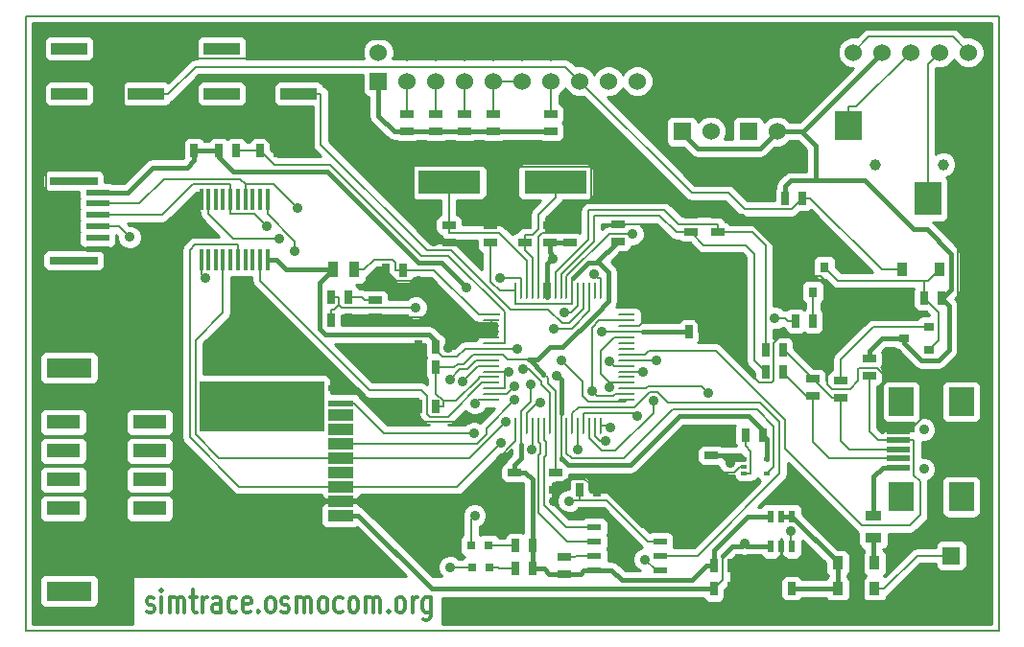
<source format=gtl>
G04 (created by PCBNEW-RS274X (2010-00-09 BZR 23xx)-stable) date Di 21 Jun 2011 02:42:33 CEST*
G01*
G70*
G90*
%MOIN*%
G04 Gerber Fmt 3.4, Leading zero omitted, Abs format*
%FSLAX34Y34*%
G04 APERTURE LIST*
%ADD10C,0.006000*%
%ADD11C,0.008000*%
%ADD12C,0.012000*%
%ADD13R,0.078700X0.023600*%
%ADD14R,0.165400X0.027600*%
%ADD15R,0.094500X0.116100*%
%ADD16R,0.094500X0.104300*%
%ADD17C,0.039400*%
%ADD18R,0.031400X0.031400*%
%ADD19R,0.060000X0.060000*%
%ADD20C,0.060000*%
%ADD21R,0.216500X0.078700*%
%ADD22R,0.045000X0.025000*%
%ADD23R,0.025000X0.045000*%
%ADD24R,0.035000X0.055000*%
%ADD25R,0.055000X0.035000*%
%ADD26R,0.035800X0.048000*%
%ADD27R,0.047200X0.023600*%
%ADD28R,0.060000X0.009800*%
%ADD29O,0.060000X0.009800*%
%ADD30O,0.009800X0.060000*%
%ADD31R,0.031500X0.035400*%
%ADD32R,0.035400X0.031500*%
%ADD33R,0.126000X0.039400*%
%ADD34C,0.035400*%
%ADD35R,0.078700X0.019700*%
%ADD36R,0.086600X0.098400*%
%ADD37R,0.090600X0.039400*%
%ADD38R,0.090600X0.019700*%
%ADD39R,0.118100X0.047200*%
%ADD40R,0.433100X0.173200*%
%ADD41R,0.157500X0.066900*%
%ADD42R,0.016000X0.074800*%
%ADD43R,0.020000X0.012000*%
%ADD44R,0.023600X0.043300*%
%ADD45C,0.035000*%
%ADD46C,0.016000*%
%ADD47C,0.010000*%
G04 APERTURE END LIST*
G54D10*
G54D11*
X14450Y-56300D02*
X14450Y-34950D01*
X48250Y-56300D02*
X14450Y-56300D01*
X48250Y-34950D02*
X48250Y-56300D01*
X15250Y-34950D02*
X48250Y-34950D01*
X14450Y-34950D02*
X15250Y-34950D01*
G54D12*
X18657Y-55636D02*
X18714Y-55674D01*
X18829Y-55674D01*
X18886Y-55636D01*
X18914Y-55560D01*
X18914Y-55521D01*
X18886Y-55445D01*
X18829Y-55407D01*
X18743Y-55407D01*
X18686Y-55369D01*
X18657Y-55293D01*
X18657Y-55255D01*
X18686Y-55179D01*
X18743Y-55140D01*
X18829Y-55140D01*
X18886Y-55179D01*
X19172Y-55674D02*
X19172Y-55140D01*
X19172Y-54874D02*
X19143Y-54912D01*
X19172Y-54950D01*
X19200Y-54912D01*
X19172Y-54874D01*
X19172Y-54950D01*
X19458Y-55674D02*
X19458Y-55140D01*
X19458Y-55217D02*
X19486Y-55179D01*
X19544Y-55140D01*
X19629Y-55140D01*
X19686Y-55179D01*
X19715Y-55255D01*
X19715Y-55674D01*
X19715Y-55255D02*
X19744Y-55179D01*
X19801Y-55140D01*
X19886Y-55140D01*
X19944Y-55179D01*
X19972Y-55255D01*
X19972Y-55674D01*
X20172Y-55140D02*
X20401Y-55140D01*
X20258Y-54874D02*
X20258Y-55560D01*
X20286Y-55636D01*
X20344Y-55674D01*
X20401Y-55674D01*
X20601Y-55674D02*
X20601Y-55140D01*
X20601Y-55293D02*
X20629Y-55217D01*
X20658Y-55179D01*
X20715Y-55140D01*
X20772Y-55140D01*
X21229Y-55674D02*
X21229Y-55255D01*
X21200Y-55179D01*
X21143Y-55140D01*
X21029Y-55140D01*
X20972Y-55179D01*
X21229Y-55636D02*
X21172Y-55674D01*
X21029Y-55674D01*
X20972Y-55636D01*
X20943Y-55560D01*
X20943Y-55483D01*
X20972Y-55407D01*
X21029Y-55369D01*
X21172Y-55369D01*
X21229Y-55331D01*
X21772Y-55636D02*
X21715Y-55674D01*
X21601Y-55674D01*
X21543Y-55636D01*
X21515Y-55598D01*
X21486Y-55521D01*
X21486Y-55293D01*
X21515Y-55217D01*
X21543Y-55179D01*
X21601Y-55140D01*
X21715Y-55140D01*
X21772Y-55179D01*
X22257Y-55636D02*
X22200Y-55674D01*
X22086Y-55674D01*
X22029Y-55636D01*
X22000Y-55560D01*
X22000Y-55255D01*
X22029Y-55179D01*
X22086Y-55140D01*
X22200Y-55140D01*
X22257Y-55179D01*
X22286Y-55255D01*
X22286Y-55331D01*
X22000Y-55407D01*
X22543Y-55598D02*
X22571Y-55636D01*
X22543Y-55674D01*
X22514Y-55636D01*
X22543Y-55598D01*
X22543Y-55674D01*
X22915Y-55674D02*
X22857Y-55636D01*
X22829Y-55598D01*
X22800Y-55521D01*
X22800Y-55293D01*
X22829Y-55217D01*
X22857Y-55179D01*
X22915Y-55140D01*
X23000Y-55140D01*
X23057Y-55179D01*
X23086Y-55217D01*
X23115Y-55293D01*
X23115Y-55521D01*
X23086Y-55598D01*
X23057Y-55636D01*
X23000Y-55674D01*
X22915Y-55674D01*
X23343Y-55636D02*
X23400Y-55674D01*
X23515Y-55674D01*
X23572Y-55636D01*
X23600Y-55560D01*
X23600Y-55521D01*
X23572Y-55445D01*
X23515Y-55407D01*
X23429Y-55407D01*
X23372Y-55369D01*
X23343Y-55293D01*
X23343Y-55255D01*
X23372Y-55179D01*
X23429Y-55140D01*
X23515Y-55140D01*
X23572Y-55179D01*
X23858Y-55674D02*
X23858Y-55140D01*
X23858Y-55217D02*
X23886Y-55179D01*
X23944Y-55140D01*
X24029Y-55140D01*
X24086Y-55179D01*
X24115Y-55255D01*
X24115Y-55674D01*
X24115Y-55255D02*
X24144Y-55179D01*
X24201Y-55140D01*
X24286Y-55140D01*
X24344Y-55179D01*
X24372Y-55255D01*
X24372Y-55674D01*
X24744Y-55674D02*
X24686Y-55636D01*
X24658Y-55598D01*
X24629Y-55521D01*
X24629Y-55293D01*
X24658Y-55217D01*
X24686Y-55179D01*
X24744Y-55140D01*
X24829Y-55140D01*
X24886Y-55179D01*
X24915Y-55217D01*
X24944Y-55293D01*
X24944Y-55521D01*
X24915Y-55598D01*
X24886Y-55636D01*
X24829Y-55674D01*
X24744Y-55674D01*
X25458Y-55636D02*
X25401Y-55674D01*
X25287Y-55674D01*
X25229Y-55636D01*
X25201Y-55598D01*
X25172Y-55521D01*
X25172Y-55293D01*
X25201Y-55217D01*
X25229Y-55179D01*
X25287Y-55140D01*
X25401Y-55140D01*
X25458Y-55179D01*
X25801Y-55674D02*
X25743Y-55636D01*
X25715Y-55598D01*
X25686Y-55521D01*
X25686Y-55293D01*
X25715Y-55217D01*
X25743Y-55179D01*
X25801Y-55140D01*
X25886Y-55140D01*
X25943Y-55179D01*
X25972Y-55217D01*
X26001Y-55293D01*
X26001Y-55521D01*
X25972Y-55598D01*
X25943Y-55636D01*
X25886Y-55674D01*
X25801Y-55674D01*
X26258Y-55674D02*
X26258Y-55140D01*
X26258Y-55217D02*
X26286Y-55179D01*
X26344Y-55140D01*
X26429Y-55140D01*
X26486Y-55179D01*
X26515Y-55255D01*
X26515Y-55674D01*
X26515Y-55255D02*
X26544Y-55179D01*
X26601Y-55140D01*
X26686Y-55140D01*
X26744Y-55179D01*
X26772Y-55255D01*
X26772Y-55674D01*
X27058Y-55598D02*
X27086Y-55636D01*
X27058Y-55674D01*
X27029Y-55636D01*
X27058Y-55598D01*
X27058Y-55674D01*
X27430Y-55674D02*
X27372Y-55636D01*
X27344Y-55598D01*
X27315Y-55521D01*
X27315Y-55293D01*
X27344Y-55217D01*
X27372Y-55179D01*
X27430Y-55140D01*
X27515Y-55140D01*
X27572Y-55179D01*
X27601Y-55217D01*
X27630Y-55293D01*
X27630Y-55521D01*
X27601Y-55598D01*
X27572Y-55636D01*
X27515Y-55674D01*
X27430Y-55674D01*
X27887Y-55674D02*
X27887Y-55140D01*
X27887Y-55293D02*
X27915Y-55217D01*
X27944Y-55179D01*
X28001Y-55140D01*
X28058Y-55140D01*
X28515Y-55140D02*
X28515Y-55788D01*
X28486Y-55864D01*
X28458Y-55902D01*
X28401Y-55940D01*
X28315Y-55940D01*
X28258Y-55902D01*
X28515Y-55636D02*
X28458Y-55674D01*
X28344Y-55674D01*
X28286Y-55636D01*
X28258Y-55598D01*
X28229Y-55521D01*
X28229Y-55293D01*
X28258Y-55217D01*
X28286Y-55179D01*
X28344Y-55140D01*
X28458Y-55140D01*
X28515Y-55179D01*
G54D13*
X16947Y-41066D03*
X16947Y-41459D03*
X16947Y-41853D03*
X16947Y-42247D03*
X16947Y-42641D03*
X16947Y-43034D03*
G54D14*
X16120Y-40672D03*
X16120Y-43428D03*
G54D15*
X46843Y-38811D03*
X45780Y-41281D03*
G54D16*
X43024Y-38752D03*
G54D17*
X46331Y-40100D03*
X43969Y-40100D03*
G54D18*
X30521Y-53337D03*
X29931Y-53337D03*
X30548Y-54115D03*
X29958Y-54115D03*
G54D19*
X26700Y-37200D03*
G54D20*
X26700Y-36200D03*
X27700Y-37200D03*
X27700Y-36200D03*
X28700Y-37200D03*
X28700Y-36200D03*
X29700Y-37200D03*
X29700Y-36200D03*
X30700Y-37200D03*
X30700Y-36200D03*
X31700Y-37200D03*
X31700Y-36200D03*
X32700Y-37200D03*
X32700Y-36200D03*
X33700Y-37200D03*
X33700Y-36200D03*
X34700Y-37200D03*
X34700Y-36200D03*
X35700Y-37200D03*
X35700Y-36200D03*
G54D19*
X37250Y-38950D03*
G54D20*
X38250Y-38950D03*
G54D19*
X39550Y-38950D03*
G54D20*
X40550Y-38950D03*
G54D19*
X46600Y-53700D03*
G54D20*
X46600Y-54700D03*
G54D21*
X32850Y-40700D03*
X29150Y-40700D03*
G54D22*
X33178Y-53736D03*
X33178Y-54336D03*
G54D23*
X33687Y-51400D03*
X34287Y-51400D03*
X41795Y-45537D03*
X41195Y-45537D03*
X32050Y-53350D03*
X31450Y-53350D03*
X32050Y-54150D03*
X31450Y-54150D03*
X40842Y-41267D03*
X41442Y-41267D03*
X25050Y-44700D03*
X25650Y-44700D03*
X40150Y-46550D03*
X40750Y-46550D03*
X40150Y-47300D03*
X40750Y-47300D03*
G54D22*
X32700Y-38350D03*
X32700Y-38950D03*
X30700Y-38350D03*
X30700Y-38950D03*
X29700Y-38350D03*
X29700Y-38950D03*
X28700Y-38350D03*
X28700Y-38950D03*
X27700Y-38350D03*
X27700Y-38950D03*
X42750Y-48200D03*
X42750Y-47600D03*
X43750Y-47450D03*
X43750Y-46850D03*
G54D23*
X46250Y-44750D03*
X45650Y-44750D03*
X27551Y-43763D03*
X26951Y-43763D03*
X38350Y-54050D03*
X38950Y-54050D03*
X38348Y-54857D03*
X38948Y-54857D03*
G54D22*
X35015Y-42785D03*
X35015Y-42185D03*
X32850Y-50800D03*
X32850Y-51400D03*
X29150Y-42200D03*
X29150Y-42800D03*
X31800Y-42800D03*
X31800Y-42200D03*
G54D23*
X28700Y-48500D03*
X28100Y-48500D03*
G54D22*
X30600Y-42800D03*
X30600Y-42200D03*
G54D23*
X41050Y-54850D03*
X40450Y-54850D03*
G54D22*
X38500Y-42450D03*
X38500Y-41850D03*
G54D23*
X28700Y-47150D03*
X28100Y-47150D03*
G54D22*
X37550Y-42450D03*
X37550Y-41850D03*
G54D23*
X25650Y-45500D03*
X25050Y-45500D03*
G54D22*
X33350Y-42800D03*
X33350Y-42200D03*
G54D23*
X37500Y-45900D03*
X38100Y-45900D03*
G54D22*
X26600Y-45400D03*
X26600Y-44800D03*
X41800Y-48150D03*
X41800Y-47550D03*
X31420Y-50809D03*
X31420Y-51409D03*
X32647Y-42804D03*
X32647Y-42204D03*
G54D23*
X28700Y-46450D03*
X28100Y-46450D03*
G54D24*
X25870Y-43753D03*
X25120Y-43753D03*
G54D25*
X43900Y-52325D03*
X43900Y-53075D03*
G54D26*
X42655Y-54850D03*
X43945Y-54850D03*
X42655Y-53950D03*
X43945Y-53950D03*
X44905Y-43750D03*
X46195Y-43750D03*
G54D27*
X36483Y-54212D03*
X36483Y-53712D03*
X36483Y-53212D03*
X36483Y-52712D03*
X34199Y-52712D03*
X34199Y-53212D03*
X34199Y-53712D03*
X34199Y-54212D03*
G54D28*
X30639Y-45324D03*
G54D29*
X30639Y-45521D03*
X30639Y-45718D03*
X30639Y-45915D03*
X30639Y-46112D03*
X30639Y-46308D03*
X30639Y-46505D03*
X30639Y-46702D03*
X30639Y-46899D03*
X30639Y-47096D03*
X30639Y-47293D03*
X30639Y-47489D03*
X30639Y-47686D03*
X30639Y-47883D03*
X30639Y-48080D03*
X30639Y-48277D03*
G54D30*
X31474Y-49175D03*
X31671Y-49175D03*
X31868Y-49175D03*
X32065Y-49175D03*
X32262Y-49175D03*
X32458Y-49175D03*
X32655Y-49175D03*
X32852Y-49175D03*
X33049Y-49175D03*
X33246Y-49175D03*
X33443Y-49175D03*
X33639Y-49175D03*
X33836Y-49175D03*
X34033Y-49175D03*
X34230Y-49175D03*
X34427Y-49175D03*
G54D29*
X35325Y-48277D03*
X35325Y-48080D03*
X35325Y-47883D03*
X35325Y-47686D03*
X35325Y-47489D03*
X35325Y-47293D03*
X35325Y-47096D03*
X35325Y-46899D03*
X35325Y-46702D03*
X35325Y-46505D03*
X35325Y-46308D03*
X35325Y-46112D03*
X35325Y-45915D03*
X35325Y-45718D03*
X35325Y-45521D03*
X35325Y-45324D03*
G54D30*
X34427Y-44489D03*
X34230Y-44489D03*
X33836Y-44489D03*
X34033Y-44482D03*
X33639Y-44489D03*
X33443Y-44489D03*
X33246Y-44489D03*
X33049Y-44489D03*
X32852Y-44489D03*
X32655Y-44489D03*
X32461Y-44489D03*
X32264Y-44489D03*
X32067Y-44489D03*
X31870Y-44489D03*
X31674Y-44489D03*
X31477Y-44489D03*
G54D19*
X42200Y-36200D03*
G54D20*
X43200Y-36200D03*
X44200Y-36200D03*
X45200Y-36200D03*
X46200Y-36200D03*
X47200Y-36200D03*
G54D31*
X41806Y-44533D03*
X42594Y-44533D03*
X42200Y-43667D03*
G54D32*
X45833Y-46544D03*
X45833Y-45756D03*
X44967Y-46150D03*
G54D33*
X18639Y-36063D03*
X18639Y-37637D03*
X15961Y-37637D03*
X15961Y-36063D03*
X23939Y-36063D03*
X23939Y-37637D03*
X21261Y-37637D03*
X21261Y-36063D03*
G54D34*
X45650Y-50689D03*
X45650Y-49311D03*
G54D35*
X44764Y-50315D03*
X44764Y-50000D03*
X44764Y-49685D03*
X44764Y-49370D03*
X44764Y-50630D03*
G54D36*
X44863Y-51654D03*
X44863Y-48346D03*
X46949Y-51654D03*
X46949Y-48346D03*
G54D37*
X25403Y-52294D03*
X25403Y-51794D03*
X25403Y-50794D03*
X25403Y-51294D03*
X25403Y-50294D03*
X25403Y-49794D03*
X25403Y-49294D03*
X25403Y-48794D03*
G54D38*
X25403Y-48400D03*
X25403Y-47889D03*
G54D39*
X15757Y-51050D03*
X15757Y-49050D03*
X15757Y-50050D03*
X15757Y-52050D03*
X18757Y-52050D03*
X18757Y-51050D03*
X18757Y-50050D03*
X18757Y-49050D03*
G54D40*
X22659Y-48503D03*
G54D41*
X15954Y-47172D03*
X15954Y-54928D03*
G54D42*
X22850Y-41300D03*
X22600Y-41300D03*
X22340Y-41300D03*
X22080Y-41300D03*
X21830Y-41300D03*
X21570Y-41300D03*
X21310Y-41300D03*
X21060Y-41300D03*
X20800Y-41300D03*
X20550Y-41300D03*
X20550Y-43400D03*
X20800Y-43400D03*
X21060Y-43400D03*
X21310Y-43400D03*
X21570Y-43400D03*
X21830Y-43400D03*
X22080Y-43400D03*
X22340Y-43400D03*
X22600Y-43400D03*
X22850Y-43400D03*
G54D23*
X40050Y-49500D03*
X39450Y-49500D03*
X23200Y-39600D03*
X22600Y-39600D03*
X21150Y-39600D03*
X21750Y-39600D03*
X19700Y-39600D03*
X20300Y-39600D03*
G54D22*
X38250Y-50200D03*
X38250Y-50800D03*
G54D43*
X39400Y-50350D03*
X39400Y-50850D03*
X40200Y-50350D03*
X39400Y-50600D03*
X40200Y-50850D03*
G54D44*
X40326Y-53362D03*
X40700Y-53362D03*
X41074Y-53362D03*
X40326Y-52338D03*
X40700Y-52338D03*
X41074Y-52338D03*
G54D45*
X34742Y-46956D03*
X22816Y-42245D03*
X31421Y-47811D03*
X35910Y-47293D03*
X31131Y-49039D03*
X34737Y-47832D03*
X33639Y-50003D03*
X35965Y-53828D03*
X36268Y-48322D03*
X35682Y-48858D03*
X31217Y-47293D03*
X20700Y-44056D03*
X18070Y-42624D03*
X23261Y-42681D03*
X31426Y-48290D03*
X34128Y-47979D03*
X30050Y-52300D03*
X29645Y-47626D03*
X29191Y-47561D03*
X29200Y-54100D03*
X23892Y-41603D03*
X31733Y-47209D03*
X30973Y-49764D03*
X34764Y-49247D03*
X23802Y-43110D03*
X30055Y-48393D03*
X41028Y-52849D03*
X38147Y-48037D03*
X30013Y-49446D03*
X34597Y-49724D03*
X33174Y-45257D03*
X33063Y-46911D03*
X34193Y-43899D03*
X36353Y-46899D03*
X32812Y-45800D03*
X29777Y-44364D03*
X32900Y-47435D03*
X39422Y-53275D03*
X38933Y-50482D03*
X32018Y-50002D03*
X33332Y-51799D03*
X34468Y-45915D03*
X32772Y-43374D03*
X31986Y-47726D03*
X31514Y-46505D03*
X28618Y-42765D03*
X28093Y-44156D03*
X31150Y-51924D03*
X32784Y-51816D03*
X27696Y-46611D03*
X29830Y-48992D03*
X29117Y-46460D03*
X32321Y-48367D03*
X40475Y-45434D03*
X30923Y-44046D03*
X27997Y-45069D03*
X35524Y-42509D03*
G54D11*
X28700Y-47150D02*
X29344Y-47150D01*
X29344Y-47150D02*
X29464Y-47030D01*
G54D46*
X31950Y-46862D02*
X31950Y-46880D01*
X31950Y-46880D02*
X32443Y-47373D01*
X32443Y-47373D02*
X32443Y-47398D01*
X32443Y-47398D02*
X32443Y-47373D01*
X34251Y-45299D02*
X33100Y-46450D01*
X34375Y-43525D02*
X34700Y-43850D01*
X34700Y-43850D02*
X34700Y-44850D01*
X34700Y-44850D02*
X34251Y-45299D01*
X34275Y-43525D02*
X34375Y-43525D01*
X32238Y-46862D02*
X31950Y-46862D01*
X31950Y-46862D02*
X31932Y-46862D01*
X32650Y-46450D02*
X32238Y-46862D01*
X33100Y-46450D02*
X32650Y-46450D01*
X34275Y-43525D02*
X34012Y-43525D01*
X34012Y-43525D02*
X33478Y-44059D01*
X34275Y-43525D02*
X35015Y-42785D01*
G54D11*
X30639Y-47489D02*
X30196Y-47489D01*
X32852Y-49396D02*
X32852Y-49618D01*
X32850Y-50800D02*
X32850Y-50532D01*
X32852Y-50530D02*
X32850Y-50532D01*
X32852Y-49618D02*
X32852Y-50530D01*
X28700Y-48500D02*
X28968Y-48500D01*
X33443Y-44932D02*
X31477Y-44932D01*
X31477Y-44489D02*
X31477Y-44932D01*
X30914Y-44489D02*
X31477Y-44489D01*
X30600Y-44175D02*
X30914Y-44489D01*
X30600Y-42800D02*
X30600Y-44175D01*
X28968Y-48500D02*
X28968Y-48315D01*
X28954Y-48315D02*
X28968Y-48315D01*
X28700Y-48061D02*
X28954Y-48315D01*
X28700Y-47150D02*
X28700Y-48061D01*
X30196Y-47526D02*
X30196Y-47489D01*
X29407Y-48315D02*
X30196Y-47526D01*
X28968Y-48315D02*
X29407Y-48315D01*
X33443Y-44710D02*
X33443Y-44932D01*
X33443Y-44710D02*
X33443Y-44489D01*
X32852Y-49396D02*
X32852Y-49175D01*
X32581Y-47511D02*
X32443Y-47373D01*
X32852Y-49175D02*
X32852Y-47968D01*
X32852Y-47968D02*
X32581Y-47697D01*
X32581Y-47697D02*
X32581Y-47511D01*
X32443Y-47373D02*
X32281Y-47210D01*
X31040Y-46702D02*
X30639Y-46702D01*
X31932Y-46862D02*
X31200Y-46862D01*
X31200Y-46862D02*
X31040Y-46702D01*
X32281Y-47210D02*
X31932Y-46862D01*
X34273Y-43527D02*
X34275Y-43525D01*
X34272Y-43527D02*
X34273Y-43527D01*
X33478Y-44103D02*
X34054Y-43527D01*
X34054Y-43527D02*
X34272Y-43527D01*
X33443Y-44138D02*
X33478Y-44103D01*
X33443Y-44489D02*
X33443Y-44138D01*
X29988Y-46702D02*
X30639Y-46702D01*
X29660Y-47030D02*
X29988Y-46702D01*
X29464Y-47030D02*
X29660Y-47030D01*
X34882Y-47096D02*
X34742Y-46956D01*
X35325Y-47096D02*
X34882Y-47096D01*
X44193Y-43750D02*
X41710Y-41267D01*
X44905Y-43750D02*
X44193Y-43750D01*
X41442Y-41267D02*
X41710Y-41267D01*
X18639Y-37637D02*
X19412Y-37637D01*
X33200Y-36700D02*
X33700Y-37200D01*
X20349Y-36700D02*
X33200Y-36700D01*
X19412Y-37637D02*
X20349Y-36700D01*
X41073Y-41636D02*
X41442Y-41267D01*
X39417Y-41636D02*
X41073Y-41636D01*
X38865Y-41084D02*
X39417Y-41636D01*
X37584Y-41084D02*
X38865Y-41084D01*
X33700Y-37200D02*
X37584Y-41084D01*
X44072Y-49685D02*
X44764Y-49685D01*
X43750Y-49363D02*
X44072Y-49685D01*
X43750Y-47450D02*
X43750Y-49363D01*
X35969Y-46702D02*
X35325Y-46702D01*
X36091Y-46580D02*
X35969Y-46702D01*
X38439Y-46580D02*
X36091Y-46580D01*
X40824Y-48965D02*
X38439Y-46580D01*
X40824Y-49965D02*
X40824Y-48965D01*
X43503Y-52644D02*
X40824Y-49965D01*
X45161Y-52644D02*
X43503Y-52644D01*
X45515Y-52290D02*
X45161Y-52644D01*
X45515Y-51111D02*
X45515Y-52290D01*
X45301Y-50897D02*
X45515Y-51111D01*
X45301Y-49707D02*
X45301Y-50897D01*
X45279Y-49685D02*
X45301Y-49707D01*
X44764Y-49685D02*
X45279Y-49685D01*
X23939Y-37637D02*
X24712Y-37637D01*
X24712Y-39410D02*
X24712Y-37637D01*
X28391Y-43089D02*
X24712Y-39410D01*
X29239Y-43089D02*
X28391Y-43089D01*
X31291Y-45141D02*
X29239Y-43089D01*
X32606Y-45141D02*
X31291Y-45141D01*
X33082Y-45617D02*
X32606Y-45141D01*
X33341Y-45617D02*
X33082Y-45617D01*
X33836Y-45122D02*
X33341Y-45617D01*
X33836Y-44489D02*
X33836Y-45122D01*
X21570Y-41087D02*
X21570Y-40783D01*
X21570Y-41087D02*
X21570Y-41300D01*
X31152Y-48080D02*
X30639Y-48080D01*
X31421Y-47811D02*
X31152Y-48080D01*
X21570Y-41300D02*
X21570Y-41817D01*
X22388Y-41817D02*
X22816Y-42245D01*
X21570Y-41817D02*
X22388Y-41817D01*
X35325Y-47293D02*
X35910Y-47293D01*
X20274Y-40783D02*
X21570Y-40783D01*
X19204Y-41853D02*
X20274Y-40783D01*
X16947Y-41853D02*
X19204Y-41853D01*
X35325Y-46112D02*
X34882Y-46112D01*
X21152Y-50294D02*
X25403Y-50294D01*
X20349Y-49491D02*
X21152Y-50294D01*
X20349Y-46201D02*
X20349Y-49491D01*
X21310Y-45240D02*
X20349Y-46201D01*
X21310Y-43400D02*
X21310Y-45240D01*
X34742Y-47686D02*
X35325Y-47686D01*
X34423Y-46571D02*
X34882Y-46112D01*
X34423Y-47367D02*
X34423Y-46571D01*
X34742Y-47686D02*
X34423Y-47367D01*
X29876Y-50294D02*
X25403Y-50294D01*
X31131Y-49039D02*
X29876Y-50294D01*
X34742Y-47827D02*
X34737Y-47832D01*
X34742Y-47686D02*
X34742Y-47827D01*
X36349Y-54212D02*
X36483Y-54212D01*
X35965Y-53828D02*
X36349Y-54212D01*
X33639Y-49175D02*
X33639Y-50003D01*
X37050Y-42450D02*
X37550Y-42450D01*
X36474Y-41874D02*
X37050Y-42450D01*
X34202Y-41874D02*
X36474Y-41874D01*
X34180Y-41896D02*
X34202Y-41874D01*
X34180Y-42782D02*
X34180Y-41896D01*
X33049Y-43913D02*
X34180Y-42782D01*
X33049Y-44489D02*
X33049Y-43913D01*
X39750Y-46900D02*
X40150Y-47300D01*
X39750Y-43200D02*
X39750Y-46900D01*
X39450Y-42900D02*
X39750Y-43200D01*
X38000Y-42900D02*
X39450Y-42900D01*
X37550Y-42450D02*
X38000Y-42900D01*
X40150Y-42900D02*
X40150Y-46550D01*
X39700Y-42450D02*
X40150Y-42900D01*
X38500Y-42450D02*
X39700Y-42450D01*
X32852Y-43851D02*
X32852Y-44489D01*
X33997Y-42706D02*
X32852Y-43851D01*
X33997Y-41703D02*
X33997Y-42706D01*
X34009Y-41691D02*
X33997Y-41703D01*
X36641Y-41691D02*
X34009Y-41691D01*
X37132Y-42182D02*
X36641Y-41691D01*
X38500Y-42182D02*
X37132Y-42182D01*
X38500Y-42450D02*
X38500Y-42182D01*
X43312Y-38088D02*
X45200Y-36200D01*
X43024Y-38088D02*
X43312Y-38088D01*
X43024Y-38752D02*
X43024Y-38088D01*
X34033Y-49175D02*
X34033Y-49618D01*
X36268Y-48732D02*
X36268Y-48322D01*
X34943Y-50057D02*
X36268Y-48732D01*
X34472Y-50057D02*
X34943Y-50057D01*
X34033Y-49618D02*
X34472Y-50057D01*
X45780Y-36620D02*
X46200Y-36200D01*
X45780Y-41281D02*
X45780Y-36620D01*
X35551Y-48727D02*
X35682Y-48858D01*
X33858Y-48727D02*
X35551Y-48727D01*
X33836Y-48749D02*
X33858Y-48727D01*
X33836Y-49175D02*
X33836Y-48749D01*
X30639Y-47293D02*
X31082Y-47293D01*
X31082Y-47293D02*
X31082Y-47883D01*
X30639Y-47883D02*
X31082Y-47883D01*
X20561Y-43917D02*
X20700Y-44056D01*
X20550Y-43917D02*
X20561Y-43917D01*
X20550Y-43400D02*
X20550Y-43917D01*
X31082Y-47293D02*
X31217Y-47293D01*
X17693Y-42247D02*
X16947Y-42247D01*
X18070Y-42624D02*
X17693Y-42247D01*
X35325Y-45521D02*
X34379Y-45521D01*
X34379Y-45521D02*
X34128Y-45772D01*
X20800Y-41300D02*
X20800Y-41817D01*
X25403Y-49794D02*
X25999Y-49794D01*
X21664Y-42681D02*
X23261Y-42681D01*
X20800Y-41817D02*
X21664Y-42681D01*
X30116Y-49794D02*
X25999Y-49794D01*
X30447Y-49463D02*
X30116Y-49794D01*
X30447Y-49269D02*
X30447Y-49463D01*
X31426Y-48290D02*
X30447Y-49269D01*
X34945Y-48080D02*
X35325Y-48080D01*
X34872Y-48153D02*
X34945Y-48080D01*
X34302Y-48153D02*
X34872Y-48153D01*
X34128Y-47979D02*
X34302Y-48153D01*
X34128Y-45772D02*
X34128Y-47979D01*
X30308Y-47686D02*
X30639Y-47686D01*
X29125Y-48869D02*
X30308Y-47686D01*
X28493Y-48869D02*
X29125Y-48869D01*
X28388Y-48764D02*
X28493Y-48869D01*
X28388Y-48140D02*
X28388Y-48764D01*
X28184Y-47936D02*
X28388Y-48140D01*
X26387Y-47936D02*
X28184Y-47936D01*
X22600Y-44149D02*
X26387Y-47936D01*
X22600Y-43400D02*
X22600Y-44149D01*
X29931Y-53337D02*
X29931Y-52419D01*
X29931Y-52419D02*
X30050Y-52300D01*
X30175Y-47096D02*
X30639Y-47096D01*
X29645Y-47626D02*
X30175Y-47096D01*
X29958Y-54094D02*
X29958Y-54115D01*
X29200Y-54100D02*
X29958Y-54094D01*
X30106Y-46899D02*
X30639Y-46899D01*
X29792Y-47213D02*
X30106Y-46899D01*
X29539Y-47213D02*
X29792Y-47213D01*
X29191Y-47561D02*
X29539Y-47213D01*
X40640Y-49300D02*
X40640Y-49040D01*
X39968Y-48368D02*
X36765Y-48368D01*
X40640Y-49040D02*
X39968Y-48368D01*
X37784Y-53712D02*
X36483Y-53712D01*
X40640Y-50856D02*
X37784Y-53712D01*
X40640Y-49300D02*
X40640Y-50856D01*
X36401Y-48004D02*
X36765Y-48368D01*
X36137Y-48004D02*
X36401Y-48004D01*
X35606Y-48535D02*
X36137Y-48004D01*
X33650Y-48535D02*
X35606Y-48535D01*
X33443Y-48742D02*
X33650Y-48535D01*
X33443Y-49175D02*
X33443Y-48742D01*
X34199Y-52712D02*
X33820Y-52712D01*
X32458Y-49685D02*
X32458Y-49175D01*
X32519Y-49746D02*
X32458Y-49685D01*
X32519Y-50212D02*
X32519Y-49746D01*
X32458Y-50273D02*
X32519Y-50212D01*
X32458Y-51957D02*
X32458Y-50273D01*
X33213Y-52712D02*
X32458Y-51957D01*
X33820Y-52712D02*
X33213Y-52712D01*
X22090Y-40782D02*
X22080Y-40792D01*
X23071Y-40782D02*
X22090Y-40782D01*
X23892Y-41603D02*
X23071Y-40782D01*
X22080Y-41300D02*
X22080Y-40792D01*
X18402Y-41459D02*
X16947Y-41459D01*
X19262Y-40599D02*
X18402Y-41459D01*
X21887Y-40599D02*
X19262Y-40599D01*
X22080Y-40792D02*
X21887Y-40599D01*
X31940Y-47209D02*
X31733Y-47209D01*
X32365Y-47634D02*
X31940Y-47209D01*
X32365Y-47742D02*
X32365Y-47634D01*
X32655Y-48032D02*
X32365Y-47742D01*
X32655Y-49175D02*
X32655Y-48032D01*
X21830Y-43400D02*
X21830Y-42883D01*
X21860Y-51294D02*
X25403Y-51294D01*
X20151Y-49585D02*
X21860Y-51294D01*
X20151Y-43072D02*
X20151Y-49585D01*
X20340Y-42883D02*
X20151Y-43072D01*
X21830Y-42883D02*
X20340Y-42883D01*
X29443Y-51294D02*
X30973Y-49764D01*
X25403Y-51294D02*
X29443Y-51294D01*
X34692Y-49175D02*
X34764Y-49247D01*
X34427Y-49175D02*
X34692Y-49175D01*
X32262Y-49175D02*
X32262Y-49618D01*
X32262Y-49749D02*
X32262Y-49618D01*
X32336Y-49823D02*
X32262Y-49749D01*
X32336Y-50135D02*
X32336Y-49823D01*
X32271Y-50200D02*
X32336Y-50135D01*
X32271Y-52207D02*
X32271Y-50200D01*
X33276Y-53212D02*
X32271Y-52207D01*
X34199Y-53212D02*
X33276Y-53212D01*
X30639Y-48277D02*
X30196Y-48277D01*
X22850Y-41300D02*
X22850Y-41817D01*
X23801Y-43110D02*
X23802Y-43110D01*
X23801Y-42768D02*
X23801Y-43110D01*
X22850Y-41817D02*
X23801Y-42768D01*
X30080Y-48393D02*
X30055Y-48393D01*
X30196Y-48277D02*
X30080Y-48393D01*
X41028Y-53316D02*
X41028Y-52849D01*
X41074Y-53362D02*
X41028Y-53316D01*
X35997Y-47883D02*
X35325Y-47883D01*
X36059Y-47821D02*
X35997Y-47883D01*
X37931Y-47821D02*
X36059Y-47821D01*
X38147Y-48037D02*
X37931Y-47821D01*
X34400Y-49724D02*
X34597Y-49724D01*
X34230Y-49554D02*
X34400Y-49724D01*
X34230Y-49175D02*
X34230Y-49554D01*
X26907Y-49446D02*
X30013Y-49446D01*
X25861Y-48400D02*
X26907Y-49446D01*
X25403Y-48400D02*
X25861Y-48400D01*
X33639Y-44489D02*
X33639Y-45025D01*
X33639Y-45025D02*
X33407Y-45257D01*
X33407Y-45257D02*
X33174Y-45257D01*
X30700Y-37200D02*
X30700Y-38350D01*
X31700Y-37200D02*
X30700Y-37200D01*
X28700Y-37200D02*
X28700Y-38350D01*
X33809Y-47657D02*
X33063Y-46911D01*
X33809Y-48151D02*
X33809Y-47657D01*
X33995Y-48337D02*
X33809Y-48151D01*
X35265Y-48337D02*
X33995Y-48337D01*
X35325Y-48277D02*
X35265Y-48337D01*
X32700Y-38350D02*
X32700Y-37200D01*
X34340Y-44046D02*
X34193Y-43899D01*
X34427Y-44046D02*
X34340Y-44046D01*
X34427Y-44489D02*
X34427Y-44046D01*
X35325Y-46899D02*
X36353Y-46899D01*
X34033Y-45185D02*
X34033Y-44482D01*
X33418Y-45800D02*
X34033Y-45185D01*
X32812Y-45800D02*
X33418Y-45800D01*
X29700Y-37200D02*
X29700Y-38350D01*
X46154Y-45254D02*
X45650Y-44750D01*
X46154Y-46223D02*
X46154Y-45254D01*
X45833Y-46544D02*
X46154Y-46223D01*
X45650Y-44134D02*
X45650Y-44750D01*
X45811Y-44134D02*
X45650Y-44134D01*
X46195Y-43750D02*
X45811Y-44134D01*
X42667Y-44134D02*
X42200Y-43667D01*
X45650Y-44134D02*
X42667Y-44134D01*
G54D46*
X43900Y-53075D02*
X43900Y-53905D01*
X43900Y-53905D02*
X43945Y-53950D01*
G54D11*
X40444Y-49400D02*
X40444Y-49194D01*
X36939Y-48600D02*
X35218Y-50321D01*
X39850Y-48600D02*
X36939Y-48600D01*
X40444Y-49194D02*
X39850Y-48600D01*
X40444Y-50606D02*
X40200Y-50850D01*
X40444Y-49400D02*
X40444Y-50606D01*
X33422Y-50321D02*
X35218Y-50321D01*
X33246Y-50145D02*
X33422Y-50321D01*
X33246Y-49175D02*
X33246Y-50145D01*
X33049Y-49175D02*
X33049Y-48780D01*
G54D46*
X21150Y-39850D02*
X21650Y-40350D01*
X21650Y-40350D02*
X24946Y-40350D01*
X24946Y-40350D02*
X28090Y-43494D01*
X28090Y-43494D02*
X28907Y-43494D01*
X28907Y-43494D02*
X29777Y-44364D01*
X21150Y-39850D02*
X21150Y-39600D01*
X32935Y-47435D02*
X33074Y-47574D01*
X33074Y-47574D02*
X33074Y-48755D01*
X32900Y-47435D02*
X32935Y-47435D01*
G54D11*
X33049Y-48780D02*
X33074Y-48755D01*
G54D46*
X20300Y-39600D02*
X21150Y-39600D01*
X16947Y-41066D02*
X17984Y-41066D01*
X20300Y-39950D02*
X20300Y-39600D01*
X20050Y-40200D02*
X20300Y-39950D01*
X18850Y-40200D02*
X20050Y-40200D01*
X17984Y-41066D02*
X18850Y-40200D01*
X40200Y-50350D02*
X40200Y-49650D01*
X40200Y-49650D02*
X40050Y-49500D01*
X40050Y-49500D02*
X40050Y-49350D01*
G54D11*
X33049Y-49175D02*
X33049Y-50315D01*
X33049Y-50315D02*
X33074Y-50340D01*
G54D46*
X40050Y-49350D02*
X39550Y-48850D01*
X39550Y-48850D02*
X37150Y-48850D01*
X37150Y-48850D02*
X35450Y-50550D01*
X35450Y-50550D02*
X33309Y-50550D01*
X33309Y-50550D02*
X33074Y-50315D01*
X33074Y-50315D02*
X33074Y-50340D01*
G54D11*
X33049Y-49175D02*
X33049Y-48755D01*
G54D46*
X38663Y-53703D02*
X39004Y-53362D01*
X39004Y-53362D02*
X39335Y-53362D01*
X39335Y-53362D02*
X39422Y-53275D01*
X25403Y-52294D02*
X25999Y-52294D01*
X25999Y-52294D02*
X28562Y-54857D01*
X28562Y-54857D02*
X38348Y-54857D01*
X40326Y-53362D02*
X39509Y-53362D01*
X39509Y-53362D02*
X39422Y-53275D01*
X38250Y-50200D02*
X39250Y-50200D01*
X39250Y-50200D02*
X39400Y-50350D01*
X39400Y-50350D02*
X39065Y-50350D01*
X39065Y-50350D02*
X38933Y-50482D01*
X38250Y-50200D02*
X38651Y-50200D01*
X38651Y-50200D02*
X38933Y-50482D01*
G54D11*
X39422Y-53362D02*
X39422Y-53275D01*
X28562Y-54857D02*
X25999Y-52294D01*
X38348Y-54857D02*
X28562Y-54857D01*
X40326Y-53362D02*
X39422Y-53362D01*
X38663Y-54542D02*
X38348Y-54857D01*
X38663Y-53703D02*
X38663Y-54542D01*
X39422Y-53362D02*
X39004Y-53362D01*
X33687Y-51400D02*
X33687Y-51768D01*
X33363Y-51768D02*
X33687Y-51768D01*
X33332Y-51799D02*
X33363Y-51768D01*
X34633Y-51768D02*
X33687Y-51768D01*
X36077Y-53212D02*
X34633Y-51768D01*
X36483Y-53212D02*
X36077Y-53212D01*
X32065Y-49955D02*
X32018Y-50002D01*
X32065Y-49175D02*
X32065Y-49955D01*
G54D46*
X30700Y-38950D02*
X32700Y-38950D01*
X29700Y-38950D02*
X30700Y-38950D01*
X28700Y-38950D02*
X29700Y-38950D01*
X27700Y-38950D02*
X28700Y-38950D01*
X26700Y-37200D02*
X26700Y-38400D01*
X27250Y-38950D02*
X27700Y-38950D01*
X26700Y-38400D02*
X27250Y-38950D01*
X31656Y-50305D02*
X31656Y-49856D01*
X31656Y-49856D02*
X31671Y-49871D01*
G54D11*
X22850Y-43400D02*
X22950Y-43400D01*
G54D46*
X23503Y-43753D02*
X23150Y-43400D01*
X23150Y-43400D02*
X22950Y-43400D01*
X23503Y-43753D02*
X25120Y-43753D01*
G54D11*
X32550Y-44150D02*
X32550Y-44384D01*
X32550Y-44384D02*
X32655Y-44489D01*
X32550Y-44100D02*
X32550Y-44150D01*
X32550Y-44150D02*
X32550Y-44400D01*
X32550Y-44400D02*
X32461Y-44489D01*
G54D46*
X28700Y-46450D02*
X28700Y-46250D01*
X24650Y-44223D02*
X25120Y-43753D01*
X24650Y-45800D02*
X24650Y-44223D01*
X24850Y-46000D02*
X24650Y-45800D01*
X28450Y-46000D02*
X24850Y-46000D01*
X28700Y-46250D02*
X28450Y-46000D01*
X37500Y-45900D02*
X35900Y-45900D01*
X35900Y-45900D02*
X35900Y-45915D01*
X32772Y-43374D02*
X32726Y-43374D01*
X32550Y-43550D02*
X32550Y-44100D01*
X32550Y-44100D02*
X32550Y-44700D01*
X32726Y-43374D02*
X32550Y-43550D01*
X33350Y-42800D02*
X32651Y-42800D01*
X32651Y-42800D02*
X32647Y-42804D01*
X32772Y-43374D02*
X32772Y-43272D01*
X32772Y-43272D02*
X32647Y-43147D01*
X32647Y-43147D02*
X32647Y-42804D01*
X37250Y-38950D02*
X37250Y-39000D01*
X39950Y-39550D02*
X40550Y-38950D01*
X37800Y-39550D02*
X39950Y-39550D01*
X37250Y-39000D02*
X37800Y-39550D01*
X40550Y-38950D02*
X41400Y-38950D01*
X41400Y-38950D02*
X41900Y-39450D01*
X41900Y-39450D02*
X41900Y-40659D01*
X40550Y-38950D02*
X41450Y-38950D01*
X41450Y-38950D02*
X44200Y-36200D01*
X46250Y-44750D02*
X46300Y-44750D01*
X46300Y-44750D02*
X46600Y-44450D01*
X46600Y-44450D02*
X46600Y-43200D01*
X46600Y-43200D02*
X45750Y-42350D01*
X45750Y-42350D02*
X45300Y-42350D01*
X45300Y-42350D02*
X43609Y-40659D01*
X43609Y-40659D02*
X41900Y-40659D01*
X40842Y-40858D02*
X40842Y-41267D01*
X41900Y-40659D02*
X41041Y-40659D01*
X41041Y-40659D02*
X40842Y-40858D01*
X44967Y-46150D02*
X44967Y-46300D01*
X44967Y-46300D02*
X45567Y-46900D01*
X46518Y-45018D02*
X46250Y-44750D01*
X46518Y-46532D02*
X46518Y-45018D01*
X46150Y-46900D02*
X46518Y-46532D01*
X45567Y-46900D02*
X46150Y-46900D01*
X43750Y-46850D02*
X43750Y-46582D01*
X43750Y-46582D02*
X44182Y-46150D01*
X44182Y-46150D02*
X44967Y-46150D01*
X31420Y-50809D02*
X31420Y-50541D01*
X31420Y-50541D02*
X31656Y-50305D01*
X31656Y-50305D02*
X31671Y-50290D01*
X32050Y-53350D02*
X32050Y-51050D01*
X31809Y-50809D02*
X31420Y-50809D01*
X32050Y-51050D02*
X31809Y-50809D01*
X32050Y-54150D02*
X32050Y-53350D01*
X33178Y-54336D02*
X32636Y-54336D01*
X32450Y-54150D02*
X32050Y-54150D01*
X32636Y-54336D02*
X32450Y-54150D01*
X34199Y-54212D02*
X33838Y-54212D01*
X33714Y-54336D02*
X33178Y-54336D01*
X33838Y-54212D02*
X33714Y-54336D01*
X38350Y-54050D02*
X38100Y-54050D01*
X34812Y-54212D02*
X34199Y-54212D01*
X35150Y-54550D02*
X34812Y-54212D01*
X37600Y-54550D02*
X35150Y-54550D01*
X38100Y-54050D02*
X37600Y-54550D01*
X40326Y-52338D02*
X39529Y-52338D01*
X39529Y-52338D02*
X38350Y-53517D01*
X38350Y-53517D02*
X38350Y-54050D01*
G54D11*
X31986Y-47726D02*
X31986Y-48353D01*
X31986Y-48353D02*
X31671Y-48668D01*
X31671Y-48668D02*
X31671Y-49175D01*
X31420Y-50541D02*
X31671Y-50290D01*
X31671Y-50290D02*
X31671Y-49871D01*
X31671Y-49871D02*
X31671Y-49618D01*
X31671Y-49396D02*
X31671Y-49618D01*
X31671Y-49396D02*
X31671Y-49175D01*
X35900Y-45915D02*
X35325Y-45915D01*
X41450Y-38950D02*
X44200Y-36200D01*
X38350Y-53517D02*
X38350Y-54050D01*
X39529Y-52338D02*
X38350Y-53517D01*
X35325Y-45915D02*
X34468Y-45915D01*
X28700Y-46539D02*
X28700Y-46450D01*
X28942Y-46781D02*
X28700Y-46539D01*
X29441Y-46781D02*
X28942Y-46781D01*
X29717Y-46505D02*
X29441Y-46781D01*
X30639Y-46505D02*
X29717Y-46505D01*
X30639Y-46505D02*
X31514Y-46505D01*
X45300Y-49196D02*
X45748Y-48748D01*
X45300Y-49370D02*
X45300Y-49196D01*
X44227Y-47360D02*
X44227Y-49370D01*
X44039Y-47172D02*
X44227Y-47360D01*
X43400Y-47172D02*
X44039Y-47172D01*
X43378Y-47194D02*
X43400Y-47172D01*
X43378Y-47622D02*
X43378Y-47194D01*
X43100Y-47900D02*
X43378Y-47622D01*
X42450Y-47900D02*
X43100Y-47900D01*
X42300Y-47750D02*
X42450Y-47900D01*
X42300Y-46272D02*
X42300Y-47750D01*
X42108Y-46080D02*
X42300Y-46272D01*
X45748Y-47869D02*
X45748Y-48748D01*
X46843Y-46774D02*
X45748Y-47869D01*
X46843Y-38811D02*
X46843Y-46774D01*
X47650Y-53650D02*
X46600Y-54700D01*
X47650Y-50650D02*
X47650Y-53650D01*
X45748Y-48748D02*
X47650Y-50650D01*
X27245Y-35745D02*
X27700Y-36200D01*
X25030Y-35745D02*
X27245Y-35745D01*
X24712Y-36063D02*
X25030Y-35745D01*
X42594Y-45594D02*
X42594Y-44533D01*
X42108Y-46080D02*
X42594Y-45594D01*
X33700Y-36200D02*
X32700Y-36200D01*
X31210Y-40598D02*
X31210Y-41978D01*
X31432Y-42200D02*
X31210Y-41978D01*
X31800Y-42200D02*
X31432Y-42200D01*
X31190Y-41978D02*
X31210Y-41978D01*
X30968Y-42200D02*
X31190Y-41978D01*
X32264Y-42619D02*
X32264Y-44489D01*
X32411Y-42472D02*
X32264Y-42619D01*
X32647Y-42472D02*
X32411Y-42472D01*
X31700Y-36200D02*
X30700Y-36200D01*
X32700Y-36200D02*
X31700Y-36200D01*
X39370Y-41850D02*
X38500Y-41850D01*
X41512Y-43992D02*
X39370Y-41850D01*
X42053Y-43992D02*
X41512Y-43992D01*
X42294Y-44233D02*
X42053Y-43992D01*
X42294Y-44533D02*
X42294Y-44233D01*
X38100Y-45900D02*
X38368Y-45900D01*
X38100Y-45900D02*
X37832Y-45900D01*
X35325Y-45718D02*
X35768Y-45718D01*
X29150Y-42800D02*
X28782Y-42800D01*
X30600Y-42200D02*
X30968Y-42200D01*
X32647Y-42204D02*
X32647Y-42472D01*
X44764Y-49370D02*
X44227Y-49370D01*
X44764Y-49370D02*
X45300Y-49370D01*
G54D46*
X46000Y-55300D02*
X46600Y-54700D01*
X40492Y-55300D02*
X46000Y-55300D01*
X40450Y-55258D02*
X40492Y-55300D01*
X40450Y-54850D02*
X40450Y-55258D01*
G54D11*
X22826Y-36403D02*
X23166Y-36063D01*
X19752Y-36403D02*
X22826Y-36403D01*
X19412Y-36063D02*
X19752Y-36403D01*
X23939Y-36063D02*
X23166Y-36063D01*
X23939Y-36063D02*
X24712Y-36063D01*
X25650Y-45500D02*
X25918Y-45500D01*
X26610Y-48500D02*
X25999Y-47889D01*
X27832Y-48500D02*
X26610Y-48500D01*
X28100Y-48500D02*
X27832Y-48500D01*
X25403Y-47889D02*
X25999Y-47889D01*
X28747Y-42765D02*
X28618Y-42765D01*
X28782Y-42800D02*
X28747Y-42765D01*
X27923Y-42070D02*
X28618Y-42765D01*
X27923Y-40170D02*
X27923Y-42070D01*
X27945Y-40148D02*
X27923Y-40170D01*
X30760Y-40148D02*
X27945Y-40148D01*
X31210Y-40598D02*
X30760Y-40148D01*
X26018Y-45400D02*
X26600Y-45400D01*
X25918Y-45500D02*
X26018Y-45400D01*
X30700Y-36200D02*
X29700Y-36200D01*
X38950Y-54487D02*
X38948Y-54489D01*
X38950Y-54050D02*
X38950Y-54487D01*
X38948Y-54857D02*
X38948Y-54489D01*
X38948Y-54857D02*
X39216Y-54857D01*
X31420Y-51409D02*
X31420Y-51677D01*
X25403Y-51794D02*
X25999Y-51794D01*
X27344Y-44156D02*
X28093Y-44156D01*
X26951Y-43763D02*
X27344Y-44156D01*
X42594Y-44533D02*
X42294Y-44533D01*
X34287Y-51400D02*
X34019Y-51400D01*
X32850Y-51400D02*
X32850Y-51132D01*
X18639Y-36063D02*
X19026Y-36063D01*
X19026Y-36063D02*
X19412Y-36063D01*
X30639Y-45915D02*
X30639Y-46112D01*
X30639Y-46112D02*
X30196Y-46112D01*
X33019Y-42200D02*
X33015Y-42204D01*
X33350Y-42200D02*
X33019Y-42200D01*
X32647Y-42204D02*
X33015Y-42204D01*
X33350Y-42200D02*
X33350Y-41932D01*
X34019Y-51176D02*
X34019Y-51400D01*
X33874Y-51031D02*
X34019Y-51176D01*
X33219Y-51031D02*
X33874Y-51031D01*
X33118Y-51132D02*
X33219Y-51031D01*
X32850Y-51132D02*
X33118Y-51132D01*
X34093Y-40185D02*
X34093Y-41289D01*
X34071Y-40163D02*
X34093Y-40185D01*
X31645Y-40163D02*
X34071Y-40163D01*
X31210Y-40598D02*
X31645Y-40163D01*
X33450Y-41932D02*
X33350Y-41932D01*
X34093Y-41289D02*
X33450Y-41932D01*
X38500Y-41850D02*
X37550Y-41850D01*
X37257Y-41289D02*
X34093Y-41289D01*
X37550Y-41582D02*
X37257Y-41289D01*
X37550Y-41850D02*
X37550Y-41582D01*
X35867Y-52712D02*
X34555Y-51400D01*
X36483Y-52712D02*
X35867Y-52712D01*
X34287Y-51400D02*
X34555Y-51400D01*
X36483Y-52712D02*
X36862Y-52712D01*
X38250Y-50800D02*
X38618Y-50800D01*
X38250Y-51324D02*
X38250Y-51068D01*
X36862Y-52712D02*
X38250Y-51324D01*
X38250Y-50800D02*
X38250Y-51068D01*
X32850Y-51400D02*
X32850Y-51668D01*
X31397Y-51677D02*
X31150Y-51924D01*
X31420Y-51677D02*
X31397Y-51677D01*
X28100Y-46450D02*
X27832Y-46450D01*
X26600Y-45400D02*
X26968Y-45400D01*
X32784Y-51734D02*
X32784Y-51816D01*
X32850Y-51668D02*
X32784Y-51734D01*
X34700Y-36200D02*
X33700Y-36200D01*
X36116Y-42185D02*
X35015Y-42185D01*
X36138Y-42207D02*
X36116Y-42185D01*
X36138Y-45348D02*
X36138Y-42207D01*
X37548Y-45348D02*
X36138Y-45348D01*
X37832Y-45632D02*
X37548Y-45348D01*
X37832Y-45900D02*
X37832Y-45632D01*
X36138Y-45348D02*
X35768Y-45718D01*
X18816Y-43034D02*
X20550Y-41300D01*
X16947Y-43034D02*
X18816Y-43034D01*
X39223Y-54850D02*
X39216Y-54857D01*
X40450Y-54850D02*
X39223Y-54850D01*
X40700Y-54232D02*
X40700Y-53362D01*
X40450Y-54482D02*
X40700Y-54232D01*
X40450Y-54850D02*
X40450Y-54482D01*
X28100Y-47150D02*
X28100Y-46782D01*
X28100Y-48500D02*
X28100Y-48868D01*
X27696Y-46586D02*
X27696Y-46611D01*
X27832Y-46450D02*
X27696Y-46586D01*
X27929Y-46611D02*
X28100Y-46782D01*
X27696Y-46611D02*
X27929Y-46611D01*
X31150Y-51924D02*
X30726Y-51500D01*
X30432Y-51794D02*
X30726Y-51500D01*
X25999Y-51794D02*
X30432Y-51794D01*
X30639Y-45915D02*
X30639Y-45718D01*
X30639Y-45718D02*
X30639Y-45521D01*
X17865Y-37224D02*
X17865Y-38742D01*
X19026Y-36063D02*
X17865Y-37224D01*
X15969Y-43034D02*
X16947Y-43034D01*
X15149Y-42214D02*
X15969Y-43034D01*
X15149Y-40392D02*
X15149Y-42214D01*
X16799Y-38742D02*
X15149Y-40392D01*
X17865Y-38742D02*
X16799Y-38742D01*
X19700Y-39033D02*
X19700Y-39600D01*
X19409Y-38742D02*
X19700Y-39033D01*
X17865Y-38742D02*
X19409Y-38742D01*
X22633Y-39033D02*
X23200Y-39600D01*
X19700Y-39033D02*
X22633Y-39033D01*
X29700Y-36200D02*
X28700Y-36200D01*
X28700Y-36200D02*
X27700Y-36200D01*
X42200Y-36200D02*
X35700Y-36200D01*
X35700Y-36200D02*
X34700Y-36200D01*
X39274Y-50600D02*
X39400Y-50600D01*
X39074Y-50800D02*
X39274Y-50600D01*
X38618Y-50800D02*
X39074Y-50800D01*
X38368Y-46110D02*
X38368Y-45900D01*
X39928Y-47670D02*
X38368Y-46110D01*
X40372Y-47670D02*
X39928Y-47670D01*
X40419Y-47623D02*
X40372Y-47670D01*
X40419Y-46321D02*
X40419Y-47623D01*
X40660Y-46080D02*
X40419Y-46321D01*
X42108Y-46080D02*
X40660Y-46080D01*
X30196Y-46112D02*
X29282Y-46112D01*
X28628Y-45400D02*
X26968Y-45400D01*
X28628Y-45458D02*
X28628Y-45400D01*
X29282Y-46112D02*
X28628Y-45458D01*
X28628Y-44691D02*
X28093Y-44156D01*
X28628Y-45400D02*
X28628Y-44691D01*
X29282Y-46295D02*
X29117Y-46460D01*
X29282Y-46112D02*
X29282Y-46295D01*
X29767Y-49055D02*
X29830Y-48992D01*
X28287Y-49055D02*
X29767Y-49055D01*
X28100Y-48868D02*
X28287Y-49055D01*
X31474Y-49714D02*
X31474Y-49175D01*
X30726Y-50462D02*
X31474Y-49714D01*
X30726Y-51500D02*
X30726Y-50462D01*
X33570Y-53712D02*
X33546Y-53736D01*
X34199Y-53712D02*
X33570Y-53712D01*
X33178Y-53736D02*
X33546Y-53736D01*
X41806Y-45158D02*
X41795Y-45169D01*
X41806Y-44533D02*
X41806Y-45158D01*
X41795Y-45537D02*
X41795Y-45169D01*
X45417Y-53700D02*
X44267Y-54850D01*
X46600Y-53700D02*
X45417Y-53700D01*
X43945Y-54850D02*
X44267Y-54850D01*
X43050Y-50000D02*
X44764Y-50000D01*
X42750Y-49700D02*
X43050Y-50000D01*
X42750Y-48200D02*
X42750Y-49700D01*
X42450Y-48200D02*
X42750Y-48200D01*
X41800Y-47550D02*
X42450Y-48200D01*
X40800Y-46550D02*
X41800Y-47550D01*
X40750Y-46550D02*
X40800Y-46550D01*
X42750Y-46892D02*
X42750Y-47600D01*
X43886Y-45756D02*
X42750Y-46892D01*
X45833Y-45756D02*
X43886Y-45756D01*
X41195Y-45537D02*
X40927Y-45537D01*
X31868Y-49175D02*
X31868Y-48732D01*
X40824Y-45434D02*
X40475Y-45434D01*
X40927Y-45537D02*
X40824Y-45434D01*
X32233Y-48367D02*
X32321Y-48367D01*
X31868Y-48732D02*
X32233Y-48367D01*
X25050Y-44700D02*
X25318Y-44700D01*
X31674Y-44489D02*
X31674Y-44046D01*
X25050Y-45500D02*
X25050Y-45132D01*
X25154Y-45132D02*
X25318Y-44968D01*
X25050Y-45132D02*
X25154Y-45132D01*
X25318Y-44968D02*
X25318Y-44700D01*
X31674Y-44046D02*
X30923Y-44046D01*
X25419Y-45069D02*
X25318Y-44968D01*
X27997Y-45069D02*
X25419Y-45069D01*
X34714Y-42509D02*
X35524Y-42509D01*
X33246Y-43977D02*
X34714Y-42509D01*
X33246Y-44489D02*
X33246Y-43977D01*
X29150Y-42200D02*
X29150Y-40700D01*
X30906Y-42468D02*
X29150Y-42468D01*
X31870Y-43432D02*
X30906Y-42468D01*
X31870Y-44489D02*
X31870Y-43432D01*
X29150Y-42200D02*
X29150Y-42468D01*
X43741Y-35659D02*
X43200Y-36200D01*
X46659Y-35659D02*
X43741Y-35659D01*
X47200Y-36200D02*
X46659Y-35659D01*
X32250Y-41837D02*
X32850Y-41237D01*
X32250Y-42350D02*
X32250Y-41837D01*
X32068Y-42532D02*
X32250Y-42350D01*
X31800Y-42532D02*
X32068Y-42532D01*
X31800Y-42800D02*
X31800Y-42532D01*
X32850Y-40700D02*
X32850Y-41237D01*
X32067Y-43335D02*
X31800Y-43068D01*
X32067Y-44489D02*
X32067Y-43335D01*
X31800Y-42800D02*
X31800Y-43068D01*
X27700Y-38350D02*
X27700Y-37200D01*
X26132Y-44700D02*
X25650Y-44700D01*
X26232Y-44800D02*
X26132Y-44700D01*
X26600Y-44800D02*
X26232Y-44800D01*
X30834Y-53350D02*
X30821Y-53337D01*
X31450Y-53350D02*
X30834Y-53350D01*
X30521Y-53337D02*
X30821Y-53337D01*
X30883Y-54150D02*
X30848Y-54115D01*
X31450Y-54150D02*
X30883Y-54150D01*
X30548Y-54115D02*
X30848Y-54115D01*
X42365Y-50315D02*
X44764Y-50315D01*
X41800Y-49750D02*
X42365Y-50315D01*
X41800Y-48150D02*
X41800Y-49750D01*
X41550Y-48150D02*
X41800Y-48150D01*
X40750Y-47350D02*
X41550Y-48150D01*
X40750Y-47300D02*
X40750Y-47350D01*
G54D46*
X44764Y-50630D02*
X44220Y-50630D01*
X43900Y-50950D02*
X43900Y-52325D01*
X44220Y-50630D02*
X43900Y-50950D01*
G54D11*
X39643Y-50061D02*
X39450Y-49868D01*
X39643Y-50850D02*
X39643Y-50061D01*
X39400Y-50850D02*
X39643Y-50850D01*
X39450Y-49500D02*
X39450Y-49868D01*
G54D46*
X42655Y-53950D02*
X42655Y-53919D01*
X42655Y-53919D02*
X41074Y-52338D01*
X41074Y-52338D02*
X40700Y-52338D01*
X41050Y-54850D02*
X42655Y-54850D01*
X42655Y-53950D02*
X42655Y-54850D01*
G54D11*
X40700Y-52338D02*
X41074Y-52338D01*
X27283Y-43495D02*
X27283Y-43763D01*
X27182Y-43394D02*
X27283Y-43495D01*
X26547Y-43394D02*
X27182Y-43394D01*
X26188Y-43753D02*
X26547Y-43394D01*
X25870Y-43753D02*
X26188Y-43753D01*
X27551Y-43763D02*
X27283Y-43763D01*
X30639Y-45324D02*
X30196Y-45324D01*
X27551Y-43763D02*
X27819Y-43763D01*
X28635Y-43763D02*
X30196Y-45324D01*
X27819Y-43763D02*
X28635Y-43763D01*
X22600Y-39600D02*
X21750Y-39600D01*
X30639Y-46308D02*
X31082Y-46308D01*
X23095Y-40095D02*
X22600Y-39600D01*
X25035Y-40095D02*
X23095Y-40095D01*
X28212Y-43272D02*
X25035Y-40095D01*
X29140Y-43272D02*
X28212Y-43272D01*
X31082Y-45214D02*
X29140Y-43272D01*
X31082Y-46308D02*
X31082Y-45214D01*
G54D47*
X14690Y-35190D02*
X48010Y-35190D01*
X14690Y-35270D02*
X48010Y-35270D01*
X14690Y-35350D02*
X48010Y-35350D01*
X14690Y-35430D02*
X43572Y-35430D01*
X46829Y-35430D02*
X48010Y-35430D01*
X14690Y-35510D02*
X43480Y-35510D01*
X46920Y-35510D02*
X48010Y-35510D01*
X14690Y-35590D02*
X43400Y-35590D01*
X47000Y-35590D02*
X48010Y-35590D01*
X14690Y-35670D02*
X15175Y-35670D01*
X16747Y-35670D02*
X20475Y-35670D01*
X22047Y-35670D02*
X26546Y-35670D01*
X26855Y-35670D02*
X43046Y-35670D01*
X47355Y-35670D02*
X48010Y-35670D01*
X14690Y-35750D02*
X15110Y-35750D01*
X16813Y-35750D02*
X20410Y-35750D01*
X22113Y-35750D02*
X26374Y-35750D01*
X27026Y-35750D02*
X42874Y-35750D01*
X47526Y-35750D02*
X48010Y-35750D01*
X14690Y-35830D02*
X15082Y-35830D01*
X16840Y-35830D02*
X20382Y-35830D01*
X22140Y-35830D02*
X26294Y-35830D01*
X27106Y-35830D02*
X42794Y-35830D01*
X47606Y-35830D02*
X48010Y-35830D01*
X14690Y-35910D02*
X15082Y-35910D01*
X16840Y-35910D02*
X20382Y-35910D01*
X22140Y-35910D02*
X26227Y-35910D01*
X27174Y-35910D02*
X42727Y-35910D01*
X47674Y-35910D02*
X48010Y-35910D01*
X14690Y-35990D02*
X15082Y-35990D01*
X16840Y-35990D02*
X20382Y-35990D01*
X22140Y-35990D02*
X26193Y-35990D01*
X27207Y-35990D02*
X42693Y-35990D01*
X47707Y-35990D02*
X48010Y-35990D01*
X14690Y-36070D02*
X15082Y-36070D01*
X16840Y-36070D02*
X20382Y-36070D01*
X22140Y-36070D02*
X26160Y-36070D01*
X27241Y-36070D02*
X42660Y-36070D01*
X47741Y-36070D02*
X48010Y-36070D01*
X14690Y-36150D02*
X15082Y-36150D01*
X16840Y-36150D02*
X20382Y-36150D01*
X22140Y-36150D02*
X26151Y-36150D01*
X27249Y-36150D02*
X42651Y-36150D01*
X47749Y-36150D02*
X48010Y-36150D01*
X14690Y-36230D02*
X15082Y-36230D01*
X16840Y-36230D02*
X20382Y-36230D01*
X22140Y-36230D02*
X26151Y-36230D01*
X27249Y-36230D02*
X42651Y-36230D01*
X47749Y-36230D02*
X48010Y-36230D01*
X14690Y-36310D02*
X15082Y-36310D01*
X16840Y-36310D02*
X20382Y-36310D01*
X22140Y-36310D02*
X26151Y-36310D01*
X27248Y-36310D02*
X42651Y-36310D01*
X47748Y-36310D02*
X48010Y-36310D01*
X14690Y-36390D02*
X15115Y-36390D01*
X16806Y-36390D02*
X20415Y-36390D01*
X22106Y-36390D02*
X26183Y-36390D01*
X27215Y-36390D02*
X42684Y-36390D01*
X47715Y-36390D02*
X48010Y-36390D01*
X14690Y-36470D02*
X15189Y-36470D01*
X16733Y-36470D02*
X20181Y-36470D01*
X33368Y-36470D02*
X42717Y-36470D01*
X46681Y-36470D02*
X46718Y-36470D01*
X47682Y-36470D02*
X48010Y-36470D01*
X14690Y-36550D02*
X20089Y-36550D01*
X33460Y-36550D02*
X42774Y-36550D01*
X46626Y-36550D02*
X46774Y-36550D01*
X47626Y-36550D02*
X48010Y-36550D01*
X14690Y-36630D02*
X20009Y-36630D01*
X33540Y-36630D02*
X42854Y-36630D01*
X46546Y-36630D02*
X46854Y-36630D01*
X47546Y-36630D02*
X48010Y-36630D01*
X14690Y-36710D02*
X19929Y-36710D01*
X33951Y-36710D02*
X34450Y-36710D01*
X34951Y-36710D02*
X35450Y-36710D01*
X35951Y-36710D02*
X42997Y-36710D01*
X46402Y-36710D02*
X46997Y-36710D01*
X47402Y-36710D02*
X48010Y-36710D01*
X14690Y-36790D02*
X19849Y-36790D01*
X34066Y-36790D02*
X34334Y-36790D01*
X35066Y-36790D02*
X35334Y-36790D01*
X36066Y-36790D02*
X43144Y-36790D01*
X46070Y-36790D02*
X48010Y-36790D01*
X14690Y-36870D02*
X19769Y-36870D01*
X34146Y-36870D02*
X34254Y-36870D01*
X35146Y-36870D02*
X35254Y-36870D01*
X36146Y-36870D02*
X43064Y-36870D01*
X46070Y-36870D02*
X48010Y-36870D01*
X14690Y-36950D02*
X19689Y-36950D01*
X34191Y-36950D02*
X34210Y-36950D01*
X35191Y-36950D02*
X35210Y-36950D01*
X36191Y-36950D02*
X42984Y-36950D01*
X46070Y-36950D02*
X48010Y-36950D01*
X14690Y-37030D02*
X19609Y-37030D01*
X20429Y-37030D02*
X26151Y-37030D01*
X36224Y-37030D02*
X42904Y-37030D01*
X46070Y-37030D02*
X48010Y-37030D01*
X14690Y-37110D02*
X19529Y-37110D01*
X20349Y-37110D02*
X26151Y-37110D01*
X36249Y-37110D02*
X42824Y-37110D01*
X46070Y-37110D02*
X48010Y-37110D01*
X14690Y-37190D02*
X19449Y-37190D01*
X20269Y-37190D02*
X26151Y-37190D01*
X36249Y-37190D02*
X42744Y-37190D01*
X46070Y-37190D02*
X48010Y-37190D01*
X14690Y-37270D02*
X15149Y-37270D01*
X16773Y-37270D02*
X17827Y-37270D01*
X20189Y-37270D02*
X20449Y-37270D01*
X22073Y-37270D02*
X23127Y-37270D01*
X24751Y-37270D02*
X26151Y-37270D01*
X36249Y-37270D02*
X42664Y-37270D01*
X46070Y-37270D02*
X48010Y-37270D01*
X14690Y-37350D02*
X15099Y-37350D01*
X16824Y-37350D02*
X17777Y-37350D01*
X20109Y-37350D02*
X20399Y-37350D01*
X22124Y-37350D02*
X23077Y-37350D01*
X24801Y-37350D02*
X26151Y-37350D01*
X36231Y-37350D02*
X42584Y-37350D01*
X46070Y-37350D02*
X48010Y-37350D01*
X14690Y-37430D02*
X15082Y-37430D01*
X16840Y-37430D02*
X17760Y-37430D01*
X20029Y-37430D02*
X20382Y-37430D01*
X22140Y-37430D02*
X23060Y-37430D01*
X24915Y-37430D02*
X26151Y-37430D01*
X33198Y-37430D02*
X33201Y-37430D01*
X35198Y-37430D02*
X35201Y-37430D01*
X36198Y-37430D02*
X42504Y-37430D01*
X46070Y-37430D02*
X48010Y-37430D01*
X14690Y-37510D02*
X15082Y-37510D01*
X16840Y-37510D02*
X17760Y-37510D01*
X19949Y-37510D02*
X20382Y-37510D01*
X22140Y-37510D02*
X23060Y-37510D01*
X24970Y-37510D02*
X26151Y-37510D01*
X33165Y-37510D02*
X33234Y-37510D01*
X35165Y-37510D02*
X35234Y-37510D01*
X36165Y-37510D02*
X42424Y-37510D01*
X46070Y-37510D02*
X48010Y-37510D01*
X14690Y-37590D02*
X15082Y-37590D01*
X16840Y-37590D02*
X17760Y-37590D01*
X19869Y-37590D02*
X20382Y-37590D01*
X22140Y-37590D02*
X23060Y-37590D01*
X24993Y-37590D02*
X26167Y-37590D01*
X33086Y-37590D02*
X33314Y-37590D01*
X35086Y-37590D02*
X35314Y-37590D01*
X36086Y-37590D02*
X42344Y-37590D01*
X46070Y-37590D02*
X48010Y-37590D01*
X14690Y-37670D02*
X15082Y-37670D01*
X16840Y-37670D02*
X17760Y-37670D01*
X19789Y-37670D02*
X20382Y-37670D01*
X22140Y-37670D02*
X23060Y-37670D01*
X25002Y-37670D02*
X26218Y-37670D01*
X32997Y-37670D02*
X33401Y-37670D01*
X34998Y-37670D02*
X35401Y-37670D01*
X35998Y-37670D02*
X42264Y-37670D01*
X46070Y-37670D02*
X48010Y-37670D01*
X14690Y-37750D02*
X15082Y-37750D01*
X16840Y-37750D02*
X17760Y-37750D01*
X19709Y-37750D02*
X20382Y-37750D01*
X22140Y-37750D02*
X23060Y-37750D01*
X25002Y-37750D02*
X26370Y-37750D01*
X32990Y-37750D02*
X33840Y-37750D01*
X34660Y-37750D02*
X42184Y-37750D01*
X46070Y-37750D02*
X48010Y-37750D01*
X14690Y-37830D02*
X15082Y-37830D01*
X16840Y-37830D02*
X17760Y-37830D01*
X19629Y-37830D02*
X20382Y-37830D01*
X22140Y-37830D02*
X23060Y-37830D01*
X25002Y-37830D02*
X26370Y-37830D01*
X32990Y-37830D02*
X33920Y-37830D01*
X34740Y-37830D02*
X42104Y-37830D01*
X46070Y-37830D02*
X48010Y-37830D01*
X14690Y-37910D02*
X15093Y-37910D01*
X16829Y-37910D02*
X17771Y-37910D01*
X19505Y-37910D02*
X20393Y-37910D01*
X22129Y-37910D02*
X23071Y-37910D01*
X25002Y-37910D02*
X26370Y-37910D01*
X32990Y-37910D02*
X34000Y-37910D01*
X34820Y-37910D02*
X42024Y-37910D01*
X46070Y-37910D02*
X48010Y-37910D01*
X14690Y-37990D02*
X15135Y-37990D01*
X16787Y-37990D02*
X17813Y-37990D01*
X19465Y-37990D02*
X20435Y-37990D01*
X22087Y-37990D02*
X23113Y-37990D01*
X25002Y-37990D02*
X26370Y-37990D01*
X33009Y-37990D02*
X34080Y-37990D01*
X34900Y-37990D02*
X41944Y-37990D01*
X46070Y-37990D02*
X48010Y-37990D01*
X14690Y-38070D02*
X15249Y-38070D01*
X16671Y-38070D02*
X17927Y-38070D01*
X19349Y-38070D02*
X20549Y-38070D01*
X21971Y-38070D02*
X23227Y-38070D01*
X25002Y-38070D02*
X26370Y-38070D01*
X33122Y-38070D02*
X34160Y-38070D01*
X34980Y-38070D02*
X41864Y-38070D01*
X46070Y-38070D02*
X48010Y-38070D01*
X14690Y-38150D02*
X24422Y-38150D01*
X25002Y-38150D02*
X26370Y-38150D01*
X33164Y-38150D02*
X34240Y-38150D01*
X35060Y-38150D02*
X41784Y-38150D01*
X46070Y-38150D02*
X48010Y-38150D01*
X14690Y-38230D02*
X24422Y-38230D01*
X25002Y-38230D02*
X26370Y-38230D01*
X33174Y-38230D02*
X34320Y-38230D01*
X35140Y-38230D02*
X41704Y-38230D01*
X46070Y-38230D02*
X48010Y-38230D01*
X14690Y-38310D02*
X24422Y-38310D01*
X25002Y-38310D02*
X26370Y-38310D01*
X33174Y-38310D02*
X34400Y-38310D01*
X35220Y-38310D02*
X41624Y-38310D01*
X46070Y-38310D02*
X48010Y-38310D01*
X14690Y-38390D02*
X24422Y-38390D01*
X25002Y-38390D02*
X26370Y-38390D01*
X33174Y-38390D02*
X34480Y-38390D01*
X35300Y-38390D02*
X41544Y-38390D01*
X46070Y-38390D02*
X48010Y-38390D01*
X14690Y-38470D02*
X24422Y-38470D01*
X25002Y-38470D02*
X26383Y-38470D01*
X33174Y-38470D02*
X34560Y-38470D01*
X35380Y-38470D02*
X36778Y-38470D01*
X37722Y-38470D02*
X37976Y-38470D01*
X38525Y-38470D02*
X39078Y-38470D01*
X40022Y-38470D02*
X40276Y-38470D01*
X40825Y-38470D02*
X41464Y-38470D01*
X46070Y-38470D02*
X48010Y-38470D01*
X14690Y-38550D02*
X24422Y-38550D01*
X25002Y-38550D02*
X26410Y-38550D01*
X33163Y-38550D02*
X34640Y-38550D01*
X35460Y-38550D02*
X36722Y-38550D01*
X37778Y-38550D02*
X37874Y-38550D01*
X38626Y-38550D02*
X39022Y-38550D01*
X40078Y-38550D02*
X40174Y-38550D01*
X40926Y-38550D02*
X41384Y-38550D01*
X46070Y-38550D02*
X48010Y-38550D01*
X14690Y-38630D02*
X24422Y-38630D01*
X25002Y-38630D02*
X26464Y-38630D01*
X33122Y-38630D02*
X34720Y-38630D01*
X35540Y-38630D02*
X36701Y-38630D01*
X38706Y-38630D02*
X39001Y-38630D01*
X46070Y-38630D02*
X48010Y-38630D01*
X14690Y-38710D02*
X24422Y-38710D01*
X25002Y-38710D02*
X26543Y-38710D01*
X33147Y-38710D02*
X34800Y-38710D01*
X35620Y-38710D02*
X36701Y-38710D01*
X38745Y-38710D02*
X39001Y-38710D01*
X46070Y-38710D02*
X48010Y-38710D01*
X14690Y-38790D02*
X24422Y-38790D01*
X25002Y-38790D02*
X26623Y-38790D01*
X33174Y-38790D02*
X34880Y-38790D01*
X35700Y-38790D02*
X36701Y-38790D01*
X38778Y-38790D02*
X39001Y-38790D01*
X46070Y-38790D02*
X48010Y-38790D01*
X14690Y-38870D02*
X24422Y-38870D01*
X25002Y-38870D02*
X26703Y-38870D01*
X33174Y-38870D02*
X34960Y-38870D01*
X35780Y-38870D02*
X36701Y-38870D01*
X38799Y-38870D02*
X39001Y-38870D01*
X46070Y-38870D02*
X48010Y-38870D01*
X14690Y-38950D02*
X24422Y-38950D01*
X25002Y-38950D02*
X26783Y-38950D01*
X33174Y-38950D02*
X35040Y-38950D01*
X35860Y-38950D02*
X36701Y-38950D01*
X38799Y-38950D02*
X39001Y-38950D01*
X46070Y-38950D02*
X48010Y-38950D01*
X14690Y-39030D02*
X24422Y-39030D01*
X25002Y-39030D02*
X26863Y-39030D01*
X33174Y-39030D02*
X35120Y-39030D01*
X35940Y-39030D02*
X36701Y-39030D01*
X38799Y-39030D02*
X39001Y-39030D01*
X46070Y-39030D02*
X48010Y-39030D01*
X14690Y-39110D02*
X24422Y-39110D01*
X25002Y-39110D02*
X26943Y-39110D01*
X33174Y-39110D02*
X35200Y-39110D01*
X36020Y-39110D02*
X36701Y-39110D01*
X38777Y-39110D02*
X39001Y-39110D01*
X46070Y-39110D02*
X48010Y-39110D01*
X14690Y-39190D02*
X20008Y-39190D01*
X20592Y-39190D02*
X20858Y-39190D01*
X21442Y-39190D02*
X21457Y-39190D01*
X22042Y-39190D02*
X22308Y-39190D01*
X22892Y-39190D02*
X24422Y-39190D01*
X25002Y-39190D02*
X27026Y-39190D01*
X33146Y-39190D02*
X35280Y-39190D01*
X36100Y-39190D02*
X36701Y-39190D01*
X38744Y-39190D02*
X39001Y-39190D01*
X46070Y-39190D02*
X48010Y-39190D01*
X14690Y-39270D02*
X19949Y-39270D01*
X22101Y-39270D02*
X22249Y-39270D01*
X22951Y-39270D02*
X24422Y-39270D01*
X25002Y-39270D02*
X27199Y-39270D01*
X33082Y-39270D02*
X35360Y-39270D01*
X36180Y-39270D02*
X36701Y-39270D01*
X46070Y-39270D02*
X48010Y-39270D01*
X14690Y-39350D02*
X19926Y-39350D01*
X22974Y-39350D02*
X24422Y-39350D01*
X25062Y-39350D02*
X35440Y-39350D01*
X36260Y-39350D02*
X36722Y-39350D01*
X40925Y-39350D02*
X41334Y-39350D01*
X46070Y-39350D02*
X48010Y-39350D01*
X14690Y-39430D02*
X19926Y-39430D01*
X22974Y-39430D02*
X24425Y-39430D01*
X25142Y-39430D02*
X35520Y-39430D01*
X36340Y-39430D02*
X36778Y-39430D01*
X40824Y-39430D02*
X41414Y-39430D01*
X46070Y-39430D02*
X48010Y-39430D01*
X14690Y-39510D02*
X19926Y-39510D01*
X22974Y-39510D02*
X24441Y-39510D01*
X25222Y-39510D02*
X35600Y-39510D01*
X36420Y-39510D02*
X37293Y-39510D01*
X40456Y-39510D02*
X41494Y-39510D01*
X46070Y-39510D02*
X48010Y-39510D01*
X14690Y-39590D02*
X19926Y-39590D01*
X23000Y-39590D02*
X24490Y-39590D01*
X25302Y-39590D02*
X35680Y-39590D01*
X36500Y-39590D02*
X37373Y-39590D01*
X40376Y-39590D02*
X41570Y-39590D01*
X46070Y-39590D02*
X48010Y-39590D01*
X14690Y-39670D02*
X19926Y-39670D01*
X23080Y-39670D02*
X24562Y-39670D01*
X25382Y-39670D02*
X35760Y-39670D01*
X36580Y-39670D02*
X37453Y-39670D01*
X40296Y-39670D02*
X41570Y-39670D01*
X46070Y-39670D02*
X46205Y-39670D01*
X46459Y-39670D02*
X48010Y-39670D01*
X14690Y-39750D02*
X19926Y-39750D01*
X23160Y-39750D02*
X24642Y-39750D01*
X25462Y-39750D02*
X35840Y-39750D01*
X36660Y-39750D02*
X37533Y-39750D01*
X40216Y-39750D02*
X41570Y-39750D01*
X46612Y-39750D02*
X48010Y-39750D01*
X14690Y-39830D02*
X19926Y-39830D01*
X25542Y-39830D02*
X35920Y-39830D01*
X36740Y-39830D02*
X37637Y-39830D01*
X40113Y-39830D02*
X41570Y-39830D01*
X46692Y-39830D02*
X48010Y-39830D01*
X14690Y-39910D02*
X18701Y-39910D01*
X25622Y-39910D02*
X36000Y-39910D01*
X36820Y-39910D02*
X41570Y-39910D01*
X46735Y-39910D02*
X48010Y-39910D01*
X14690Y-39990D02*
X18593Y-39990D01*
X25702Y-39990D02*
X36080Y-39990D01*
X36900Y-39990D02*
X41570Y-39990D01*
X46768Y-39990D02*
X48010Y-39990D01*
X14690Y-40070D02*
X18513Y-40070D01*
X25782Y-40070D02*
X27990Y-40070D01*
X30311Y-40070D02*
X31690Y-40070D01*
X34011Y-40070D02*
X36160Y-40070D01*
X36980Y-40070D02*
X41570Y-40070D01*
X46777Y-40070D02*
X48010Y-40070D01*
X14690Y-40150D02*
X18433Y-40150D01*
X25862Y-40150D02*
X27873Y-40150D01*
X30427Y-40150D02*
X31573Y-40150D01*
X34127Y-40150D02*
X36240Y-40150D01*
X37060Y-40150D02*
X41570Y-40150D01*
X46777Y-40150D02*
X48010Y-40150D01*
X14690Y-40230D02*
X18353Y-40230D01*
X25942Y-40230D02*
X27831Y-40230D01*
X30470Y-40230D02*
X31531Y-40230D01*
X34170Y-40230D02*
X36320Y-40230D01*
X37140Y-40230D02*
X41570Y-40230D01*
X46760Y-40230D02*
X48010Y-40230D01*
X14690Y-40310D02*
X15184Y-40310D01*
X17057Y-40310D02*
X18273Y-40310D01*
X26022Y-40310D02*
X27819Y-40310D01*
X30481Y-40310D02*
X31519Y-40310D01*
X34181Y-40310D02*
X36400Y-40310D01*
X37220Y-40310D02*
X41570Y-40310D01*
X46726Y-40310D02*
X48010Y-40310D01*
X14690Y-40390D02*
X15085Y-40390D01*
X17155Y-40390D02*
X18193Y-40390D01*
X26102Y-40390D02*
X27819Y-40390D01*
X30481Y-40390D02*
X31519Y-40390D01*
X34181Y-40390D02*
X36480Y-40390D01*
X37300Y-40390D02*
X40861Y-40390D01*
X46671Y-40390D02*
X48010Y-40390D01*
X14690Y-40470D02*
X15050Y-40470D01*
X17190Y-40470D02*
X18113Y-40470D01*
X26182Y-40470D02*
X27819Y-40470D01*
X30481Y-40470D02*
X31519Y-40470D01*
X34181Y-40470D02*
X36560Y-40470D01*
X37380Y-40470D02*
X40764Y-40470D01*
X46591Y-40470D02*
X48010Y-40470D01*
X14690Y-40550D02*
X15044Y-40550D01*
X17196Y-40550D02*
X18033Y-40550D01*
X26262Y-40550D02*
X27819Y-40550D01*
X30481Y-40550D02*
X31519Y-40550D01*
X34181Y-40550D02*
X36640Y-40550D01*
X37460Y-40550D02*
X40684Y-40550D01*
X46453Y-40550D02*
X48010Y-40550D01*
X14690Y-40630D02*
X15044Y-40630D01*
X17196Y-40630D02*
X17953Y-40630D01*
X26342Y-40630D02*
X27819Y-40630D01*
X30481Y-40630D02*
X31519Y-40630D01*
X34181Y-40630D02*
X36720Y-40630D01*
X37540Y-40630D02*
X40606Y-40630D01*
X46492Y-40630D02*
X48010Y-40630D01*
X14690Y-40710D02*
X15044Y-40710D01*
X17417Y-40710D02*
X17873Y-40710D01*
X26422Y-40710D02*
X27819Y-40710D01*
X30481Y-40710D02*
X31519Y-40710D01*
X34181Y-40710D02*
X36800Y-40710D01*
X37620Y-40710D02*
X40552Y-40710D01*
X46501Y-40710D02*
X48010Y-40710D01*
X14690Y-40790D02*
X15044Y-40790D01*
X26502Y-40790D02*
X27819Y-40790D01*
X30481Y-40790D02*
X31519Y-40790D01*
X34181Y-40790D02*
X36880Y-40790D01*
X37700Y-40790D02*
X40526Y-40790D01*
X46501Y-40790D02*
X48010Y-40790D01*
X14690Y-40870D02*
X15048Y-40870D01*
X26582Y-40870D02*
X27819Y-40870D01*
X30481Y-40870D02*
X31519Y-40870D01*
X34181Y-40870D02*
X36960Y-40870D01*
X39057Y-40870D02*
X40512Y-40870D01*
X46501Y-40870D02*
X48010Y-40870D01*
X14690Y-40950D02*
X15081Y-40950D01*
X26662Y-40950D02*
X27819Y-40950D01*
X30481Y-40950D02*
X31519Y-40950D01*
X34181Y-40950D02*
X37040Y-40950D01*
X39141Y-40950D02*
X40486Y-40950D01*
X46501Y-40950D02*
X48010Y-40950D01*
X14690Y-41030D02*
X15173Y-41030D01*
X26742Y-41030D02*
X27819Y-41030D01*
X30481Y-41030D02*
X31519Y-41030D01*
X34181Y-41030D02*
X37120Y-41030D01*
X39221Y-41030D02*
X40468Y-41030D01*
X46501Y-41030D02*
X48010Y-41030D01*
X14690Y-41110D02*
X16305Y-41110D01*
X20356Y-41110D02*
X20471Y-41110D01*
X26822Y-41110D02*
X27819Y-41110D01*
X30481Y-41110D02*
X31519Y-41110D01*
X34181Y-41110D02*
X37200Y-41110D01*
X39301Y-41110D02*
X40468Y-41110D01*
X46501Y-41110D02*
X48010Y-41110D01*
X14690Y-41190D02*
X16305Y-41190D01*
X20276Y-41190D02*
X20471Y-41190D01*
X26902Y-41190D02*
X27838Y-41190D01*
X30461Y-41190D02*
X31538Y-41190D01*
X34161Y-41190D02*
X37280Y-41190D01*
X39381Y-41190D02*
X40468Y-41190D01*
X46501Y-41190D02*
X48010Y-41190D01*
X14690Y-41270D02*
X16314Y-41270D01*
X20196Y-41270D02*
X20471Y-41270D01*
X26982Y-41270D02*
X27893Y-41270D01*
X30407Y-41270D02*
X31593Y-41270D01*
X34107Y-41270D02*
X37360Y-41270D01*
X39461Y-41270D02*
X40468Y-41270D01*
X46501Y-41270D02*
X48010Y-41270D01*
X14690Y-41350D02*
X16305Y-41350D01*
X20116Y-41350D02*
X20471Y-41350D01*
X27062Y-41350D02*
X28860Y-41350D01*
X29440Y-41350D02*
X32327Y-41350D01*
X33116Y-41350D02*
X37470Y-41350D01*
X46501Y-41350D02*
X48010Y-41350D01*
X14690Y-41430D02*
X16305Y-41430D01*
X20036Y-41430D02*
X20471Y-41430D01*
X27142Y-41430D02*
X28860Y-41430D01*
X29440Y-41430D02*
X32247Y-41430D01*
X33063Y-41430D02*
X33888Y-41430D01*
X36763Y-41430D02*
X38800Y-41430D01*
X46501Y-41430D02*
X48010Y-41430D01*
X14690Y-41510D02*
X16305Y-41510D01*
X19956Y-41510D02*
X20471Y-41510D01*
X27222Y-41510D02*
X28860Y-41510D01*
X29440Y-41510D02*
X32167Y-41510D01*
X32987Y-41510D02*
X33784Y-41510D01*
X36870Y-41510D02*
X38880Y-41510D01*
X46501Y-41510D02*
X48010Y-41510D01*
X14690Y-41590D02*
X16305Y-41590D01*
X19876Y-41590D02*
X20471Y-41590D01*
X27302Y-41590D02*
X28860Y-41590D01*
X29440Y-41590D02*
X32087Y-41590D01*
X32907Y-41590D02*
X33731Y-41590D01*
X36950Y-41590D02*
X38960Y-41590D01*
X46501Y-41590D02*
X48010Y-41590D01*
X14690Y-41670D02*
X16311Y-41670D01*
X19796Y-41670D02*
X20471Y-41670D01*
X27382Y-41670D02*
X28860Y-41670D01*
X29440Y-41670D02*
X32020Y-41670D01*
X32827Y-41670D02*
X33714Y-41670D01*
X37030Y-41670D02*
X39040Y-41670D01*
X46501Y-41670D02*
X48010Y-41670D01*
X14690Y-41750D02*
X16305Y-41750D01*
X19716Y-41750D02*
X20482Y-41750D01*
X27462Y-41750D02*
X28860Y-41750D01*
X29440Y-41750D02*
X31978Y-41750D01*
X32747Y-41750D02*
X33707Y-41750D01*
X37110Y-41750D02*
X39120Y-41750D01*
X41368Y-41750D02*
X41783Y-41750D01*
X46501Y-41750D02*
X48010Y-41750D01*
X14690Y-41830D02*
X16305Y-41830D01*
X19636Y-41830D02*
X20512Y-41830D01*
X27542Y-41830D02*
X28860Y-41830D01*
X29440Y-41830D02*
X31962Y-41830D01*
X32667Y-41830D02*
X33707Y-41830D01*
X37190Y-41830D02*
X39200Y-41830D01*
X41288Y-41830D02*
X41863Y-41830D01*
X46501Y-41830D02*
X48010Y-41830D01*
X14690Y-41910D02*
X16305Y-41910D01*
X19556Y-41910D02*
X20528Y-41910D01*
X27622Y-41910D02*
X28738Y-41910D01*
X29562Y-41910D02*
X31960Y-41910D01*
X32587Y-41910D02*
X33707Y-41910D01*
X38591Y-41910D02*
X39336Y-41910D01*
X41153Y-41910D02*
X41943Y-41910D01*
X46501Y-41910D02*
X48010Y-41910D01*
X14690Y-41990D02*
X16305Y-41990D01*
X19476Y-41990D02*
X20573Y-41990D01*
X27702Y-41990D02*
X28691Y-41990D01*
X29610Y-41990D02*
X31960Y-41990D01*
X32540Y-41990D02*
X33707Y-41990D01*
X38714Y-41990D02*
X42023Y-41990D01*
X46468Y-41990D02*
X48010Y-41990D01*
X14690Y-42070D02*
X16309Y-42070D01*
X19391Y-42070D02*
X20642Y-42070D01*
X27782Y-42070D02*
X28676Y-42070D01*
X29624Y-42070D02*
X31960Y-42070D01*
X32540Y-42070D02*
X33707Y-42070D01*
X38768Y-42070D02*
X42103Y-42070D01*
X46395Y-42070D02*
X48010Y-42070D01*
X14690Y-42150D02*
X16305Y-42150D01*
X18006Y-42150D02*
X20722Y-42150D01*
X27862Y-42150D02*
X28676Y-42150D01*
X29624Y-42150D02*
X31960Y-42150D01*
X32540Y-42150D02*
X33707Y-42150D01*
X38902Y-42150D02*
X42183Y-42150D01*
X46016Y-42150D02*
X48010Y-42150D01*
X14690Y-42230D02*
X16305Y-42230D01*
X18230Y-42230D02*
X20802Y-42230D01*
X27942Y-42230D02*
X28676Y-42230D01*
X31062Y-42230D02*
X31960Y-42230D01*
X32540Y-42230D02*
X33707Y-42230D01*
X39883Y-42230D02*
X42263Y-42230D01*
X46096Y-42230D02*
X48010Y-42230D01*
X14690Y-42310D02*
X16305Y-42310D01*
X18357Y-42310D02*
X20882Y-42310D01*
X28022Y-42310D02*
X28676Y-42310D01*
X31158Y-42310D02*
X31621Y-42310D01*
X32540Y-42310D02*
X33707Y-42310D01*
X39970Y-42310D02*
X42343Y-42310D01*
X46176Y-42310D02*
X48010Y-42310D01*
X14690Y-42390D02*
X16305Y-42390D01*
X18434Y-42390D02*
X20962Y-42390D01*
X28102Y-42390D02*
X28682Y-42390D01*
X31238Y-42390D02*
X31553Y-42390D01*
X32532Y-42390D02*
X33707Y-42390D01*
X40050Y-42390D02*
X42423Y-42390D01*
X46256Y-42390D02*
X48010Y-42390D01*
X14690Y-42470D02*
X16307Y-42470D01*
X18467Y-42470D02*
X21042Y-42470D01*
X28182Y-42470D02*
X28718Y-42470D01*
X31318Y-42470D02*
X31428Y-42470D01*
X40130Y-42470D02*
X42503Y-42470D01*
X46336Y-42470D02*
X48010Y-42470D01*
X14690Y-42550D02*
X16305Y-42550D01*
X18495Y-42550D02*
X21122Y-42550D01*
X28262Y-42550D02*
X28817Y-42550D01*
X40210Y-42550D02*
X42583Y-42550D01*
X46416Y-42550D02*
X48010Y-42550D01*
X14690Y-42630D02*
X16305Y-42630D01*
X17589Y-42630D02*
X17645Y-42630D01*
X18495Y-42630D02*
X20207Y-42630D01*
X28342Y-42630D02*
X28916Y-42630D01*
X40290Y-42630D02*
X42663Y-42630D01*
X46496Y-42630D02*
X48010Y-42630D01*
X14690Y-42710D02*
X16305Y-42710D01*
X17589Y-42710D02*
X17645Y-42710D01*
X18494Y-42710D02*
X20103Y-42710D01*
X28422Y-42710D02*
X29000Y-42710D01*
X40366Y-42710D02*
X42743Y-42710D01*
X46576Y-42710D02*
X48010Y-42710D01*
X14690Y-42790D02*
X16305Y-42790D01*
X17589Y-42790D02*
X17678Y-42790D01*
X18461Y-42790D02*
X20023Y-42790D01*
X28502Y-42790D02*
X30126Y-42790D01*
X40419Y-42790D02*
X42823Y-42790D01*
X46656Y-42790D02*
X48010Y-42790D01*
X14690Y-42870D02*
X16330Y-42870D01*
X17563Y-42870D02*
X17715Y-42870D01*
X18425Y-42870D02*
X19944Y-42870D01*
X29424Y-42870D02*
X30126Y-42870D01*
X40435Y-42870D02*
X42903Y-42870D01*
X46736Y-42870D02*
X48010Y-42870D01*
X14690Y-42950D02*
X16393Y-42950D01*
X17501Y-42950D02*
X17795Y-42950D01*
X18345Y-42950D02*
X19891Y-42950D01*
X29510Y-42950D02*
X30126Y-42950D01*
X40440Y-42950D02*
X42983Y-42950D01*
X46816Y-42950D02*
X48010Y-42950D01*
X14690Y-43030D02*
X17939Y-43030D01*
X18200Y-43030D02*
X19870Y-43030D01*
X29590Y-43030D02*
X30149Y-43030D01*
X40440Y-43030D02*
X43063Y-43030D01*
X46876Y-43030D02*
X48010Y-43030D01*
X14690Y-43110D02*
X15121Y-43110D01*
X17119Y-43110D02*
X19861Y-43110D01*
X29670Y-43110D02*
X30208Y-43110D01*
X40440Y-43110D02*
X43143Y-43110D01*
X46912Y-43110D02*
X48010Y-43110D01*
X14690Y-43190D02*
X15065Y-43190D01*
X17175Y-43190D02*
X19861Y-43190D01*
X29750Y-43190D02*
X30310Y-43190D01*
X40440Y-43190D02*
X43223Y-43190D01*
X46928Y-43190D02*
X48010Y-43190D01*
X14690Y-43270D02*
X15044Y-43270D01*
X17196Y-43270D02*
X19861Y-43270D01*
X29830Y-43270D02*
X30310Y-43270D01*
X40440Y-43270D02*
X41924Y-43270D01*
X42477Y-43270D02*
X43303Y-43270D01*
X46930Y-43270D02*
X48010Y-43270D01*
X14690Y-43350D02*
X15044Y-43350D01*
X17196Y-43350D02*
X19861Y-43350D01*
X29910Y-43350D02*
X30310Y-43350D01*
X40440Y-43350D02*
X41832Y-43350D01*
X42569Y-43350D02*
X43383Y-43350D01*
X46930Y-43350D02*
X48010Y-43350D01*
X14690Y-43430D02*
X15044Y-43430D01*
X17196Y-43430D02*
X19861Y-43430D01*
X29990Y-43430D02*
X30310Y-43430D01*
X40440Y-43430D02*
X41799Y-43430D01*
X42602Y-43430D02*
X43463Y-43430D01*
X46930Y-43430D02*
X48010Y-43430D01*
X14690Y-43510D02*
X15044Y-43510D01*
X17196Y-43510D02*
X19861Y-43510D01*
X30070Y-43510D02*
X30310Y-43510D01*
X40440Y-43510D02*
X41794Y-43510D01*
X42606Y-43510D02*
X43543Y-43510D01*
X46930Y-43510D02*
X48010Y-43510D01*
X14690Y-43590D02*
X15044Y-43590D01*
X17196Y-43590D02*
X19861Y-43590D01*
X30150Y-43590D02*
X30310Y-43590D01*
X40440Y-43590D02*
X41794Y-43590D01*
X42606Y-43590D02*
X43623Y-43590D01*
X46930Y-43590D02*
X48010Y-43590D01*
X14690Y-43670D02*
X15066Y-43670D01*
X17173Y-43670D02*
X19861Y-43670D01*
X30230Y-43670D02*
X30310Y-43670D01*
X40440Y-43670D02*
X41794Y-43670D01*
X42613Y-43670D02*
X43703Y-43670D01*
X46930Y-43670D02*
X48010Y-43670D01*
X14690Y-43750D02*
X15125Y-43750D01*
X17115Y-43750D02*
X19861Y-43750D01*
X40440Y-43750D02*
X41794Y-43750D01*
X42693Y-43750D02*
X43783Y-43750D01*
X46930Y-43750D02*
X48010Y-43750D01*
X14690Y-43830D02*
X19861Y-43830D01*
X40440Y-43830D02*
X41794Y-43830D01*
X42773Y-43830D02*
X43863Y-43830D01*
X46930Y-43830D02*
X48010Y-43830D01*
X14690Y-43910D02*
X19861Y-43910D01*
X40440Y-43910D02*
X41801Y-43910D01*
X46930Y-43910D02*
X48010Y-43910D01*
X14690Y-43990D02*
X19861Y-43990D01*
X40440Y-43990D02*
X41837Y-43990D01*
X46930Y-43990D02*
X48010Y-43990D01*
X14690Y-44070D02*
X19861Y-44070D01*
X40440Y-44070D02*
X41937Y-44070D01*
X46930Y-44070D02*
X48010Y-44070D01*
X14690Y-44150D02*
X19861Y-44150D01*
X40440Y-44150D02*
X41503Y-44150D01*
X42109Y-44150D02*
X42272Y-44150D01*
X46930Y-44150D02*
X48010Y-44150D01*
X14690Y-44230D02*
X19861Y-44230D01*
X40440Y-44230D02*
X41432Y-44230D01*
X42181Y-44230D02*
X42352Y-44230D01*
X46930Y-44230D02*
X48010Y-44230D01*
X14690Y-44310D02*
X19861Y-44310D01*
X40440Y-44310D02*
X41400Y-44310D01*
X42212Y-44310D02*
X42432Y-44310D01*
X46930Y-44310D02*
X48010Y-44310D01*
X14690Y-44390D02*
X19861Y-44390D01*
X40440Y-44390D02*
X41400Y-44390D01*
X42212Y-44390D02*
X42538Y-44390D01*
X46930Y-44390D02*
X48010Y-44390D01*
X14690Y-44470D02*
X19861Y-44470D01*
X40440Y-44470D02*
X41400Y-44470D01*
X42212Y-44470D02*
X45279Y-44470D01*
X46925Y-44470D02*
X48010Y-44470D01*
X14690Y-44550D02*
X19861Y-44550D01*
X40440Y-44550D02*
X41400Y-44550D01*
X42212Y-44550D02*
X45276Y-44550D01*
X46909Y-44550D02*
X48010Y-44550D01*
X14690Y-44630D02*
X19861Y-44630D01*
X40440Y-44630D02*
X41400Y-44630D01*
X42212Y-44630D02*
X45276Y-44630D01*
X46869Y-44630D02*
X48010Y-44630D01*
X14690Y-44710D02*
X19861Y-44710D01*
X40440Y-44710D02*
X41400Y-44710D01*
X42212Y-44710D02*
X45276Y-44710D01*
X46806Y-44710D02*
X48010Y-44710D01*
X14690Y-44790D02*
X19861Y-44790D01*
X40440Y-44790D02*
X41412Y-44790D01*
X42199Y-44790D02*
X45276Y-44790D01*
X46755Y-44790D02*
X48010Y-44790D01*
X14690Y-44870D02*
X19861Y-44870D01*
X40440Y-44870D02*
X41457Y-44870D01*
X42155Y-44870D02*
X45276Y-44870D01*
X46809Y-44870D02*
X48010Y-44870D01*
X14690Y-44950D02*
X19861Y-44950D01*
X40440Y-44950D02*
X41516Y-44950D01*
X42096Y-44950D02*
X45276Y-44950D01*
X46835Y-44950D02*
X48010Y-44950D01*
X14690Y-45030D02*
X19861Y-45030D01*
X40611Y-45030D02*
X41516Y-45030D01*
X42096Y-45030D02*
X45278Y-45030D01*
X46848Y-45030D02*
X48010Y-45030D01*
X14690Y-45110D02*
X19861Y-45110D01*
X40753Y-45110D02*
X40920Y-45110D01*
X41470Y-45110D02*
X41516Y-45110D01*
X42096Y-45110D02*
X45311Y-45110D01*
X46848Y-45110D02*
X48010Y-45110D01*
X14690Y-45190D02*
X19861Y-45190D01*
X42139Y-45190D02*
X45393Y-45190D01*
X46848Y-45190D02*
X48010Y-45190D01*
X14690Y-45270D02*
X19861Y-45270D01*
X42169Y-45270D02*
X45759Y-45270D01*
X46848Y-45270D02*
X48010Y-45270D01*
X14690Y-45350D02*
X19861Y-45350D01*
X42169Y-45350D02*
X45607Y-45350D01*
X46848Y-45350D02*
X48010Y-45350D01*
X14690Y-45430D02*
X19861Y-45430D01*
X42169Y-45430D02*
X45473Y-45430D01*
X46848Y-45430D02*
X48010Y-45430D01*
X14690Y-45510D02*
X19861Y-45510D01*
X42169Y-45510D02*
X43743Y-45510D01*
X46848Y-45510D02*
X48010Y-45510D01*
X14690Y-45590D02*
X19861Y-45590D01*
X42169Y-45590D02*
X43642Y-45590D01*
X46848Y-45590D02*
X48010Y-45590D01*
X14690Y-45670D02*
X19861Y-45670D01*
X42169Y-45670D02*
X43562Y-45670D01*
X46848Y-45670D02*
X48010Y-45670D01*
X14690Y-45750D02*
X19861Y-45750D01*
X42169Y-45750D02*
X43482Y-45750D01*
X46848Y-45750D02*
X48010Y-45750D01*
X14690Y-45830D02*
X19861Y-45830D01*
X40629Y-45830D02*
X40828Y-45830D01*
X42161Y-45830D02*
X43402Y-45830D01*
X46848Y-45830D02*
X48010Y-45830D01*
X14690Y-45910D02*
X19861Y-45910D01*
X40440Y-45910D02*
X40866Y-45910D01*
X42124Y-45910D02*
X43322Y-45910D01*
X46848Y-45910D02*
X48010Y-45910D01*
X14690Y-45990D02*
X19861Y-45990D01*
X40440Y-45990D02*
X40969Y-45990D01*
X41419Y-45990D02*
X41569Y-45990D01*
X42019Y-45990D02*
X43242Y-45990D01*
X46848Y-45990D02*
X48010Y-45990D01*
X14690Y-46070D02*
X19861Y-46070D01*
X40440Y-46070D02*
X43162Y-46070D01*
X46848Y-46070D02*
X48010Y-46070D01*
X14690Y-46150D02*
X19861Y-46150D01*
X41052Y-46150D02*
X43082Y-46150D01*
X46848Y-46150D02*
X48010Y-46150D01*
X14690Y-46230D02*
X19861Y-46230D01*
X41105Y-46230D02*
X43002Y-46230D01*
X46848Y-46230D02*
X48010Y-46230D01*
X14690Y-46310D02*
X19861Y-46310D01*
X41124Y-46310D02*
X42922Y-46310D01*
X46848Y-46310D02*
X48010Y-46310D01*
X14690Y-46390D02*
X19861Y-46390D01*
X41124Y-46390D02*
X42842Y-46390D01*
X46848Y-46390D02*
X48010Y-46390D01*
X14690Y-46470D02*
X19861Y-46470D01*
X41130Y-46470D02*
X42762Y-46470D01*
X46848Y-46470D02*
X48010Y-46470D01*
X14690Y-46550D02*
X19861Y-46550D01*
X41210Y-46550D02*
X42682Y-46550D01*
X44248Y-46550D02*
X44725Y-46550D01*
X46844Y-46550D02*
X48010Y-46550D01*
X14690Y-46630D02*
X15023Y-46630D01*
X16885Y-46630D02*
X19861Y-46630D01*
X41290Y-46630D02*
X42602Y-46630D01*
X44205Y-46630D02*
X44830Y-46630D01*
X46828Y-46630D02*
X48010Y-46630D01*
X14690Y-46710D02*
X14951Y-46710D01*
X16958Y-46710D02*
X19861Y-46710D01*
X41370Y-46710D02*
X42530Y-46710D01*
X44224Y-46710D02*
X44910Y-46710D01*
X46787Y-46710D02*
X48010Y-46710D01*
X14690Y-46790D02*
X14918Y-46790D01*
X16990Y-46790D02*
X19861Y-46790D01*
X41450Y-46790D02*
X42481Y-46790D01*
X44224Y-46790D02*
X44990Y-46790D01*
X46726Y-46790D02*
X48010Y-46790D01*
X14690Y-46870D02*
X14918Y-46870D01*
X16990Y-46870D02*
X19861Y-46870D01*
X41530Y-46870D02*
X42465Y-46870D01*
X44224Y-46870D02*
X45070Y-46870D01*
X46646Y-46870D02*
X48010Y-46870D01*
X14690Y-46950D02*
X14918Y-46950D01*
X16990Y-46950D02*
X19861Y-46950D01*
X41610Y-46950D02*
X42460Y-46950D01*
X44224Y-46950D02*
X45150Y-46950D01*
X46566Y-46950D02*
X48010Y-46950D01*
X14690Y-47030D02*
X14918Y-47030D01*
X16990Y-47030D02*
X19861Y-47030D01*
X41690Y-47030D02*
X42460Y-47030D01*
X44221Y-47030D02*
X45230Y-47030D01*
X46486Y-47030D02*
X48010Y-47030D01*
X14690Y-47110D02*
X14918Y-47110D01*
X16990Y-47110D02*
X19861Y-47110D01*
X41770Y-47110D02*
X42460Y-47110D01*
X44188Y-47110D02*
X45310Y-47110D01*
X46406Y-47110D02*
X48010Y-47110D01*
X14690Y-47190D02*
X14918Y-47190D01*
X16990Y-47190D02*
X19861Y-47190D01*
X42109Y-47190D02*
X42460Y-47190D01*
X44189Y-47190D02*
X45418Y-47190D01*
X46299Y-47190D02*
X48010Y-47190D01*
X14690Y-47270D02*
X14918Y-47270D01*
X16990Y-47270D02*
X19861Y-47270D01*
X42222Y-47270D02*
X42378Y-47270D01*
X44222Y-47270D02*
X48010Y-47270D01*
X14690Y-47350D02*
X14918Y-47350D01*
X16990Y-47350D02*
X19861Y-47350D01*
X42264Y-47350D02*
X42308Y-47350D01*
X44224Y-47350D02*
X48010Y-47350D01*
X14690Y-47430D02*
X14918Y-47430D01*
X16990Y-47430D02*
X19861Y-47430D01*
X42274Y-47430D02*
X42276Y-47430D01*
X44224Y-47430D02*
X48010Y-47430D01*
X14690Y-47510D02*
X14918Y-47510D01*
X16990Y-47510D02*
X19861Y-47510D01*
X42274Y-47510D02*
X42276Y-47510D01*
X44224Y-47510D02*
X48010Y-47510D01*
X14690Y-47590D02*
X14932Y-47590D01*
X16975Y-47590D02*
X19861Y-47590D01*
X42274Y-47590D02*
X42276Y-47590D01*
X44224Y-47590D02*
X48010Y-47590D01*
X14690Y-47670D02*
X14979Y-47670D01*
X16929Y-47670D02*
X19861Y-47670D01*
X44205Y-47670D02*
X44262Y-47670D01*
X45464Y-47670D02*
X46348Y-47670D01*
X47550Y-47670D02*
X48010Y-47670D01*
X14690Y-47750D02*
X15105Y-47750D01*
X16802Y-47750D02*
X19861Y-47750D01*
X44152Y-47750D02*
X44204Y-47750D01*
X45523Y-47750D02*
X46290Y-47750D01*
X47609Y-47750D02*
X48010Y-47750D01*
X14690Y-47830D02*
X19861Y-47830D01*
X44040Y-47830D02*
X44181Y-47830D01*
X45545Y-47830D02*
X46267Y-47830D01*
X47631Y-47830D02*
X48010Y-47830D01*
X14690Y-47910D02*
X19861Y-47910D01*
X44040Y-47910D02*
X44181Y-47910D01*
X45545Y-47910D02*
X46267Y-47910D01*
X47631Y-47910D02*
X48010Y-47910D01*
X14690Y-47990D02*
X19861Y-47990D01*
X44040Y-47990D02*
X44181Y-47990D01*
X45545Y-47990D02*
X46267Y-47990D01*
X47631Y-47990D02*
X48010Y-47990D01*
X14690Y-48070D02*
X19861Y-48070D01*
X44040Y-48070D02*
X44181Y-48070D01*
X45545Y-48070D02*
X46267Y-48070D01*
X47631Y-48070D02*
X48010Y-48070D01*
X14690Y-48150D02*
X19861Y-48150D01*
X44040Y-48150D02*
X44181Y-48150D01*
X45545Y-48150D02*
X46267Y-48150D01*
X47631Y-48150D02*
X48010Y-48150D01*
X14690Y-48230D02*
X19861Y-48230D01*
X44040Y-48230D02*
X44181Y-48230D01*
X45545Y-48230D02*
X46267Y-48230D01*
X47631Y-48230D02*
X48010Y-48230D01*
X14690Y-48310D02*
X19861Y-48310D01*
X44040Y-48310D02*
X44181Y-48310D01*
X45545Y-48310D02*
X46267Y-48310D01*
X47631Y-48310D02*
X48010Y-48310D01*
X14690Y-48390D02*
X19861Y-48390D01*
X44040Y-48390D02*
X44181Y-48390D01*
X45545Y-48390D02*
X46267Y-48390D01*
X47631Y-48390D02*
X48010Y-48390D01*
X14690Y-48470D02*
X19861Y-48470D01*
X44040Y-48470D02*
X44181Y-48470D01*
X45545Y-48470D02*
X46267Y-48470D01*
X47631Y-48470D02*
X48010Y-48470D01*
X14690Y-48550D02*
X19861Y-48550D01*
X44040Y-48550D02*
X44181Y-48550D01*
X45545Y-48550D02*
X46267Y-48550D01*
X47631Y-48550D02*
X48010Y-48550D01*
X14690Y-48630D02*
X14999Y-48630D01*
X16515Y-48630D02*
X17999Y-48630D01*
X19515Y-48630D02*
X19861Y-48630D01*
X44040Y-48630D02*
X44181Y-48630D01*
X45545Y-48630D02*
X46267Y-48630D01*
X47631Y-48630D02*
X48010Y-48630D01*
X14690Y-48710D02*
X14941Y-48710D01*
X16574Y-48710D02*
X17941Y-48710D01*
X19574Y-48710D02*
X19861Y-48710D01*
X44040Y-48710D02*
X44181Y-48710D01*
X45545Y-48710D02*
X46267Y-48710D01*
X47631Y-48710D02*
X48010Y-48710D01*
X14690Y-48790D02*
X14918Y-48790D01*
X16596Y-48790D02*
X17918Y-48790D01*
X19596Y-48790D02*
X19861Y-48790D01*
X44040Y-48790D02*
X44181Y-48790D01*
X45545Y-48790D02*
X46267Y-48790D01*
X47631Y-48790D02*
X48010Y-48790D01*
X14690Y-48870D02*
X14918Y-48870D01*
X16596Y-48870D02*
X17918Y-48870D01*
X19596Y-48870D02*
X19861Y-48870D01*
X44040Y-48870D02*
X44181Y-48870D01*
X45545Y-48870D02*
X46267Y-48870D01*
X47631Y-48870D02*
X48010Y-48870D01*
X14690Y-48950D02*
X14918Y-48950D01*
X16596Y-48950D02*
X17918Y-48950D01*
X19596Y-48950D02*
X19861Y-48950D01*
X44040Y-48950D02*
X44207Y-48950D01*
X45893Y-48950D02*
X46293Y-48950D01*
X47605Y-48950D02*
X48010Y-48950D01*
X14690Y-49030D02*
X14918Y-49030D01*
X16596Y-49030D02*
X17918Y-49030D01*
X19596Y-49030D02*
X19861Y-49030D01*
X44040Y-49030D02*
X44270Y-49030D01*
X45973Y-49030D02*
X46356Y-49030D01*
X47542Y-49030D02*
X48010Y-49030D01*
X14690Y-49110D02*
X14918Y-49110D01*
X16596Y-49110D02*
X17918Y-49110D01*
X19596Y-49110D02*
X19861Y-49110D01*
X44040Y-49110D02*
X45272Y-49110D01*
X46029Y-49110D02*
X48010Y-49110D01*
X14690Y-49190D02*
X14918Y-49190D01*
X16596Y-49190D02*
X17918Y-49190D01*
X19596Y-49190D02*
X19861Y-49190D01*
X44040Y-49190D02*
X45238Y-49190D01*
X46062Y-49190D02*
X48010Y-49190D01*
X14690Y-49270D02*
X14918Y-49270D01*
X16596Y-49270D02*
X17918Y-49270D01*
X19596Y-49270D02*
X19861Y-49270D01*
X44067Y-49270D02*
X45223Y-49270D01*
X46077Y-49270D02*
X48010Y-49270D01*
X14690Y-49350D02*
X14924Y-49350D01*
X16590Y-49350D02*
X17924Y-49350D01*
X19590Y-49350D02*
X19861Y-49350D01*
X44147Y-49350D02*
X44293Y-49350D01*
X46077Y-49350D02*
X48010Y-49350D01*
X14690Y-49430D02*
X14959Y-49430D01*
X16555Y-49430D02*
X17959Y-49430D01*
X19555Y-49430D02*
X19861Y-49430D01*
X46063Y-49430D02*
X48010Y-49430D01*
X14690Y-49510D02*
X15057Y-49510D01*
X16456Y-49510D02*
X18057Y-49510D01*
X19456Y-49510D02*
X19861Y-49510D01*
X46029Y-49510D02*
X48010Y-49510D01*
X14690Y-49590D02*
X15058Y-49590D01*
X16457Y-49590D02*
X18058Y-49590D01*
X19457Y-49590D02*
X19861Y-49590D01*
X45974Y-49590D02*
X48010Y-49590D01*
X14690Y-49670D02*
X14959Y-49670D01*
X16555Y-49670D02*
X17959Y-49670D01*
X19555Y-49670D02*
X19877Y-49670D01*
X45894Y-49670D02*
X48010Y-49670D01*
X14690Y-49750D02*
X14924Y-49750D01*
X16590Y-49750D02*
X17924Y-49750D01*
X19590Y-49750D02*
X19919Y-49750D01*
X45591Y-49750D02*
X48010Y-49750D01*
X14690Y-49830D02*
X14918Y-49830D01*
X16596Y-49830D02*
X17918Y-49830D01*
X19596Y-49830D02*
X19986Y-49830D01*
X45591Y-49830D02*
X48010Y-49830D01*
X14690Y-49910D02*
X14918Y-49910D01*
X16596Y-49910D02*
X17918Y-49910D01*
X19596Y-49910D02*
X20066Y-49910D01*
X45591Y-49910D02*
X48010Y-49910D01*
X14690Y-49990D02*
X14918Y-49990D01*
X16596Y-49990D02*
X17918Y-49990D01*
X19596Y-49990D02*
X20146Y-49990D01*
X45591Y-49990D02*
X48010Y-49990D01*
X14690Y-50070D02*
X14918Y-50070D01*
X16596Y-50070D02*
X17918Y-50070D01*
X19596Y-50070D02*
X20226Y-50070D01*
X31268Y-50070D02*
X31326Y-50070D01*
X45591Y-50070D02*
X48010Y-50070D01*
X14690Y-50150D02*
X14918Y-50150D01*
X16596Y-50150D02*
X17918Y-50150D01*
X19596Y-50150D02*
X20306Y-50150D01*
X31152Y-50150D02*
X31326Y-50150D01*
X45591Y-50150D02*
X48010Y-50150D01*
X14690Y-50230D02*
X14918Y-50230D01*
X16596Y-50230D02*
X17918Y-50230D01*
X19596Y-50230D02*
X20386Y-50230D01*
X30917Y-50230D02*
X31265Y-50230D01*
X45591Y-50230D02*
X48010Y-50230D01*
X14690Y-50310D02*
X14918Y-50310D01*
X16596Y-50310D02*
X17918Y-50310D01*
X19596Y-50310D02*
X20466Y-50310D01*
X30837Y-50310D02*
X31186Y-50310D01*
X45851Y-50310D02*
X48010Y-50310D01*
X14690Y-50390D02*
X14940Y-50390D01*
X16573Y-50390D02*
X17940Y-50390D01*
X19573Y-50390D02*
X20546Y-50390D01*
X30757Y-50390D02*
X31132Y-50390D01*
X45955Y-50390D02*
X48010Y-50390D01*
X14690Y-50470D02*
X14999Y-50470D01*
X16515Y-50470D02*
X17999Y-50470D01*
X19515Y-50470D02*
X20626Y-50470D01*
X30677Y-50470D02*
X31061Y-50470D01*
X46022Y-50470D02*
X48010Y-50470D01*
X14690Y-50550D02*
X20706Y-50550D01*
X30597Y-50550D02*
X30982Y-50550D01*
X40930Y-50550D02*
X40998Y-50550D01*
X46055Y-50550D02*
X48010Y-50550D01*
X14690Y-50630D02*
X14999Y-50630D01*
X16515Y-50630D02*
X17999Y-50630D01*
X19515Y-50630D02*
X20786Y-50630D01*
X30517Y-50630D02*
X30948Y-50630D01*
X40930Y-50630D02*
X41078Y-50630D01*
X46077Y-50630D02*
X48010Y-50630D01*
X14690Y-50710D02*
X14941Y-50710D01*
X16574Y-50710D02*
X17941Y-50710D01*
X19574Y-50710D02*
X20866Y-50710D01*
X30437Y-50710D02*
X30946Y-50710D01*
X40930Y-50710D02*
X41158Y-50710D01*
X46077Y-50710D02*
X48010Y-50710D01*
X14690Y-50790D02*
X14918Y-50790D01*
X16596Y-50790D02*
X17918Y-50790D01*
X19596Y-50790D02*
X20946Y-50790D01*
X30357Y-50790D02*
X30946Y-50790D01*
X40930Y-50790D02*
X41238Y-50790D01*
X46070Y-50790D02*
X48010Y-50790D01*
X14690Y-50870D02*
X14918Y-50870D01*
X16596Y-50870D02*
X17918Y-50870D01*
X19596Y-50870D02*
X21026Y-50870D01*
X30277Y-50870D02*
X30946Y-50870D01*
X40927Y-50870D02*
X41318Y-50870D01*
X46037Y-50870D02*
X48010Y-50870D01*
X14690Y-50950D02*
X14918Y-50950D01*
X16596Y-50950D02*
X17918Y-50950D01*
X19596Y-50950D02*
X21106Y-50950D01*
X30197Y-50950D02*
X30946Y-50950D01*
X40911Y-50950D02*
X41398Y-50950D01*
X45992Y-50950D02*
X46378Y-50950D01*
X47521Y-50950D02*
X48010Y-50950D01*
X14690Y-51030D02*
X14918Y-51030D01*
X16596Y-51030D02*
X17918Y-51030D01*
X19596Y-51030D02*
X21186Y-51030D01*
X30117Y-51030D02*
X30965Y-51030D01*
X40865Y-51030D02*
X41478Y-51030D01*
X45912Y-51030D02*
X46302Y-51030D01*
X47597Y-51030D02*
X48010Y-51030D01*
X14690Y-51110D02*
X14918Y-51110D01*
X16596Y-51110D02*
X17918Y-51110D01*
X19596Y-51110D02*
X21266Y-51110D01*
X30037Y-51110D02*
X31019Y-51110D01*
X40796Y-51110D02*
X41558Y-51110D01*
X45805Y-51110D02*
X46268Y-51110D01*
X47630Y-51110D02*
X48010Y-51110D01*
X14690Y-51190D02*
X14918Y-51190D01*
X16596Y-51190D02*
X17918Y-51190D01*
X19596Y-51190D02*
X21346Y-51190D01*
X29957Y-51190D02*
X31720Y-51190D01*
X40716Y-51190D02*
X41638Y-51190D01*
X45805Y-51190D02*
X46267Y-51190D01*
X47631Y-51190D02*
X48010Y-51190D01*
X14690Y-51270D02*
X14918Y-51270D01*
X16596Y-51270D02*
X17918Y-51270D01*
X19596Y-51270D02*
X21426Y-51270D01*
X29877Y-51270D02*
X31720Y-51270D01*
X40636Y-51270D02*
X41718Y-51270D01*
X45805Y-51270D02*
X46267Y-51270D01*
X47631Y-51270D02*
X48010Y-51270D01*
X14690Y-51350D02*
X14924Y-51350D01*
X16590Y-51350D02*
X17924Y-51350D01*
X19590Y-51350D02*
X21506Y-51350D01*
X29797Y-51350D02*
X31720Y-51350D01*
X40556Y-51350D02*
X41798Y-51350D01*
X45805Y-51350D02*
X46267Y-51350D01*
X47631Y-51350D02*
X48010Y-51350D01*
X14690Y-51430D02*
X14959Y-51430D01*
X16555Y-51430D02*
X17959Y-51430D01*
X19555Y-51430D02*
X21586Y-51430D01*
X29717Y-51430D02*
X31720Y-51430D01*
X40476Y-51430D02*
X41878Y-51430D01*
X45805Y-51430D02*
X46267Y-51430D01*
X47631Y-51430D02*
X48010Y-51430D01*
X14690Y-51510D02*
X15057Y-51510D01*
X16456Y-51510D02*
X18057Y-51510D01*
X19456Y-51510D02*
X21671Y-51510D01*
X29631Y-51510D02*
X31720Y-51510D01*
X40396Y-51510D02*
X41958Y-51510D01*
X45805Y-51510D02*
X46267Y-51510D01*
X47631Y-51510D02*
X48010Y-51510D01*
X14690Y-51590D02*
X15058Y-51590D01*
X16457Y-51590D02*
X18058Y-51590D01*
X19457Y-51590D02*
X24721Y-51590D01*
X26084Y-51590D02*
X31720Y-51590D01*
X40316Y-51590D02*
X42038Y-51590D01*
X45805Y-51590D02*
X46267Y-51590D01*
X47631Y-51590D02*
X48010Y-51590D01*
X14690Y-51670D02*
X14959Y-51670D01*
X16555Y-51670D02*
X17959Y-51670D01*
X19555Y-51670D02*
X24777Y-51670D01*
X26029Y-51670D02*
X31720Y-51670D01*
X40236Y-51670D02*
X42118Y-51670D01*
X45805Y-51670D02*
X46267Y-51670D01*
X47631Y-51670D02*
X48010Y-51670D01*
X14690Y-51750D02*
X14924Y-51750D01*
X16590Y-51750D02*
X17924Y-51750D01*
X19590Y-51750D02*
X31720Y-51750D01*
X40156Y-51750D02*
X42198Y-51750D01*
X45805Y-51750D02*
X46267Y-51750D01*
X47631Y-51750D02*
X48010Y-51750D01*
X14690Y-51830D02*
X14918Y-51830D01*
X16596Y-51830D02*
X17918Y-51830D01*
X19596Y-51830D02*
X31720Y-51830D01*
X40076Y-51830D02*
X42278Y-51830D01*
X45805Y-51830D02*
X46267Y-51830D01*
X47631Y-51830D02*
X48010Y-51830D01*
X14690Y-51910D02*
X14918Y-51910D01*
X16596Y-51910D02*
X17918Y-51910D01*
X19596Y-51910D02*
X24785Y-51910D01*
X26021Y-51910D02*
X29881Y-51910D01*
X30219Y-51910D02*
X31720Y-51910D01*
X39996Y-51910D02*
X40070Y-51910D01*
X41331Y-51910D02*
X42358Y-51910D01*
X45805Y-51910D02*
X46267Y-51910D01*
X47631Y-51910D02*
X48010Y-51910D01*
X14690Y-51990D02*
X14918Y-51990D01*
X16596Y-51990D02*
X17918Y-51990D01*
X19596Y-51990D02*
X24725Y-51990D01*
X26128Y-51990D02*
X29759Y-51990D01*
X30341Y-51990D02*
X31720Y-51990D01*
X39916Y-51990D02*
X39993Y-51990D01*
X41407Y-51990D02*
X42438Y-51990D01*
X45805Y-51990D02*
X46267Y-51990D01*
X47631Y-51990D02*
X48010Y-51990D01*
X14690Y-52070D02*
X14918Y-52070D01*
X16596Y-52070D02*
X17918Y-52070D01*
X19596Y-52070D02*
X24701Y-52070D01*
X26241Y-52070D02*
X29686Y-52070D01*
X30416Y-52070D02*
X31720Y-52070D01*
X41440Y-52070D02*
X42518Y-52070D01*
X45805Y-52070D02*
X46267Y-52070D01*
X47631Y-52070D02*
X48010Y-52070D01*
X14690Y-52150D02*
X14918Y-52150D01*
X16596Y-52150D02*
X17918Y-52150D01*
X19596Y-52150D02*
X24701Y-52150D01*
X26321Y-52150D02*
X29653Y-52150D01*
X30448Y-52150D02*
X31720Y-52150D01*
X41441Y-52150D02*
X42598Y-52150D01*
X45805Y-52150D02*
X46267Y-52150D01*
X47631Y-52150D02*
X48010Y-52150D01*
X14690Y-52230D02*
X14918Y-52230D01*
X16596Y-52230D02*
X17918Y-52230D01*
X19596Y-52230D02*
X24701Y-52230D01*
X26401Y-52230D02*
X29625Y-52230D01*
X30475Y-52230D02*
X31720Y-52230D01*
X41441Y-52230D02*
X42678Y-52230D01*
X45805Y-52230D02*
X46281Y-52230D01*
X47616Y-52230D02*
X48010Y-52230D01*
X14690Y-52310D02*
X14918Y-52310D01*
X16596Y-52310D02*
X17918Y-52310D01*
X19596Y-52310D02*
X24701Y-52310D01*
X26481Y-52310D02*
X29625Y-52310D01*
X30475Y-52310D02*
X31720Y-52310D01*
X41513Y-52310D02*
X42758Y-52310D01*
X45801Y-52310D02*
X46328Y-52310D01*
X47570Y-52310D02*
X48010Y-52310D01*
X14690Y-52390D02*
X14940Y-52390D01*
X16573Y-52390D02*
X17940Y-52390D01*
X19573Y-52390D02*
X24701Y-52390D01*
X26561Y-52390D02*
X29627Y-52390D01*
X30472Y-52390D02*
X31720Y-52390D01*
X41593Y-52390D02*
X42838Y-52390D01*
X45785Y-52390D02*
X46454Y-52390D01*
X47443Y-52390D02*
X48010Y-52390D01*
X14690Y-52470D02*
X14999Y-52470D01*
X16515Y-52470D02*
X17999Y-52470D01*
X19515Y-52470D02*
X24701Y-52470D01*
X26641Y-52470D02*
X29641Y-52470D01*
X30439Y-52470D02*
X31720Y-52470D01*
X41673Y-52470D02*
X42918Y-52470D01*
X45737Y-52470D02*
X48010Y-52470D01*
X14690Y-52550D02*
X24705Y-52550D01*
X26721Y-52550D02*
X29641Y-52550D01*
X30401Y-52550D02*
X31720Y-52550D01*
X41753Y-52550D02*
X42998Y-52550D01*
X45665Y-52550D02*
X48010Y-52550D01*
X14690Y-52630D02*
X24738Y-52630D01*
X26801Y-52630D02*
X29641Y-52630D01*
X30321Y-52630D02*
X31720Y-52630D01*
X41833Y-52630D02*
X43078Y-52630D01*
X45585Y-52630D02*
X48010Y-52630D01*
X14690Y-52710D02*
X24828Y-52710D01*
X26881Y-52710D02*
X29641Y-52710D01*
X30221Y-52710D02*
X31720Y-52710D01*
X41913Y-52710D02*
X43158Y-52710D01*
X45505Y-52710D02*
X48010Y-52710D01*
X14690Y-52790D02*
X26028Y-52790D01*
X26961Y-52790D02*
X29641Y-52790D01*
X30221Y-52790D02*
X31720Y-52790D01*
X41993Y-52790D02*
X43238Y-52790D01*
X45425Y-52790D02*
X48010Y-52790D01*
X14690Y-52870D02*
X26108Y-52870D01*
X27041Y-52870D02*
X29641Y-52870D01*
X30221Y-52870D02*
X31720Y-52870D01*
X42073Y-52870D02*
X43328Y-52870D01*
X45334Y-52870D02*
X48010Y-52870D01*
X14690Y-52950D02*
X26188Y-52950D01*
X27121Y-52950D02*
X29641Y-52950D01*
X30221Y-52950D02*
X30269Y-52950D01*
X30774Y-52950D02*
X31148Y-52950D01*
X42153Y-52950D02*
X43376Y-52950D01*
X44424Y-52950D02*
X48010Y-52950D01*
X14690Y-53030D02*
X26268Y-53030D01*
X27201Y-53030D02*
X29572Y-53030D01*
X30880Y-53030D02*
X31095Y-53030D01*
X42233Y-53030D02*
X43376Y-53030D01*
X44424Y-53030D02*
X48010Y-53030D01*
X14690Y-53110D02*
X26348Y-53110D01*
X27281Y-53110D02*
X29534Y-53110D01*
X42313Y-53110D02*
X43376Y-53110D01*
X44424Y-53110D02*
X48010Y-53110D01*
X14690Y-53190D02*
X26428Y-53190D01*
X27361Y-53190D02*
X29525Y-53190D01*
X40693Y-53190D02*
X40707Y-53190D01*
X41441Y-53190D02*
X41460Y-53190D01*
X42393Y-53190D02*
X43376Y-53190D01*
X44424Y-53190D02*
X46158Y-53190D01*
X47042Y-53190D02*
X48010Y-53190D01*
X14690Y-53270D02*
X26508Y-53270D01*
X27441Y-53270D02*
X29525Y-53270D01*
X40693Y-53270D02*
X40707Y-53270D01*
X41441Y-53270D02*
X41540Y-53270D01*
X42473Y-53270D02*
X43376Y-53270D01*
X44424Y-53270D02*
X46085Y-53270D01*
X47116Y-53270D02*
X48010Y-53270D01*
X14690Y-53350D02*
X26588Y-53350D01*
X27521Y-53350D02*
X29525Y-53350D01*
X40693Y-53350D02*
X40707Y-53350D01*
X41441Y-53350D02*
X41620Y-53350D01*
X42553Y-53350D02*
X43397Y-53350D01*
X44403Y-53350D02*
X46051Y-53350D01*
X47149Y-53350D02*
X48010Y-53350D01*
X14690Y-53430D02*
X26668Y-53430D01*
X27601Y-53430D02*
X29525Y-53430D01*
X40693Y-53430D02*
X40707Y-53430D01*
X41441Y-53430D02*
X41700Y-53430D01*
X42633Y-53430D02*
X43453Y-53430D01*
X44347Y-53430D02*
X45317Y-53430D01*
X47149Y-53430D02*
X48010Y-53430D01*
X14690Y-53510D02*
X26748Y-53510D01*
X27681Y-53510D02*
X29525Y-53510D01*
X40693Y-53510D02*
X40707Y-53510D01*
X41441Y-53510D02*
X41780Y-53510D01*
X42986Y-53510D02*
X43570Y-53510D01*
X44276Y-53510D02*
X45196Y-53510D01*
X47149Y-53510D02*
X48010Y-53510D01*
X14690Y-53590D02*
X26828Y-53590D01*
X27761Y-53590D02*
X29544Y-53590D01*
X40693Y-53590D02*
X40707Y-53590D01*
X41441Y-53590D02*
X41860Y-53590D01*
X43054Y-53590D02*
X43547Y-53590D01*
X44344Y-53590D02*
X45116Y-53590D01*
X47149Y-53590D02*
X48010Y-53590D01*
X14690Y-53670D02*
X26908Y-53670D01*
X27841Y-53670D02*
X29598Y-53670D01*
X40675Y-53670D02*
X40724Y-53670D01*
X41423Y-53670D02*
X41940Y-53670D01*
X43083Y-53670D02*
X43517Y-53670D01*
X44373Y-53670D02*
X45036Y-53670D01*
X47149Y-53670D02*
X48010Y-53670D01*
X14690Y-53750D02*
X26988Y-53750D01*
X27921Y-53750D02*
X28949Y-53750D01*
X29451Y-53750D02*
X29657Y-53750D01*
X39082Y-53750D02*
X40028Y-53750D01*
X40624Y-53750D02*
X40776Y-53750D01*
X41372Y-53750D02*
X42020Y-53750D01*
X43083Y-53750D02*
X43517Y-53750D01*
X44373Y-53750D02*
X44956Y-53750D01*
X47149Y-53750D02*
X48010Y-53750D01*
X14690Y-53830D02*
X27068Y-53830D01*
X28001Y-53830D02*
X28869Y-53830D01*
X39002Y-53830D02*
X42100Y-53830D01*
X43083Y-53830D02*
X43517Y-53830D01*
X44373Y-53830D02*
X44876Y-53830D01*
X47149Y-53830D02*
X48010Y-53830D01*
X14690Y-53910D02*
X27148Y-53910D01*
X28081Y-53910D02*
X28819Y-53910D01*
X38953Y-53910D02*
X42180Y-53910D01*
X43083Y-53910D02*
X43517Y-53910D01*
X44373Y-53910D02*
X44796Y-53910D01*
X47149Y-53910D02*
X48010Y-53910D01*
X14690Y-53990D02*
X27228Y-53990D01*
X28161Y-53990D02*
X28786Y-53990D01*
X38953Y-53990D02*
X42227Y-53990D01*
X43083Y-53990D02*
X43517Y-53990D01*
X44373Y-53990D02*
X44716Y-53990D01*
X45537Y-53990D02*
X46051Y-53990D01*
X47149Y-53990D02*
X48010Y-53990D01*
X14690Y-54070D02*
X27308Y-54070D01*
X28241Y-54070D02*
X28775Y-54070D01*
X38953Y-54070D02*
X42227Y-54070D01*
X43083Y-54070D02*
X43517Y-54070D01*
X44373Y-54070D02*
X44636Y-54070D01*
X45457Y-54070D02*
X46059Y-54070D01*
X47140Y-54070D02*
X48010Y-54070D01*
X14690Y-54150D02*
X27388Y-54150D01*
X28321Y-54150D02*
X28775Y-54150D01*
X38953Y-54150D02*
X42227Y-54150D01*
X43083Y-54150D02*
X43517Y-54150D01*
X44373Y-54150D02*
X44556Y-54150D01*
X45377Y-54150D02*
X46098Y-54150D01*
X47102Y-54150D02*
X48010Y-54150D01*
X14690Y-54230D02*
X27468Y-54230D01*
X28401Y-54230D02*
X28793Y-54230D01*
X38953Y-54230D02*
X42227Y-54230D01*
X43083Y-54230D02*
X43517Y-54230D01*
X44373Y-54230D02*
X44476Y-54230D01*
X45297Y-54230D02*
X46204Y-54230D01*
X46995Y-54230D02*
X48010Y-54230D01*
X14690Y-54310D02*
X27548Y-54310D01*
X28481Y-54310D02*
X28826Y-54310D01*
X38953Y-54310D02*
X42256Y-54310D01*
X43053Y-54310D02*
X43546Y-54310D01*
X44343Y-54310D02*
X44396Y-54310D01*
X45217Y-54310D02*
X48010Y-54310D01*
X14690Y-54390D02*
X15019Y-54390D01*
X16889Y-54390D02*
X27628Y-54390D01*
X28561Y-54390D02*
X28889Y-54390D01*
X38953Y-54390D02*
X40843Y-54390D01*
X41259Y-54390D02*
X42324Y-54390D01*
X42986Y-54390D02*
X43614Y-54390D01*
X44274Y-54390D02*
X44316Y-54390D01*
X45137Y-54390D02*
X48010Y-54390D01*
X14690Y-54470D02*
X14949Y-54470D01*
X16960Y-54470D02*
X18163Y-54470D01*
X38953Y-54470D02*
X40728Y-54470D01*
X41372Y-54470D02*
X42265Y-54470D01*
X43046Y-54470D02*
X43555Y-54470D01*
X45057Y-54470D02*
X48010Y-54470D01*
X14690Y-54550D02*
X14918Y-54550D01*
X16990Y-54550D02*
X18163Y-54550D01*
X38951Y-54550D02*
X40687Y-54550D01*
X43079Y-54550D02*
X43522Y-54550D01*
X44977Y-54550D02*
X48010Y-54550D01*
X14690Y-54630D02*
X14918Y-54630D01*
X16990Y-54630D02*
X18163Y-54630D01*
X38935Y-54630D02*
X40676Y-54630D01*
X43083Y-54630D02*
X43517Y-54630D01*
X44897Y-54630D02*
X48010Y-54630D01*
X14690Y-54710D02*
X14918Y-54710D01*
X16990Y-54710D02*
X18163Y-54710D01*
X38892Y-54710D02*
X40676Y-54710D01*
X43083Y-54710D02*
X43517Y-54710D01*
X44817Y-54710D02*
X48010Y-54710D01*
X14690Y-54790D02*
X14918Y-54790D01*
X16990Y-54790D02*
X18163Y-54790D01*
X38825Y-54790D02*
X40676Y-54790D01*
X43083Y-54790D02*
X43517Y-54790D01*
X44737Y-54790D02*
X48010Y-54790D01*
X14690Y-54870D02*
X14918Y-54870D01*
X16990Y-54870D02*
X18163Y-54870D01*
X38745Y-54870D02*
X40676Y-54870D01*
X43083Y-54870D02*
X43517Y-54870D01*
X44657Y-54870D02*
X48010Y-54870D01*
X14690Y-54950D02*
X14918Y-54950D01*
X16990Y-54950D02*
X18163Y-54950D01*
X38722Y-54950D02*
X40676Y-54950D01*
X43083Y-54950D02*
X43517Y-54950D01*
X44577Y-54950D02*
X48010Y-54950D01*
X14690Y-55030D02*
X14918Y-55030D01*
X16990Y-55030D02*
X18163Y-55030D01*
X38722Y-55030D02*
X40676Y-55030D01*
X43083Y-55030D02*
X43517Y-55030D01*
X44497Y-55030D02*
X48010Y-55030D01*
X14690Y-55110D02*
X14918Y-55110D01*
X16990Y-55110D02*
X18163Y-55110D01*
X38722Y-55110D02*
X40676Y-55110D01*
X43083Y-55110D02*
X43517Y-55110D01*
X44389Y-55110D02*
X48010Y-55110D01*
X14690Y-55190D02*
X14918Y-55190D01*
X16990Y-55190D02*
X18163Y-55190D01*
X28918Y-55190D02*
X37998Y-55190D01*
X38697Y-55190D02*
X40703Y-55190D01*
X41396Y-55190D02*
X42247Y-55190D01*
X43062Y-55190D02*
X43538Y-55190D01*
X44352Y-55190D02*
X48010Y-55190D01*
X14690Y-55270D02*
X14918Y-55270D01*
X16990Y-55270D02*
X18163Y-55270D01*
X28918Y-55270D02*
X38059Y-55270D01*
X38637Y-55270D02*
X40768Y-55270D01*
X41332Y-55270D02*
X42304Y-55270D01*
X43006Y-55270D02*
X43594Y-55270D01*
X44296Y-55270D02*
X48010Y-55270D01*
X14690Y-55350D02*
X14934Y-55350D01*
X16974Y-55350D02*
X18163Y-55350D01*
X28918Y-55350D02*
X48010Y-55350D01*
X14690Y-55430D02*
X14983Y-55430D01*
X16925Y-55430D02*
X18163Y-55430D01*
X28918Y-55430D02*
X48010Y-55430D01*
X14690Y-55510D02*
X15114Y-55510D01*
X16792Y-55510D02*
X18163Y-55510D01*
X28918Y-55510D02*
X48010Y-55510D01*
X14690Y-55590D02*
X18163Y-55590D01*
X28918Y-55590D02*
X48010Y-55590D01*
X14690Y-55670D02*
X18163Y-55670D01*
X28918Y-55670D02*
X48010Y-55670D01*
X14690Y-55750D02*
X18163Y-55750D01*
X28918Y-55750D02*
X48010Y-55750D01*
X14690Y-55830D02*
X18163Y-55830D01*
X28918Y-55830D02*
X48010Y-55830D01*
X14690Y-55910D02*
X18163Y-55910D01*
X28918Y-55910D02*
X48010Y-55910D01*
X14690Y-55990D02*
X18163Y-55990D01*
X28918Y-55990D02*
X48010Y-55990D01*
X37286Y-49180D02*
X39094Y-49180D01*
X37206Y-49260D02*
X39076Y-49260D01*
X37126Y-49340D02*
X39076Y-49340D01*
X37046Y-49420D02*
X39076Y-49420D01*
X36966Y-49500D02*
X39076Y-49500D01*
X36886Y-49580D02*
X39076Y-49580D01*
X36806Y-49660D02*
X39076Y-49660D01*
X36726Y-49740D02*
X39076Y-49740D01*
X36646Y-49820D02*
X39095Y-49820D01*
X36566Y-49900D02*
X37848Y-49900D01*
X36486Y-49980D02*
X37795Y-49980D01*
X36406Y-50060D02*
X37776Y-50060D01*
X36326Y-50140D02*
X37776Y-50140D01*
X36246Y-50220D02*
X37776Y-50220D01*
X36166Y-50300D02*
X37776Y-50300D01*
X36086Y-50380D02*
X37778Y-50380D01*
X36006Y-50460D02*
X37811Y-50460D01*
X35926Y-50540D02*
X37893Y-50540D01*
X35846Y-50620D02*
X38529Y-50620D01*
X35766Y-50700D02*
X38562Y-50700D01*
X35686Y-50780D02*
X38630Y-50780D01*
X35551Y-50860D02*
X38735Y-50860D01*
X33324Y-50940D02*
X33480Y-50940D01*
X33896Y-50940D02*
X39051Y-50940D01*
X33305Y-51020D02*
X33365Y-51020D01*
X34009Y-51020D02*
X39076Y-51020D01*
X39870Y-51020D02*
X39876Y-51020D01*
X33252Y-51100D02*
X33324Y-51100D01*
X34051Y-51100D02*
X39138Y-51100D01*
X39780Y-51100D02*
X39938Y-51100D01*
X32748Y-51180D02*
X33313Y-51180D01*
X34061Y-51180D02*
X39905Y-51180D01*
X32748Y-51260D02*
X33313Y-51260D01*
X34061Y-51260D02*
X39825Y-51260D01*
X32748Y-51340D02*
X33313Y-51340D01*
X34061Y-51340D02*
X39745Y-51340D01*
X32748Y-51420D02*
X33136Y-51420D01*
X34061Y-51420D02*
X39665Y-51420D01*
X32748Y-51500D02*
X33030Y-51500D01*
X34744Y-51500D02*
X39585Y-51500D01*
X32748Y-51580D02*
X32963Y-51580D01*
X34855Y-51580D02*
X39505Y-51580D01*
X32748Y-51660D02*
X32930Y-51660D01*
X34935Y-51660D02*
X39425Y-51660D01*
X32748Y-51740D02*
X32907Y-51740D01*
X35015Y-51740D02*
X39345Y-51740D01*
X32748Y-51820D02*
X32907Y-51820D01*
X35095Y-51820D02*
X39265Y-51820D01*
X32812Y-51900D02*
X32913Y-51900D01*
X35175Y-51900D02*
X39185Y-51900D01*
X32892Y-51980D02*
X32946Y-51980D01*
X35255Y-51980D02*
X39105Y-51980D01*
X32972Y-52060D02*
X32992Y-52060D01*
X33671Y-52060D02*
X34515Y-52060D01*
X35335Y-52060D02*
X39025Y-52060D01*
X33052Y-52140D02*
X33072Y-52140D01*
X33591Y-52140D02*
X34595Y-52140D01*
X35415Y-52140D02*
X38945Y-52140D01*
X33132Y-52220D02*
X33237Y-52220D01*
X33425Y-52220D02*
X34675Y-52220D01*
X35495Y-52220D02*
X38865Y-52220D01*
X33212Y-52300D02*
X34755Y-52300D01*
X35575Y-52300D02*
X38785Y-52300D01*
X33292Y-52380D02*
X33830Y-52380D01*
X34569Y-52380D02*
X34835Y-52380D01*
X35655Y-52380D02*
X38705Y-52380D01*
X34649Y-52460D02*
X34915Y-52460D01*
X35735Y-52460D02*
X38625Y-52460D01*
X34682Y-52540D02*
X34995Y-52540D01*
X35815Y-52540D02*
X38545Y-52540D01*
X34684Y-52620D02*
X35075Y-52620D01*
X35895Y-52620D02*
X38465Y-52620D01*
X34684Y-52700D02*
X35155Y-52700D01*
X35975Y-52700D02*
X38385Y-52700D01*
X34684Y-52780D02*
X35235Y-52780D01*
X36055Y-52780D02*
X38305Y-52780D01*
X34684Y-52860D02*
X35315Y-52860D01*
X36135Y-52860D02*
X36160Y-52860D01*
X36805Y-52860D02*
X38225Y-52860D01*
X34658Y-52940D02*
X35395Y-52940D01*
X36917Y-52940D02*
X38145Y-52940D01*
X34674Y-53020D02*
X35475Y-53020D01*
X36958Y-53020D02*
X38065Y-53020D01*
X34684Y-53100D02*
X35555Y-53100D01*
X36968Y-53100D02*
X37985Y-53100D01*
X34684Y-53180D02*
X35635Y-53180D01*
X36968Y-53180D02*
X37905Y-53180D01*
X34684Y-53260D02*
X35715Y-53260D01*
X36968Y-53260D02*
X37825Y-53260D01*
X34684Y-53340D02*
X35795Y-53340D01*
X36968Y-53340D02*
X37745Y-53340D01*
X34666Y-53420D02*
X35838Y-53420D01*
X36950Y-53420D02*
X37665Y-53420D01*
X34666Y-53500D02*
X35692Y-53500D01*
X34684Y-53580D02*
X35612Y-53580D01*
X34684Y-53660D02*
X35575Y-53660D01*
X34684Y-53740D02*
X35542Y-53740D01*
X34684Y-53820D02*
X35540Y-53820D01*
X34904Y-53900D02*
X35540Y-53900D01*
X35046Y-53980D02*
X35567Y-53980D01*
X35126Y-54060D02*
X35600Y-54060D01*
X35206Y-54140D02*
X35676Y-54140D01*
X30441Y-48570D02*
X30736Y-48570D01*
X30399Y-48650D02*
X30656Y-48650D01*
X29673Y-48730D02*
X29791Y-48730D01*
X30319Y-48730D02*
X30576Y-48730D01*
X29593Y-48810D02*
X29950Y-48810D01*
X30158Y-48810D02*
X30496Y-48810D01*
X29513Y-48890D02*
X30416Y-48890D01*
X29433Y-48970D02*
X30336Y-48970D01*
X29353Y-49050D02*
X29859Y-49050D01*
X30168Y-49050D02*
X30256Y-49050D01*
X29246Y-49130D02*
X29728Y-49130D01*
X21699Y-44022D02*
X21699Y-44022D01*
X22209Y-44022D02*
X22209Y-44022D01*
X21600Y-44102D02*
X22310Y-44102D01*
X21600Y-44182D02*
X22316Y-44182D01*
X21600Y-44262D02*
X22333Y-44262D01*
X21600Y-44342D02*
X22386Y-44342D01*
X21600Y-44422D02*
X22462Y-44422D01*
X21600Y-44502D02*
X22542Y-44502D01*
X21600Y-44582D02*
X22622Y-44582D01*
X21600Y-44662D02*
X22702Y-44662D01*
X21600Y-44742D02*
X22782Y-44742D01*
X21600Y-44822D02*
X22862Y-44822D01*
X21600Y-44902D02*
X22942Y-44902D01*
X21600Y-44982D02*
X23022Y-44982D01*
X21600Y-45062D02*
X23102Y-45062D01*
X21600Y-45142D02*
X23182Y-45142D01*
X21600Y-45222D02*
X23262Y-45222D01*
X21587Y-45302D02*
X23342Y-45302D01*
X21557Y-45382D02*
X23422Y-45382D01*
X21498Y-45462D02*
X23502Y-45462D01*
X21418Y-45542D02*
X23582Y-45542D01*
X21338Y-45622D02*
X23662Y-45622D01*
X21258Y-45702D02*
X23742Y-45702D01*
X21178Y-45782D02*
X23822Y-45782D01*
X21098Y-45862D02*
X23902Y-45862D01*
X21018Y-45942D02*
X23982Y-45942D01*
X20938Y-46022D02*
X24062Y-46022D01*
X20858Y-46102D02*
X24142Y-46102D01*
X20778Y-46182D02*
X24222Y-46182D01*
X20698Y-46262D02*
X24302Y-46262D01*
X20639Y-46342D02*
X24382Y-46342D01*
X20639Y-46422D02*
X24462Y-46422D01*
X20639Y-46502D02*
X24542Y-46502D01*
X20639Y-46582D02*
X24622Y-46582D01*
X20639Y-46662D02*
X24702Y-46662D01*
X20639Y-46742D02*
X24782Y-46742D01*
X20639Y-46822D02*
X24862Y-46822D01*
X20639Y-46902D02*
X24942Y-46902D01*
X20639Y-46982D02*
X25022Y-46982D01*
X20639Y-47062D02*
X25102Y-47062D01*
X20639Y-47142D02*
X25182Y-47142D01*
X20639Y-47222D02*
X25262Y-47222D01*
X20639Y-47302D02*
X25342Y-47302D01*
X20639Y-47382D02*
X25422Y-47382D01*
X25001Y-47462D02*
X25502Y-47462D01*
X25054Y-47542D02*
X25582Y-47542D01*
X25073Y-47622D02*
X25662Y-47622D01*
X25073Y-47702D02*
X25742Y-47702D01*
X25073Y-47782D02*
X25822Y-47782D01*
X25073Y-47862D02*
X25902Y-47862D01*
X25073Y-47942D02*
X25982Y-47942D01*
X25073Y-48022D02*
X26062Y-48022D01*
X26008Y-48102D02*
X26142Y-48102D01*
X26076Y-48182D02*
X26242Y-48182D01*
X26133Y-48262D02*
X28098Y-48262D01*
X26213Y-48342D02*
X28098Y-48342D01*
X26293Y-48422D02*
X28098Y-48422D01*
X26373Y-48502D02*
X28098Y-48502D01*
X26453Y-48582D02*
X28098Y-48582D01*
X26533Y-48662D02*
X28098Y-48662D01*
X26613Y-48742D02*
X28098Y-48742D01*
X26693Y-48822D02*
X28109Y-48822D01*
X26773Y-48902D02*
X28138Y-48902D01*
X26853Y-48982D02*
X28196Y-48982D01*
X26933Y-49062D02*
X28276Y-49062D01*
X27013Y-49142D02*
X28407Y-49142D01*
X25191Y-46330D02*
X28313Y-46330D01*
X25271Y-46410D02*
X28326Y-46410D01*
X25351Y-46490D02*
X28326Y-46490D01*
X25431Y-46570D02*
X28326Y-46570D01*
X25511Y-46650D02*
X28326Y-46650D01*
X25591Y-46730D02*
X28328Y-46730D01*
X25671Y-46810D02*
X28353Y-46810D01*
X25751Y-46890D02*
X28326Y-46890D01*
X25831Y-46970D02*
X28326Y-46970D01*
X25911Y-47050D02*
X28326Y-47050D01*
X25991Y-47130D02*
X28326Y-47130D01*
X26071Y-47210D02*
X28326Y-47210D01*
X26151Y-47290D02*
X28326Y-47290D01*
X26231Y-47370D02*
X28326Y-47370D01*
X26311Y-47450D02*
X28336Y-47450D01*
X26391Y-47530D02*
X28378Y-47530D01*
X26471Y-47610D02*
X28410Y-47610D01*
X28328Y-47690D02*
X28410Y-47690D01*
X35780Y-42163D02*
X36353Y-42163D01*
X35860Y-42243D02*
X36432Y-42243D01*
X35908Y-42323D02*
X36512Y-42323D01*
X35940Y-42403D02*
X36592Y-42403D01*
X35949Y-42483D02*
X36672Y-42483D01*
X35949Y-42563D02*
X36752Y-42563D01*
X35928Y-42643D02*
X36832Y-42643D01*
X35895Y-42723D02*
X36964Y-42723D01*
X35831Y-42803D02*
X37224Y-42803D01*
X35732Y-42883D02*
X37573Y-42883D01*
X35487Y-42963D02*
X37653Y-42963D01*
X35454Y-43043D02*
X37733Y-43043D01*
X35376Y-43123D02*
X37821Y-43123D01*
X35062Y-43203D02*
X39342Y-43203D01*
X34982Y-43283D02*
X39422Y-43283D01*
X34902Y-43363D02*
X39460Y-43363D01*
X34822Y-43443D02*
X39460Y-43443D01*
X34840Y-43523D02*
X39460Y-43523D01*
X34920Y-43603D02*
X39460Y-43603D01*
X34978Y-43683D02*
X39460Y-43683D01*
X35013Y-43763D02*
X39460Y-43763D01*
X35029Y-43843D02*
X39460Y-43843D01*
X35030Y-43923D02*
X39460Y-43923D01*
X35030Y-44003D02*
X39460Y-44003D01*
X35030Y-44083D02*
X39460Y-44083D01*
X35030Y-44163D02*
X39460Y-44163D01*
X35030Y-44243D02*
X39460Y-44243D01*
X35030Y-44323D02*
X39460Y-44323D01*
X35030Y-44403D02*
X39460Y-44403D01*
X35030Y-44483D02*
X39460Y-44483D01*
X35030Y-44563D02*
X39460Y-44563D01*
X35030Y-44643D02*
X39460Y-44643D01*
X35030Y-44723D02*
X39460Y-44723D01*
X35030Y-44803D02*
X39460Y-44803D01*
X35023Y-44883D02*
X39460Y-44883D01*
X35007Y-44963D02*
X39460Y-44963D01*
X34959Y-45043D02*
X34977Y-45043D01*
X35674Y-45043D02*
X39460Y-45043D01*
X35800Y-45123D02*
X39460Y-45123D01*
X35854Y-45203D02*
X39460Y-45203D01*
X35879Y-45283D02*
X39460Y-45283D01*
X35879Y-45363D02*
X39460Y-45363D01*
X35871Y-45443D02*
X37285Y-45443D01*
X37716Y-45443D02*
X39460Y-45443D01*
X35879Y-45523D02*
X37175Y-45523D01*
X37825Y-45523D02*
X39460Y-45523D01*
X37865Y-45603D02*
X39460Y-45603D01*
X37874Y-45683D02*
X39460Y-45683D01*
X37874Y-45763D02*
X39460Y-45763D01*
X37874Y-45843D02*
X39460Y-45843D01*
X37874Y-45923D02*
X39460Y-45923D01*
X37874Y-46003D02*
X39460Y-46003D01*
X37874Y-46083D02*
X39460Y-46083D01*
X37874Y-46163D02*
X39460Y-46163D01*
X37845Y-46243D02*
X39460Y-46243D01*
X38567Y-46323D02*
X39460Y-46323D01*
X38672Y-46403D02*
X39460Y-46403D01*
X38752Y-46483D02*
X39460Y-46483D01*
X38832Y-46563D02*
X39460Y-46563D01*
X38912Y-46643D02*
X39460Y-46643D01*
X38992Y-46723D02*
X39460Y-46723D01*
X39072Y-46803D02*
X39460Y-46803D01*
X39152Y-46883D02*
X39460Y-46883D01*
X39232Y-46963D02*
X39472Y-46963D01*
X39312Y-47043D02*
X39503Y-47043D01*
X39392Y-47123D02*
X39563Y-47123D01*
X39472Y-47203D02*
X39643Y-47203D01*
X39552Y-47283D02*
X39723Y-47283D01*
X39632Y-47363D02*
X39776Y-47363D01*
X39712Y-47443D02*
X39776Y-47443D01*
X26667Y-43684D02*
X26993Y-43684D01*
X26587Y-43764D02*
X26993Y-43764D01*
X26507Y-43844D02*
X27009Y-43844D01*
X26427Y-43924D02*
X27048Y-43924D01*
X26324Y-44004D02*
X27131Y-44004D01*
X26291Y-44084D02*
X27196Y-44084D01*
X27905Y-44084D02*
X28546Y-44084D01*
X26258Y-44164D02*
X27250Y-44164D01*
X27852Y-44164D02*
X28626Y-44164D01*
X26173Y-44244D02*
X28706Y-44244D01*
X25976Y-44324D02*
X28786Y-44324D01*
X26015Y-44404D02*
X28866Y-44404D01*
X26986Y-44484D02*
X28946Y-44484D01*
X27049Y-44564D02*
X29026Y-44564D01*
X27074Y-44644D02*
X27913Y-44644D01*
X28082Y-44644D02*
X29106Y-44644D01*
X27074Y-44724D02*
X27741Y-44724D01*
X28253Y-44724D02*
X29186Y-44724D01*
X28333Y-44804D02*
X29266Y-44804D01*
X28381Y-44884D02*
X29346Y-44884D01*
X28414Y-44964D02*
X29426Y-44964D01*
X28422Y-45044D02*
X29506Y-45044D01*
X28422Y-45124D02*
X29586Y-45124D01*
X28401Y-45204D02*
X29666Y-45204D01*
X28367Y-45284D02*
X29746Y-45284D01*
X25424Y-45364D02*
X27691Y-45364D01*
X28303Y-45364D02*
X29826Y-45364D01*
X25424Y-45444D02*
X27792Y-45444D01*
X28202Y-45444D02*
X29906Y-45444D01*
X25424Y-45524D02*
X29986Y-45524D01*
X25424Y-45604D02*
X30145Y-45604D01*
X28522Y-45684D02*
X30792Y-45684D01*
X28679Y-45764D02*
X30792Y-45764D01*
X28761Y-45844D02*
X30792Y-45844D01*
X28841Y-45924D02*
X30792Y-45924D01*
X28943Y-46004D02*
X30792Y-46004D01*
X29036Y-46084D02*
X30188Y-46084D01*
X29070Y-46164D02*
X30121Y-46164D01*
X29074Y-46244D02*
X29596Y-46244D01*
X29074Y-46324D02*
X29488Y-46324D01*
X29074Y-46404D02*
X29408Y-46404D01*
X29074Y-46484D02*
X29328Y-46484D01*
X35268Y-42163D02*
X35268Y-42163D01*
X34470Y-42243D02*
X34601Y-42243D01*
X34470Y-42323D02*
X34490Y-42323D01*
X48010Y-56060D02*
X48010Y-35190D01*
X15250Y-35190D01*
X14690Y-35190D01*
X14690Y-56060D01*
X15117Y-56060D01*
X15117Y-55511D01*
X15026Y-55473D01*
X14956Y-55403D01*
X14918Y-55311D01*
X14918Y-54544D01*
X14956Y-54453D01*
X15026Y-54383D01*
X15117Y-54345D01*
X15117Y-52535D01*
X15026Y-52497D01*
X14956Y-52427D01*
X14918Y-52335D01*
X14918Y-51764D01*
X14956Y-51673D01*
X15026Y-51603D01*
X15117Y-51565D01*
X15117Y-51535D01*
X15026Y-51497D01*
X14956Y-51427D01*
X14918Y-51335D01*
X14918Y-50764D01*
X14956Y-50673D01*
X15026Y-50603D01*
X15117Y-50565D01*
X15117Y-50535D01*
X15026Y-50497D01*
X14956Y-50427D01*
X14918Y-50335D01*
X14918Y-49764D01*
X14956Y-49673D01*
X15026Y-49603D01*
X15117Y-49565D01*
X15117Y-49535D01*
X15026Y-49497D01*
X14956Y-49427D01*
X14918Y-49335D01*
X14918Y-48764D01*
X14956Y-48673D01*
X15026Y-48603D01*
X15117Y-48565D01*
X15117Y-47755D01*
X15026Y-47717D01*
X14956Y-47647D01*
X14918Y-47555D01*
X14918Y-46788D01*
X14956Y-46697D01*
X15026Y-46627D01*
X15118Y-46589D01*
X15243Y-46589D01*
X15243Y-43815D01*
X15152Y-43777D01*
X15082Y-43707D01*
X15044Y-43615D01*
X15044Y-43240D01*
X15082Y-43149D01*
X15152Y-43079D01*
X15244Y-43041D01*
X16997Y-43041D01*
X17088Y-43079D01*
X17158Y-43149D01*
X17196Y-43241D01*
X17196Y-43616D01*
X17158Y-43707D01*
X17088Y-43777D01*
X16996Y-43815D01*
X15243Y-43815D01*
X15243Y-46589D01*
X16791Y-46589D01*
X16882Y-46627D01*
X16952Y-46697D01*
X16990Y-46789D01*
X16990Y-47556D01*
X16952Y-47647D01*
X16882Y-47717D01*
X16790Y-47755D01*
X15117Y-47755D01*
X15117Y-48565D01*
X15118Y-48565D01*
X16397Y-48565D01*
X16488Y-48603D01*
X16558Y-48673D01*
X16596Y-48765D01*
X16596Y-49336D01*
X16558Y-49427D01*
X16488Y-49497D01*
X16396Y-49535D01*
X15117Y-49535D01*
X15117Y-49565D01*
X15118Y-49565D01*
X16397Y-49565D01*
X16488Y-49603D01*
X16558Y-49673D01*
X16596Y-49765D01*
X16596Y-50336D01*
X16558Y-50427D01*
X16488Y-50497D01*
X16396Y-50535D01*
X15117Y-50535D01*
X15117Y-50565D01*
X15118Y-50565D01*
X16397Y-50565D01*
X16488Y-50603D01*
X16558Y-50673D01*
X16596Y-50765D01*
X16596Y-51336D01*
X16558Y-51427D01*
X16488Y-51497D01*
X16396Y-51535D01*
X15117Y-51535D01*
X15117Y-51565D01*
X15118Y-51565D01*
X16397Y-51565D01*
X16488Y-51603D01*
X16558Y-51673D01*
X16596Y-51765D01*
X16596Y-52336D01*
X16558Y-52427D01*
X16488Y-52497D01*
X16396Y-52535D01*
X15117Y-52535D01*
X15117Y-54345D01*
X15118Y-54345D01*
X16791Y-54345D01*
X16882Y-54383D01*
X16952Y-54453D01*
X16990Y-54545D01*
X16990Y-55312D01*
X16952Y-55403D01*
X16882Y-55473D01*
X16790Y-55511D01*
X15117Y-55511D01*
X15117Y-56060D01*
X18117Y-56060D01*
X18117Y-52535D01*
X18026Y-52497D01*
X17956Y-52427D01*
X17918Y-52335D01*
X17918Y-51764D01*
X17956Y-51673D01*
X18026Y-51603D01*
X18117Y-51565D01*
X18117Y-51535D01*
X18026Y-51497D01*
X17956Y-51427D01*
X17918Y-51335D01*
X17918Y-50764D01*
X17956Y-50673D01*
X18026Y-50603D01*
X18117Y-50565D01*
X18117Y-50535D01*
X18026Y-50497D01*
X17956Y-50427D01*
X17918Y-50335D01*
X17918Y-49764D01*
X17956Y-49673D01*
X18026Y-49603D01*
X18117Y-49565D01*
X18117Y-49535D01*
X18026Y-49497D01*
X17956Y-49427D01*
X17918Y-49335D01*
X17918Y-48764D01*
X17956Y-48673D01*
X18026Y-48603D01*
X18118Y-48565D01*
X19397Y-48565D01*
X19488Y-48603D01*
X19558Y-48673D01*
X19596Y-48765D01*
X19596Y-49336D01*
X19558Y-49427D01*
X19488Y-49497D01*
X19396Y-49535D01*
X18117Y-49535D01*
X18117Y-49565D01*
X18118Y-49565D01*
X19397Y-49565D01*
X19488Y-49603D01*
X19558Y-49673D01*
X19596Y-49765D01*
X19596Y-50336D01*
X19558Y-50427D01*
X19488Y-50497D01*
X19396Y-50535D01*
X18117Y-50535D01*
X18117Y-50565D01*
X18118Y-50565D01*
X19397Y-50565D01*
X19488Y-50603D01*
X19558Y-50673D01*
X19596Y-50765D01*
X19596Y-51336D01*
X19558Y-51427D01*
X19488Y-51497D01*
X19396Y-51535D01*
X18117Y-51535D01*
X18117Y-51565D01*
X18118Y-51565D01*
X19397Y-51565D01*
X19488Y-51603D01*
X19558Y-51673D01*
X19596Y-51765D01*
X19596Y-52336D01*
X19558Y-52427D01*
X19488Y-52497D01*
X19396Y-52535D01*
X18117Y-52535D01*
X18117Y-56060D01*
X18163Y-56060D01*
X18163Y-54410D01*
X27648Y-54410D01*
X25957Y-52718D01*
X25905Y-52740D01*
X24900Y-52740D01*
X24809Y-52702D01*
X24739Y-52632D01*
X24701Y-52540D01*
X24701Y-52047D01*
X24739Y-51956D01*
X24809Y-51886D01*
X24901Y-51848D01*
X25906Y-51848D01*
X25997Y-51886D01*
X26067Y-51956D01*
X26076Y-51979D01*
X26126Y-51989D01*
X26232Y-52061D01*
X28581Y-54410D01*
X28909Y-54410D01*
X28839Y-54340D01*
X28775Y-54184D01*
X28775Y-54015D01*
X28840Y-53859D01*
X28960Y-53739D01*
X29116Y-53675D01*
X29285Y-53675D01*
X29441Y-53740D01*
X29508Y-53807D01*
X29600Y-53806D01*
X29660Y-53747D01*
X29696Y-53731D01*
X29633Y-53705D01*
X29563Y-53635D01*
X29525Y-53543D01*
X29525Y-53130D01*
X29563Y-53039D01*
X29633Y-52969D01*
X29641Y-52965D01*
X29641Y-52423D01*
X29625Y-52384D01*
X29625Y-52215D01*
X29690Y-52059D01*
X29810Y-51939D01*
X29966Y-51875D01*
X30135Y-51875D01*
X30291Y-51940D01*
X30411Y-52060D01*
X30475Y-52216D01*
X30475Y-52385D01*
X30410Y-52541D01*
X30290Y-52661D01*
X30221Y-52689D01*
X30221Y-52965D01*
X30226Y-52967D01*
X30315Y-52931D01*
X30728Y-52931D01*
X30819Y-52969D01*
X30889Y-53039D01*
X30897Y-53060D01*
X31082Y-53060D01*
X31114Y-52984D01*
X31184Y-52914D01*
X31276Y-52876D01*
X31625Y-52876D01*
X31716Y-52914D01*
X31720Y-52918D01*
X31720Y-51186D01*
X31709Y-51176D01*
X31694Y-51183D01*
X31145Y-51183D01*
X31054Y-51145D01*
X30984Y-51075D01*
X30946Y-50983D01*
X30946Y-50634D01*
X30984Y-50543D01*
X31054Y-50473D01*
X31107Y-50450D01*
X31115Y-50414D01*
X31187Y-50308D01*
X31326Y-50168D01*
X31326Y-50012D01*
X31213Y-50125D01*
X31057Y-50189D01*
X30958Y-50189D01*
X29648Y-51499D01*
X29554Y-51562D01*
X29443Y-51584D01*
X26087Y-51584D01*
X26067Y-51632D01*
X25997Y-51702D01*
X25905Y-51740D01*
X24900Y-51740D01*
X24809Y-51702D01*
X24739Y-51632D01*
X24719Y-51584D01*
X21860Y-51584D01*
X21749Y-51562D01*
X21655Y-51499D01*
X21654Y-51498D01*
X21654Y-51498D01*
X19946Y-49790D01*
X19883Y-49696D01*
X19861Y-49585D01*
X19861Y-43072D01*
X19883Y-42961D01*
X19946Y-42867D01*
X20135Y-42678D01*
X20229Y-42615D01*
X20340Y-42593D01*
X21165Y-42593D01*
X20595Y-42022D01*
X20532Y-41928D01*
X20510Y-41817D01*
X20510Y-41816D01*
X20509Y-41815D01*
X20471Y-41723D01*
X20471Y-41073D01*
X20394Y-41072D01*
X19409Y-42058D01*
X19315Y-42121D01*
X19204Y-42143D01*
X17998Y-42143D01*
X18055Y-42199D01*
X18155Y-42199D01*
X18311Y-42264D01*
X18431Y-42384D01*
X18495Y-42540D01*
X18495Y-42709D01*
X18430Y-42865D01*
X18310Y-42985D01*
X18154Y-43049D01*
X17985Y-43049D01*
X17829Y-42984D01*
X17709Y-42864D01*
X17645Y-42708D01*
X17645Y-42609D01*
X17589Y-42553D01*
X17589Y-42809D01*
X17551Y-42900D01*
X17481Y-42970D01*
X17389Y-43008D01*
X16504Y-43008D01*
X16413Y-42970D01*
X16343Y-42900D01*
X16305Y-42808D01*
X16305Y-42473D01*
X16317Y-42443D01*
X16305Y-42414D01*
X16305Y-42079D01*
X16317Y-42049D01*
X16305Y-42020D01*
X16305Y-41685D01*
X16317Y-41655D01*
X16305Y-41626D01*
X16305Y-41291D01*
X16317Y-41262D01*
X16305Y-41233D01*
X16305Y-41059D01*
X15243Y-41059D01*
X15152Y-41021D01*
X15082Y-40951D01*
X15044Y-40859D01*
X15044Y-40484D01*
X15082Y-40393D01*
X15152Y-40323D01*
X15244Y-40285D01*
X15281Y-40285D01*
X15281Y-38083D01*
X15190Y-38045D01*
X15120Y-37975D01*
X15082Y-37883D01*
X15082Y-37390D01*
X15120Y-37299D01*
X15190Y-37229D01*
X15281Y-37191D01*
X15281Y-36509D01*
X15190Y-36471D01*
X15120Y-36401D01*
X15082Y-36309D01*
X15082Y-35816D01*
X15120Y-35725D01*
X15190Y-35655D01*
X15282Y-35617D01*
X16641Y-35617D01*
X16732Y-35655D01*
X16802Y-35725D01*
X16840Y-35817D01*
X16840Y-36310D01*
X16802Y-36401D01*
X16732Y-36471D01*
X16640Y-36509D01*
X15281Y-36509D01*
X15281Y-37191D01*
X15282Y-37191D01*
X16641Y-37191D01*
X16732Y-37229D01*
X16802Y-37299D01*
X16840Y-37391D01*
X16840Y-37884D01*
X16802Y-37975D01*
X16732Y-38045D01*
X16640Y-38083D01*
X15281Y-38083D01*
X15281Y-40285D01*
X16997Y-40285D01*
X17088Y-40323D01*
X17158Y-40393D01*
X17196Y-40485D01*
X17196Y-40699D01*
X17390Y-40699D01*
X17478Y-40736D01*
X17847Y-40736D01*
X18616Y-39967D01*
X18687Y-39919D01*
X18724Y-39895D01*
X18850Y-39870D01*
X19913Y-39870D01*
X19926Y-39857D01*
X19926Y-39325D01*
X19964Y-39234D01*
X20034Y-39164D01*
X20126Y-39126D01*
X20475Y-39126D01*
X20566Y-39164D01*
X20581Y-39179D01*
X20581Y-38083D01*
X20490Y-38045D01*
X20420Y-37975D01*
X20382Y-37883D01*
X20382Y-37390D01*
X20420Y-37299D01*
X20490Y-37229D01*
X20582Y-37191D01*
X21941Y-37191D01*
X22032Y-37229D01*
X22102Y-37299D01*
X22140Y-37391D01*
X22140Y-37884D01*
X22102Y-37975D01*
X22032Y-38045D01*
X21940Y-38083D01*
X20581Y-38083D01*
X20581Y-39179D01*
X20636Y-39234D01*
X20650Y-39270D01*
X20798Y-39270D01*
X20814Y-39234D01*
X20884Y-39164D01*
X20976Y-39126D01*
X21325Y-39126D01*
X21416Y-39164D01*
X21449Y-39197D01*
X21484Y-39164D01*
X21576Y-39126D01*
X21925Y-39126D01*
X22016Y-39164D01*
X22086Y-39234D01*
X22117Y-39309D01*
X22232Y-39309D01*
X22264Y-39234D01*
X22334Y-39164D01*
X22426Y-39126D01*
X22775Y-39126D01*
X22866Y-39164D01*
X22936Y-39234D01*
X22974Y-39326D01*
X22974Y-39564D01*
X23215Y-39805D01*
X24697Y-39805D01*
X24507Y-39615D01*
X24444Y-39521D01*
X24422Y-39410D01*
X24422Y-38083D01*
X23259Y-38083D01*
X23168Y-38045D01*
X23098Y-37975D01*
X23060Y-37883D01*
X23060Y-37390D01*
X23098Y-37299D01*
X23168Y-37229D01*
X23260Y-37191D01*
X24619Y-37191D01*
X24710Y-37229D01*
X24780Y-37299D01*
X24807Y-37365D01*
X24823Y-37369D01*
X24917Y-37432D01*
X24980Y-37526D01*
X25002Y-37637D01*
X25002Y-39290D01*
X28510Y-42799D01*
X29239Y-42799D01*
X29350Y-42821D01*
X29444Y-42884D01*
X30310Y-43750D01*
X30310Y-43167D01*
X30234Y-43136D01*
X30164Y-43066D01*
X30126Y-42974D01*
X30126Y-42758D01*
X29150Y-42758D01*
X29039Y-42736D01*
X28945Y-42673D01*
X28882Y-42579D01*
X28881Y-42574D01*
X28875Y-42574D01*
X28784Y-42536D01*
X28714Y-42466D01*
X28676Y-42374D01*
X28676Y-42025D01*
X28714Y-41934D01*
X28784Y-41864D01*
X28860Y-41832D01*
X28860Y-41342D01*
X28018Y-41342D01*
X27927Y-41304D01*
X27857Y-41234D01*
X27819Y-41142D01*
X27819Y-40257D01*
X27857Y-40166D01*
X27927Y-40096D01*
X28019Y-40058D01*
X30282Y-40058D01*
X30373Y-40096D01*
X30443Y-40166D01*
X30481Y-40258D01*
X30481Y-41143D01*
X30443Y-41234D01*
X30373Y-41304D01*
X30281Y-41342D01*
X29440Y-41342D01*
X29440Y-41832D01*
X29516Y-41864D01*
X29586Y-41934D01*
X29624Y-42026D01*
X29624Y-42178D01*
X30906Y-42178D01*
X31017Y-42200D01*
X31111Y-42263D01*
X31373Y-42525D01*
X31434Y-42464D01*
X31526Y-42426D01*
X31531Y-42426D01*
X31532Y-42421D01*
X31595Y-42327D01*
X31689Y-42264D01*
X31800Y-42242D01*
X31947Y-42242D01*
X31960Y-42230D01*
X31960Y-41837D01*
X31982Y-41726D01*
X32045Y-41632D01*
X32335Y-41342D01*
X31718Y-41342D01*
X31627Y-41304D01*
X31557Y-41234D01*
X31519Y-41142D01*
X31519Y-40257D01*
X31557Y-40166D01*
X31627Y-40096D01*
X31719Y-40058D01*
X33982Y-40058D01*
X34073Y-40096D01*
X34143Y-40166D01*
X34181Y-40258D01*
X34181Y-41143D01*
X34143Y-41234D01*
X34073Y-41304D01*
X33981Y-41342D01*
X33119Y-41342D01*
X33118Y-41348D01*
X33055Y-41442D01*
X32540Y-41957D01*
X32540Y-42350D01*
X32524Y-42430D01*
X32922Y-42430D01*
X32993Y-42459D01*
X33076Y-42426D01*
X33625Y-42426D01*
X33707Y-42460D01*
X33707Y-41703D01*
X33729Y-41592D01*
X33792Y-41498D01*
X33803Y-41487D01*
X33803Y-41486D01*
X33804Y-41486D01*
X33898Y-41423D01*
X34009Y-41401D01*
X36641Y-41401D01*
X36752Y-41423D01*
X36846Y-41486D01*
X37251Y-41892D01*
X38500Y-41892D01*
X38611Y-41914D01*
X38705Y-41977D01*
X38768Y-42071D01*
X38768Y-42076D01*
X38775Y-42076D01*
X38866Y-42114D01*
X38911Y-42160D01*
X39700Y-42160D01*
X39811Y-42182D01*
X39905Y-42245D01*
X40355Y-42695D01*
X40418Y-42789D01*
X40440Y-42900D01*
X40440Y-45009D01*
X40560Y-45009D01*
X40716Y-45074D01*
X40786Y-45143D01*
X40824Y-45144D01*
X40875Y-45154D01*
X40929Y-45101D01*
X41021Y-45063D01*
X41370Y-45063D01*
X41461Y-45101D01*
X41494Y-45134D01*
X41515Y-45114D01*
X41516Y-45113D01*
X41516Y-44924D01*
X41508Y-44921D01*
X41438Y-44851D01*
X41400Y-44759D01*
X41400Y-44306D01*
X41438Y-44215D01*
X41508Y-44145D01*
X41600Y-44107D01*
X42013Y-44107D01*
X42104Y-44145D01*
X42174Y-44215D01*
X42212Y-44307D01*
X42212Y-44760D01*
X42174Y-44851D01*
X42104Y-44921D01*
X42096Y-44924D01*
X42096Y-45136D01*
X42131Y-45171D01*
X42169Y-45263D01*
X42169Y-45812D01*
X42131Y-45903D01*
X42061Y-45973D01*
X41969Y-46011D01*
X41620Y-46011D01*
X41529Y-45973D01*
X41494Y-45938D01*
X41461Y-45973D01*
X41369Y-46011D01*
X41020Y-46011D01*
X40929Y-45973D01*
X40859Y-45903D01*
X40821Y-45811D01*
X40821Y-45805D01*
X40816Y-45805D01*
X40749Y-45760D01*
X40715Y-45795D01*
X40559Y-45859D01*
X40440Y-45859D01*
X40440Y-46138D01*
X40450Y-46148D01*
X40484Y-46114D01*
X40576Y-46076D01*
X40925Y-46076D01*
X41016Y-46114D01*
X41086Y-46184D01*
X41124Y-46276D01*
X41124Y-46464D01*
X41835Y-47175D01*
X42075Y-47176D01*
X42166Y-47214D01*
X42236Y-47284D01*
X42274Y-47376D01*
X42274Y-47614D01*
X42276Y-47616D01*
X42276Y-47425D01*
X42314Y-47334D01*
X42384Y-47264D01*
X42460Y-47232D01*
X42460Y-46892D01*
X42482Y-46781D01*
X42545Y-46687D01*
X43681Y-45551D01*
X43775Y-45488D01*
X43886Y-45466D01*
X45441Y-45466D01*
X45445Y-45458D01*
X45515Y-45388D01*
X45607Y-45350D01*
X45839Y-45350D01*
X45713Y-45223D01*
X45475Y-45224D01*
X45384Y-45186D01*
X45314Y-45116D01*
X45276Y-45024D01*
X45276Y-44475D01*
X45297Y-44424D01*
X42667Y-44424D01*
X42556Y-44402D01*
X42462Y-44339D01*
X42215Y-44093D01*
X41993Y-44093D01*
X41902Y-44055D01*
X41832Y-43985D01*
X41794Y-43893D01*
X41794Y-43440D01*
X41832Y-43349D01*
X41902Y-43279D01*
X41994Y-43241D01*
X42407Y-43241D01*
X42498Y-43279D01*
X42568Y-43349D01*
X42606Y-43441D01*
X42606Y-43663D01*
X42787Y-43844D01*
X43877Y-43844D01*
X41721Y-41688D01*
X41708Y-41703D01*
X41616Y-41741D01*
X41378Y-41740D01*
X41278Y-41841D01*
X41184Y-41904D01*
X41073Y-41926D01*
X39417Y-41926D01*
X39306Y-41904D01*
X39211Y-41841D01*
X38744Y-41373D01*
X37584Y-41374D01*
X37473Y-41352D01*
X37379Y-41289D01*
X37378Y-41288D01*
X37378Y-41288D01*
X33830Y-37740D01*
X33809Y-37749D01*
X33591Y-37749D01*
X33389Y-37665D01*
X33235Y-37511D01*
X33200Y-37426D01*
X33165Y-37511D01*
X33011Y-37665D01*
X32990Y-37673D01*
X32990Y-37982D01*
X33066Y-38014D01*
X33136Y-38084D01*
X33174Y-38176D01*
X33174Y-38525D01*
X33136Y-38616D01*
X33102Y-38650D01*
X33136Y-38684D01*
X33174Y-38776D01*
X33174Y-39125D01*
X33136Y-39216D01*
X33066Y-39286D01*
X32974Y-39324D01*
X32425Y-39324D01*
X32334Y-39286D01*
X32328Y-39280D01*
X31071Y-39280D01*
X31066Y-39286D01*
X30974Y-39324D01*
X30425Y-39324D01*
X30334Y-39286D01*
X30328Y-39280D01*
X30071Y-39280D01*
X30066Y-39286D01*
X29974Y-39324D01*
X29425Y-39324D01*
X29334Y-39286D01*
X29328Y-39280D01*
X29071Y-39280D01*
X29066Y-39286D01*
X28974Y-39324D01*
X28425Y-39324D01*
X28334Y-39286D01*
X28328Y-39280D01*
X28071Y-39280D01*
X28066Y-39286D01*
X27974Y-39324D01*
X27425Y-39324D01*
X27334Y-39286D01*
X27328Y-39280D01*
X27250Y-39280D01*
X27124Y-39255D01*
X27088Y-39230D01*
X27016Y-39183D01*
X26467Y-38633D01*
X26395Y-38527D01*
X26370Y-38400D01*
X26370Y-37749D01*
X26350Y-37749D01*
X26259Y-37711D01*
X26189Y-37641D01*
X26151Y-37549D01*
X26151Y-36990D01*
X20469Y-36990D01*
X19617Y-37842D01*
X19523Y-37905D01*
X19507Y-37907D01*
X19480Y-37975D01*
X19410Y-38045D01*
X19318Y-38083D01*
X17959Y-38083D01*
X17868Y-38045D01*
X17798Y-37975D01*
X17760Y-37883D01*
X17760Y-37390D01*
X17798Y-37299D01*
X17868Y-37229D01*
X17960Y-37191D01*
X19319Y-37191D01*
X19410Y-37229D01*
X20143Y-36495D01*
X20238Y-36432D01*
X20349Y-36410D01*
X20428Y-36410D01*
X20420Y-36401D01*
X20382Y-36309D01*
X20382Y-35816D01*
X20420Y-35725D01*
X20490Y-35655D01*
X20582Y-35617D01*
X21941Y-35617D01*
X22032Y-35655D01*
X22102Y-35725D01*
X22140Y-35817D01*
X22140Y-36310D01*
X22102Y-36401D01*
X22093Y-36410D01*
X26192Y-36410D01*
X26151Y-36309D01*
X26151Y-36091D01*
X26235Y-35889D01*
X26389Y-35735D01*
X26591Y-35651D01*
X26809Y-35651D01*
X27011Y-35735D01*
X27165Y-35889D01*
X27249Y-36091D01*
X27249Y-36309D01*
X27207Y-36410D01*
X33200Y-36410D01*
X33311Y-36432D01*
X33405Y-36495D01*
X33569Y-36659D01*
X33591Y-36651D01*
X33809Y-36651D01*
X34011Y-36735D01*
X34165Y-36889D01*
X34200Y-36973D01*
X34235Y-36889D01*
X34389Y-36735D01*
X34591Y-36651D01*
X34809Y-36651D01*
X35011Y-36735D01*
X35165Y-36889D01*
X35200Y-36973D01*
X35235Y-36889D01*
X35389Y-36735D01*
X35591Y-36651D01*
X35809Y-36651D01*
X36011Y-36735D01*
X36165Y-36889D01*
X36249Y-37091D01*
X36249Y-37309D01*
X36165Y-37511D01*
X36011Y-37665D01*
X35809Y-37749D01*
X35591Y-37749D01*
X35389Y-37665D01*
X35235Y-37511D01*
X35200Y-37426D01*
X35165Y-37511D01*
X35011Y-37665D01*
X34809Y-37749D01*
X34659Y-37749D01*
X37704Y-40794D01*
X38865Y-40794D01*
X38976Y-40816D01*
X39070Y-40879D01*
X39537Y-41346D01*
X40468Y-41346D01*
X40468Y-40992D01*
X40506Y-40901D01*
X40512Y-40895D01*
X40512Y-40858D01*
X40537Y-40731D01*
X40609Y-40625D01*
X40807Y-40426D01*
X40879Y-40378D01*
X40915Y-40354D01*
X41041Y-40329D01*
X41570Y-40329D01*
X41570Y-39586D01*
X41264Y-39280D01*
X40995Y-39280D01*
X40861Y-39415D01*
X40659Y-39499D01*
X40467Y-39499D01*
X40183Y-39783D01*
X40077Y-39855D01*
X39950Y-39880D01*
X37800Y-39880D01*
X37674Y-39855D01*
X37637Y-39830D01*
X37566Y-39783D01*
X37282Y-39499D01*
X36900Y-39499D01*
X36809Y-39461D01*
X36739Y-39391D01*
X36701Y-39299D01*
X36701Y-38600D01*
X36739Y-38509D01*
X36809Y-38439D01*
X36901Y-38401D01*
X37600Y-38401D01*
X37691Y-38439D01*
X37761Y-38509D01*
X37799Y-38601D01*
X37799Y-38625D01*
X37939Y-38485D01*
X38141Y-38401D01*
X38359Y-38401D01*
X38561Y-38485D01*
X38715Y-38639D01*
X38799Y-38841D01*
X38799Y-39059D01*
X38732Y-39220D01*
X39001Y-39220D01*
X39001Y-38600D01*
X39039Y-38509D01*
X39109Y-38439D01*
X39201Y-38401D01*
X39900Y-38401D01*
X39991Y-38439D01*
X40061Y-38509D01*
X40099Y-38601D01*
X40099Y-38625D01*
X40239Y-38485D01*
X40441Y-38401D01*
X40659Y-38401D01*
X40861Y-38485D01*
X40995Y-38620D01*
X41314Y-38620D01*
X43185Y-36749D01*
X43091Y-36749D01*
X42889Y-36665D01*
X42735Y-36511D01*
X42651Y-36309D01*
X42651Y-36091D01*
X42735Y-35889D01*
X42889Y-35735D01*
X43091Y-35651D01*
X43309Y-35651D01*
X43330Y-35659D01*
X43536Y-35454D01*
X43630Y-35391D01*
X43741Y-35369D01*
X46659Y-35369D01*
X46770Y-35391D01*
X46864Y-35454D01*
X47069Y-35659D01*
X47091Y-35651D01*
X47309Y-35651D01*
X47511Y-35735D01*
X47665Y-35889D01*
X47749Y-36091D01*
X47749Y-36309D01*
X47665Y-36511D01*
X47511Y-36665D01*
X47309Y-36749D01*
X47091Y-36749D01*
X46889Y-36665D01*
X46735Y-36511D01*
X46700Y-36426D01*
X46665Y-36511D01*
X46511Y-36665D01*
X46309Y-36749D01*
X46091Y-36749D01*
X46070Y-36740D01*
X46070Y-39730D01*
X46079Y-39722D01*
X46243Y-39654D01*
X46420Y-39654D01*
X46584Y-39722D01*
X46709Y-39848D01*
X46777Y-40012D01*
X46777Y-40189D01*
X46709Y-40353D01*
X46583Y-40478D01*
X46440Y-40537D01*
X46463Y-40560D01*
X46501Y-40652D01*
X46501Y-41911D01*
X46463Y-42002D01*
X46393Y-42072D01*
X46301Y-42110D01*
X45972Y-42110D01*
X45983Y-42117D01*
X46833Y-42967D01*
X46905Y-43073D01*
X46908Y-43094D01*
X46930Y-43200D01*
X46930Y-44450D01*
X46908Y-44555D01*
X46905Y-44577D01*
X46833Y-44684D01*
X46741Y-44775D01*
X46751Y-44785D01*
X46823Y-44891D01*
X46848Y-45018D01*
X46848Y-46532D01*
X46823Y-46658D01*
X46798Y-46694D01*
X46751Y-46766D01*
X46383Y-47133D01*
X46277Y-47205D01*
X46150Y-47230D01*
X45567Y-47230D01*
X45441Y-47205D01*
X45404Y-47180D01*
X45333Y-47133D01*
X44756Y-46555D01*
X44740Y-46556D01*
X44649Y-46518D01*
X44611Y-46480D01*
X44318Y-46480D01*
X44194Y-46604D01*
X44224Y-46676D01*
X44224Y-47025D01*
X44186Y-47116D01*
X44151Y-47149D01*
X44186Y-47184D01*
X44224Y-47276D01*
X44224Y-47625D01*
X44186Y-47716D01*
X44116Y-47786D01*
X44040Y-47817D01*
X44040Y-49243D01*
X44192Y-49395D01*
X44211Y-49395D01*
X44230Y-49376D01*
X44322Y-49338D01*
X45207Y-49338D01*
X45223Y-49344D01*
X45223Y-49225D01*
X45281Y-49087D01*
X44380Y-49087D01*
X44289Y-49049D01*
X44219Y-48979D01*
X44181Y-48887D01*
X44181Y-47804D01*
X44219Y-47713D01*
X44289Y-47643D01*
X44381Y-47605D01*
X45346Y-47605D01*
X45437Y-47643D01*
X45507Y-47713D01*
X45545Y-47805D01*
X45545Y-48888D01*
X45542Y-48893D01*
X45566Y-48884D01*
X45736Y-48884D01*
X45893Y-48950D01*
X46012Y-49070D01*
X46077Y-49227D01*
X46077Y-49397D01*
X46011Y-49554D01*
X45891Y-49673D01*
X45734Y-49738D01*
X45591Y-49738D01*
X45591Y-50262D01*
X45736Y-50262D01*
X45893Y-50328D01*
X46012Y-50448D01*
X46077Y-50605D01*
X46077Y-50775D01*
X46011Y-50932D01*
X45891Y-51051D01*
X45800Y-51088D01*
X45805Y-51111D01*
X45805Y-52290D01*
X45783Y-52401D01*
X45720Y-52496D01*
X45366Y-52849D01*
X45272Y-52912D01*
X45161Y-52934D01*
X44424Y-52934D01*
X44424Y-53300D01*
X44386Y-53391D01*
X44316Y-53461D01*
X44244Y-53490D01*
X44265Y-53499D01*
X44335Y-53569D01*
X44373Y-53661D01*
X44373Y-54240D01*
X44335Y-54331D01*
X44265Y-54399D01*
X44286Y-54420D01*
X45211Y-53495D01*
X45306Y-53432D01*
X45417Y-53410D01*
X46051Y-53410D01*
X46051Y-53350D01*
X46089Y-53259D01*
X46159Y-53189D01*
X46251Y-53151D01*
X46466Y-53151D01*
X46466Y-52395D01*
X46375Y-52357D01*
X46305Y-52287D01*
X46267Y-52195D01*
X46267Y-51112D01*
X46305Y-51021D01*
X46375Y-50951D01*
X46466Y-50913D01*
X46466Y-49087D01*
X46375Y-49049D01*
X46305Y-48979D01*
X46267Y-48887D01*
X46267Y-47804D01*
X46305Y-47713D01*
X46375Y-47643D01*
X46467Y-47605D01*
X47432Y-47605D01*
X47523Y-47643D01*
X47593Y-47713D01*
X47631Y-47805D01*
X47631Y-48888D01*
X47593Y-48979D01*
X47523Y-49049D01*
X47431Y-49087D01*
X46466Y-49087D01*
X46466Y-50913D01*
X46467Y-50913D01*
X47432Y-50913D01*
X47523Y-50951D01*
X47593Y-51021D01*
X47631Y-51113D01*
X47631Y-52196D01*
X47593Y-52287D01*
X47523Y-52357D01*
X47431Y-52395D01*
X46466Y-52395D01*
X46466Y-53151D01*
X46950Y-53151D01*
X47041Y-53189D01*
X47111Y-53259D01*
X47149Y-53351D01*
X47149Y-54050D01*
X47111Y-54141D01*
X47041Y-54211D01*
X46949Y-54249D01*
X46250Y-54249D01*
X46159Y-54211D01*
X46089Y-54141D01*
X46051Y-54049D01*
X46051Y-53990D01*
X45537Y-53990D01*
X44472Y-55055D01*
X44378Y-55118D01*
X44373Y-55118D01*
X44373Y-55140D01*
X44335Y-55231D01*
X44265Y-55301D01*
X44173Y-55339D01*
X43716Y-55339D01*
X43625Y-55301D01*
X43555Y-55231D01*
X43517Y-55139D01*
X43517Y-54560D01*
X43555Y-54469D01*
X43623Y-54399D01*
X43555Y-54331D01*
X43517Y-54239D01*
X43517Y-53660D01*
X43555Y-53569D01*
X43570Y-53554D01*
X43570Y-53496D01*
X43484Y-53461D01*
X43414Y-53391D01*
X43376Y-53299D01*
X43376Y-52901D01*
X43297Y-52849D01*
X40930Y-50481D01*
X40930Y-50856D01*
X40908Y-50967D01*
X40845Y-51061D01*
X40844Y-51061D01*
X40844Y-51062D01*
X39898Y-52008D01*
X39985Y-52008D01*
X39997Y-51981D01*
X40067Y-51911D01*
X40159Y-51873D01*
X40494Y-51873D01*
X40513Y-51881D01*
X40533Y-51873D01*
X40868Y-51873D01*
X40887Y-51881D01*
X40907Y-51873D01*
X41242Y-51873D01*
X41333Y-51911D01*
X41403Y-51981D01*
X41441Y-52073D01*
X41441Y-52238D01*
X42663Y-53461D01*
X42884Y-53461D01*
X42975Y-53499D01*
X43045Y-53569D01*
X43083Y-53661D01*
X43083Y-54240D01*
X43045Y-54331D01*
X42985Y-54391D01*
X42985Y-54409D01*
X43045Y-54469D01*
X43083Y-54561D01*
X43083Y-55140D01*
X43045Y-55231D01*
X42975Y-55301D01*
X42883Y-55339D01*
X42426Y-55339D01*
X42335Y-55301D01*
X42265Y-55231D01*
X42243Y-55180D01*
X41401Y-55180D01*
X41386Y-55216D01*
X41316Y-55286D01*
X41224Y-55324D01*
X40875Y-55324D01*
X40784Y-55286D01*
X40714Y-55216D01*
X40676Y-55124D01*
X40676Y-54575D01*
X40714Y-54484D01*
X40784Y-54414D01*
X40876Y-54376D01*
X41225Y-54376D01*
X41316Y-54414D01*
X41386Y-54484D01*
X41400Y-54520D01*
X42243Y-54520D01*
X42265Y-54469D01*
X42325Y-54409D01*
X42325Y-54391D01*
X42265Y-54331D01*
X42227Y-54239D01*
X42227Y-53957D01*
X41441Y-53171D01*
X41441Y-53628D01*
X41403Y-53719D01*
X41333Y-53789D01*
X41241Y-53827D01*
X40906Y-53827D01*
X40815Y-53789D01*
X40745Y-53719D01*
X40707Y-53627D01*
X40707Y-53129D01*
X40693Y-53115D01*
X40693Y-53628D01*
X40655Y-53719D01*
X40585Y-53789D01*
X40493Y-53827D01*
X40158Y-53827D01*
X40067Y-53789D01*
X39997Y-53719D01*
X39985Y-53692D01*
X39525Y-53692D01*
X39506Y-53700D01*
X39337Y-53700D01*
X39317Y-53692D01*
X39140Y-53692D01*
X38953Y-53879D01*
X38953Y-54542D01*
X38931Y-54653D01*
X38868Y-54747D01*
X38722Y-54893D01*
X38722Y-55132D01*
X38684Y-55223D01*
X38614Y-55293D01*
X38522Y-55331D01*
X38173Y-55331D01*
X38082Y-55293D01*
X38012Y-55223D01*
X37997Y-55187D01*
X28918Y-55187D01*
X28918Y-56060D01*
X48010Y-56060D01*
X14690Y-35190D02*
X48010Y-35190D01*
X14690Y-35270D02*
X48010Y-35270D01*
X14690Y-35350D02*
X48010Y-35350D01*
X14690Y-35430D02*
X43572Y-35430D01*
X46829Y-35430D02*
X48010Y-35430D01*
X14690Y-35510D02*
X43480Y-35510D01*
X46920Y-35510D02*
X48010Y-35510D01*
X14690Y-35590D02*
X43400Y-35590D01*
X47000Y-35590D02*
X48010Y-35590D01*
X14690Y-35670D02*
X15175Y-35670D01*
X16747Y-35670D02*
X20475Y-35670D01*
X22047Y-35670D02*
X26546Y-35670D01*
X26855Y-35670D02*
X43046Y-35670D01*
X47355Y-35670D02*
X48010Y-35670D01*
X14690Y-35750D02*
X15110Y-35750D01*
X16813Y-35750D02*
X20410Y-35750D01*
X22113Y-35750D02*
X26374Y-35750D01*
X27026Y-35750D02*
X42874Y-35750D01*
X47526Y-35750D02*
X48010Y-35750D01*
X14690Y-35830D02*
X15082Y-35830D01*
X16840Y-35830D02*
X20382Y-35830D01*
X22140Y-35830D02*
X26294Y-35830D01*
X27106Y-35830D02*
X42794Y-35830D01*
X47606Y-35830D02*
X48010Y-35830D01*
X14690Y-35910D02*
X15082Y-35910D01*
X16840Y-35910D02*
X20382Y-35910D01*
X22140Y-35910D02*
X26227Y-35910D01*
X27174Y-35910D02*
X42727Y-35910D01*
X47674Y-35910D02*
X48010Y-35910D01*
X14690Y-35990D02*
X15082Y-35990D01*
X16840Y-35990D02*
X20382Y-35990D01*
X22140Y-35990D02*
X26193Y-35990D01*
X27207Y-35990D02*
X42693Y-35990D01*
X47707Y-35990D02*
X48010Y-35990D01*
X14690Y-36070D02*
X15082Y-36070D01*
X16840Y-36070D02*
X20382Y-36070D01*
X22140Y-36070D02*
X26160Y-36070D01*
X27241Y-36070D02*
X42660Y-36070D01*
X47741Y-36070D02*
X48010Y-36070D01*
X14690Y-36150D02*
X15082Y-36150D01*
X16840Y-36150D02*
X20382Y-36150D01*
X22140Y-36150D02*
X26151Y-36150D01*
X27249Y-36150D02*
X42651Y-36150D01*
X47749Y-36150D02*
X48010Y-36150D01*
X14690Y-36230D02*
X15082Y-36230D01*
X16840Y-36230D02*
X20382Y-36230D01*
X22140Y-36230D02*
X26151Y-36230D01*
X27249Y-36230D02*
X42651Y-36230D01*
X47749Y-36230D02*
X48010Y-36230D01*
X14690Y-36310D02*
X15082Y-36310D01*
X16840Y-36310D02*
X20382Y-36310D01*
X22140Y-36310D02*
X26151Y-36310D01*
X27248Y-36310D02*
X42651Y-36310D01*
X47748Y-36310D02*
X48010Y-36310D01*
X14690Y-36390D02*
X15115Y-36390D01*
X16806Y-36390D02*
X20415Y-36390D01*
X22106Y-36390D02*
X26183Y-36390D01*
X27215Y-36390D02*
X42684Y-36390D01*
X47715Y-36390D02*
X48010Y-36390D01*
X14690Y-36470D02*
X15189Y-36470D01*
X16733Y-36470D02*
X20181Y-36470D01*
X33368Y-36470D02*
X42717Y-36470D01*
X46681Y-36470D02*
X46718Y-36470D01*
X47682Y-36470D02*
X48010Y-36470D01*
X14690Y-36550D02*
X20089Y-36550D01*
X33460Y-36550D02*
X42774Y-36550D01*
X46626Y-36550D02*
X46774Y-36550D01*
X47626Y-36550D02*
X48010Y-36550D01*
X14690Y-36630D02*
X20009Y-36630D01*
X33540Y-36630D02*
X42854Y-36630D01*
X46546Y-36630D02*
X46854Y-36630D01*
X47546Y-36630D02*
X48010Y-36630D01*
X14690Y-36710D02*
X19929Y-36710D01*
X33951Y-36710D02*
X34450Y-36710D01*
X34951Y-36710D02*
X35450Y-36710D01*
X35951Y-36710D02*
X42997Y-36710D01*
X46402Y-36710D02*
X46997Y-36710D01*
X47402Y-36710D02*
X48010Y-36710D01*
X14690Y-36790D02*
X19849Y-36790D01*
X34066Y-36790D02*
X34334Y-36790D01*
X35066Y-36790D02*
X35334Y-36790D01*
X36066Y-36790D02*
X43144Y-36790D01*
X46070Y-36790D02*
X48010Y-36790D01*
X14690Y-36870D02*
X19769Y-36870D01*
X34146Y-36870D02*
X34254Y-36870D01*
X35146Y-36870D02*
X35254Y-36870D01*
X36146Y-36870D02*
X43064Y-36870D01*
X46070Y-36870D02*
X48010Y-36870D01*
X14690Y-36950D02*
X19689Y-36950D01*
X34191Y-36950D02*
X34210Y-36950D01*
X35191Y-36950D02*
X35210Y-36950D01*
X36191Y-36950D02*
X42984Y-36950D01*
X46070Y-36950D02*
X48010Y-36950D01*
X14690Y-37030D02*
X19609Y-37030D01*
X20429Y-37030D02*
X26151Y-37030D01*
X36224Y-37030D02*
X42904Y-37030D01*
X46070Y-37030D02*
X48010Y-37030D01*
X14690Y-37110D02*
X19529Y-37110D01*
X20349Y-37110D02*
X26151Y-37110D01*
X36249Y-37110D02*
X42824Y-37110D01*
X46070Y-37110D02*
X48010Y-37110D01*
X14690Y-37190D02*
X19449Y-37190D01*
X20269Y-37190D02*
X26151Y-37190D01*
X36249Y-37190D02*
X42744Y-37190D01*
X46070Y-37190D02*
X48010Y-37190D01*
X14690Y-37270D02*
X15149Y-37270D01*
X16773Y-37270D02*
X17827Y-37270D01*
X20189Y-37270D02*
X20449Y-37270D01*
X22073Y-37270D02*
X23127Y-37270D01*
X24751Y-37270D02*
X26151Y-37270D01*
X36249Y-37270D02*
X42664Y-37270D01*
X46070Y-37270D02*
X48010Y-37270D01*
X14690Y-37350D02*
X15099Y-37350D01*
X16824Y-37350D02*
X17777Y-37350D01*
X20109Y-37350D02*
X20399Y-37350D01*
X22124Y-37350D02*
X23077Y-37350D01*
X24801Y-37350D02*
X26151Y-37350D01*
X36231Y-37350D02*
X42584Y-37350D01*
X46070Y-37350D02*
X48010Y-37350D01*
X14690Y-37430D02*
X15082Y-37430D01*
X16840Y-37430D02*
X17760Y-37430D01*
X20029Y-37430D02*
X20382Y-37430D01*
X22140Y-37430D02*
X23060Y-37430D01*
X24915Y-37430D02*
X26151Y-37430D01*
X33198Y-37430D02*
X33201Y-37430D01*
X35198Y-37430D02*
X35201Y-37430D01*
X36198Y-37430D02*
X42504Y-37430D01*
X46070Y-37430D02*
X48010Y-37430D01*
X14690Y-37510D02*
X15082Y-37510D01*
X16840Y-37510D02*
X17760Y-37510D01*
X19949Y-37510D02*
X20382Y-37510D01*
X22140Y-37510D02*
X23060Y-37510D01*
X24970Y-37510D02*
X26151Y-37510D01*
X33165Y-37510D02*
X33234Y-37510D01*
X35165Y-37510D02*
X35234Y-37510D01*
X36165Y-37510D02*
X42424Y-37510D01*
X46070Y-37510D02*
X48010Y-37510D01*
X14690Y-37590D02*
X15082Y-37590D01*
X16840Y-37590D02*
X17760Y-37590D01*
X19869Y-37590D02*
X20382Y-37590D01*
X22140Y-37590D02*
X23060Y-37590D01*
X24993Y-37590D02*
X26167Y-37590D01*
X33086Y-37590D02*
X33314Y-37590D01*
X35086Y-37590D02*
X35314Y-37590D01*
X36086Y-37590D02*
X42344Y-37590D01*
X46070Y-37590D02*
X48010Y-37590D01*
X14690Y-37670D02*
X15082Y-37670D01*
X16840Y-37670D02*
X17760Y-37670D01*
X19789Y-37670D02*
X20382Y-37670D01*
X22140Y-37670D02*
X23060Y-37670D01*
X25002Y-37670D02*
X26218Y-37670D01*
X32997Y-37670D02*
X33401Y-37670D01*
X34998Y-37670D02*
X35401Y-37670D01*
X35998Y-37670D02*
X42264Y-37670D01*
X46070Y-37670D02*
X48010Y-37670D01*
X14690Y-37750D02*
X15082Y-37750D01*
X16840Y-37750D02*
X17760Y-37750D01*
X19709Y-37750D02*
X20382Y-37750D01*
X22140Y-37750D02*
X23060Y-37750D01*
X25002Y-37750D02*
X26370Y-37750D01*
X32990Y-37750D02*
X33840Y-37750D01*
X34660Y-37750D02*
X42184Y-37750D01*
X46070Y-37750D02*
X48010Y-37750D01*
X14690Y-37830D02*
X15082Y-37830D01*
X16840Y-37830D02*
X17760Y-37830D01*
X19629Y-37830D02*
X20382Y-37830D01*
X22140Y-37830D02*
X23060Y-37830D01*
X25002Y-37830D02*
X26370Y-37830D01*
X32990Y-37830D02*
X33920Y-37830D01*
X34740Y-37830D02*
X42104Y-37830D01*
X46070Y-37830D02*
X48010Y-37830D01*
X14690Y-37910D02*
X15093Y-37910D01*
X16829Y-37910D02*
X17771Y-37910D01*
X19505Y-37910D02*
X20393Y-37910D01*
X22129Y-37910D02*
X23071Y-37910D01*
X25002Y-37910D02*
X26370Y-37910D01*
X32990Y-37910D02*
X34000Y-37910D01*
X34820Y-37910D02*
X42024Y-37910D01*
X46070Y-37910D02*
X48010Y-37910D01*
X14690Y-37990D02*
X15135Y-37990D01*
X16787Y-37990D02*
X17813Y-37990D01*
X19465Y-37990D02*
X20435Y-37990D01*
X22087Y-37990D02*
X23113Y-37990D01*
X25002Y-37990D02*
X26370Y-37990D01*
X33009Y-37990D02*
X34080Y-37990D01*
X34900Y-37990D02*
X41944Y-37990D01*
X46070Y-37990D02*
X48010Y-37990D01*
X14690Y-38070D02*
X15249Y-38070D01*
X16671Y-38070D02*
X17927Y-38070D01*
X19349Y-38070D02*
X20549Y-38070D01*
X21971Y-38070D02*
X23227Y-38070D01*
X25002Y-38070D02*
X26370Y-38070D01*
X33122Y-38070D02*
X34160Y-38070D01*
X34980Y-38070D02*
X41864Y-38070D01*
X46070Y-38070D02*
X48010Y-38070D01*
X14690Y-38150D02*
X24422Y-38150D01*
X25002Y-38150D02*
X26370Y-38150D01*
X33164Y-38150D02*
X34240Y-38150D01*
X35060Y-38150D02*
X41784Y-38150D01*
X46070Y-38150D02*
X48010Y-38150D01*
X14690Y-38230D02*
X24422Y-38230D01*
X25002Y-38230D02*
X26370Y-38230D01*
X33174Y-38230D02*
X34320Y-38230D01*
X35140Y-38230D02*
X41704Y-38230D01*
X46070Y-38230D02*
X48010Y-38230D01*
X14690Y-38310D02*
X24422Y-38310D01*
X25002Y-38310D02*
X26370Y-38310D01*
X33174Y-38310D02*
X34400Y-38310D01*
X35220Y-38310D02*
X41624Y-38310D01*
X46070Y-38310D02*
X48010Y-38310D01*
X14690Y-38390D02*
X24422Y-38390D01*
X25002Y-38390D02*
X26370Y-38390D01*
X33174Y-38390D02*
X34480Y-38390D01*
X35300Y-38390D02*
X41544Y-38390D01*
X46070Y-38390D02*
X48010Y-38390D01*
X14690Y-38470D02*
X24422Y-38470D01*
X25002Y-38470D02*
X26383Y-38470D01*
X33174Y-38470D02*
X34560Y-38470D01*
X35380Y-38470D02*
X36778Y-38470D01*
X37722Y-38470D02*
X37976Y-38470D01*
X38525Y-38470D02*
X39078Y-38470D01*
X40022Y-38470D02*
X40276Y-38470D01*
X40825Y-38470D02*
X41464Y-38470D01*
X46070Y-38470D02*
X48010Y-38470D01*
X14690Y-38550D02*
X24422Y-38550D01*
X25002Y-38550D02*
X26410Y-38550D01*
X33163Y-38550D02*
X34640Y-38550D01*
X35460Y-38550D02*
X36722Y-38550D01*
X37778Y-38550D02*
X37874Y-38550D01*
X38626Y-38550D02*
X39022Y-38550D01*
X40078Y-38550D02*
X40174Y-38550D01*
X40926Y-38550D02*
X41384Y-38550D01*
X46070Y-38550D02*
X48010Y-38550D01*
X14690Y-38630D02*
X24422Y-38630D01*
X25002Y-38630D02*
X26464Y-38630D01*
X33122Y-38630D02*
X34720Y-38630D01*
X35540Y-38630D02*
X36701Y-38630D01*
X38706Y-38630D02*
X39001Y-38630D01*
X46070Y-38630D02*
X48010Y-38630D01*
X14690Y-38710D02*
X24422Y-38710D01*
X25002Y-38710D02*
X26543Y-38710D01*
X33147Y-38710D02*
X34800Y-38710D01*
X35620Y-38710D02*
X36701Y-38710D01*
X38745Y-38710D02*
X39001Y-38710D01*
X46070Y-38710D02*
X48010Y-38710D01*
X14690Y-38790D02*
X24422Y-38790D01*
X25002Y-38790D02*
X26623Y-38790D01*
X33174Y-38790D02*
X34880Y-38790D01*
X35700Y-38790D02*
X36701Y-38790D01*
X38778Y-38790D02*
X39001Y-38790D01*
X46070Y-38790D02*
X48010Y-38790D01*
X14690Y-38870D02*
X24422Y-38870D01*
X25002Y-38870D02*
X26703Y-38870D01*
X33174Y-38870D02*
X34960Y-38870D01*
X35780Y-38870D02*
X36701Y-38870D01*
X38799Y-38870D02*
X39001Y-38870D01*
X46070Y-38870D02*
X48010Y-38870D01*
X14690Y-38950D02*
X24422Y-38950D01*
X25002Y-38950D02*
X26783Y-38950D01*
X33174Y-38950D02*
X35040Y-38950D01*
X35860Y-38950D02*
X36701Y-38950D01*
X38799Y-38950D02*
X39001Y-38950D01*
X46070Y-38950D02*
X48010Y-38950D01*
X14690Y-39030D02*
X24422Y-39030D01*
X25002Y-39030D02*
X26863Y-39030D01*
X33174Y-39030D02*
X35120Y-39030D01*
X35940Y-39030D02*
X36701Y-39030D01*
X38799Y-39030D02*
X39001Y-39030D01*
X46070Y-39030D02*
X48010Y-39030D01*
X14690Y-39110D02*
X24422Y-39110D01*
X25002Y-39110D02*
X26943Y-39110D01*
X33174Y-39110D02*
X35200Y-39110D01*
X36020Y-39110D02*
X36701Y-39110D01*
X38777Y-39110D02*
X39001Y-39110D01*
X46070Y-39110D02*
X48010Y-39110D01*
X14690Y-39190D02*
X20008Y-39190D01*
X20592Y-39190D02*
X20858Y-39190D01*
X21442Y-39190D02*
X21457Y-39190D01*
X22042Y-39190D02*
X22308Y-39190D01*
X22892Y-39190D02*
X24422Y-39190D01*
X25002Y-39190D02*
X27026Y-39190D01*
X33146Y-39190D02*
X35280Y-39190D01*
X36100Y-39190D02*
X36701Y-39190D01*
X38744Y-39190D02*
X39001Y-39190D01*
X46070Y-39190D02*
X48010Y-39190D01*
X14690Y-39270D02*
X19949Y-39270D01*
X22101Y-39270D02*
X22249Y-39270D01*
X22951Y-39270D02*
X24422Y-39270D01*
X25002Y-39270D02*
X27199Y-39270D01*
X33082Y-39270D02*
X35360Y-39270D01*
X36180Y-39270D02*
X36701Y-39270D01*
X46070Y-39270D02*
X48010Y-39270D01*
X14690Y-39350D02*
X19926Y-39350D01*
X22974Y-39350D02*
X24422Y-39350D01*
X25062Y-39350D02*
X35440Y-39350D01*
X36260Y-39350D02*
X36722Y-39350D01*
X40925Y-39350D02*
X41334Y-39350D01*
X46070Y-39350D02*
X48010Y-39350D01*
X14690Y-39430D02*
X19926Y-39430D01*
X22974Y-39430D02*
X24425Y-39430D01*
X25142Y-39430D02*
X35520Y-39430D01*
X36340Y-39430D02*
X36778Y-39430D01*
X40824Y-39430D02*
X41414Y-39430D01*
X46070Y-39430D02*
X48010Y-39430D01*
X14690Y-39510D02*
X19926Y-39510D01*
X22974Y-39510D02*
X24441Y-39510D01*
X25222Y-39510D02*
X35600Y-39510D01*
X36420Y-39510D02*
X37293Y-39510D01*
X40456Y-39510D02*
X41494Y-39510D01*
X46070Y-39510D02*
X48010Y-39510D01*
X14690Y-39590D02*
X19926Y-39590D01*
X23000Y-39590D02*
X24490Y-39590D01*
X25302Y-39590D02*
X35680Y-39590D01*
X36500Y-39590D02*
X37373Y-39590D01*
X40376Y-39590D02*
X41570Y-39590D01*
X46070Y-39590D02*
X48010Y-39590D01*
X14690Y-39670D02*
X19926Y-39670D01*
X23080Y-39670D02*
X24562Y-39670D01*
X25382Y-39670D02*
X35760Y-39670D01*
X36580Y-39670D02*
X37453Y-39670D01*
X40296Y-39670D02*
X41570Y-39670D01*
X46070Y-39670D02*
X46205Y-39670D01*
X46459Y-39670D02*
X48010Y-39670D01*
X14690Y-39750D02*
X19926Y-39750D01*
X23160Y-39750D02*
X24642Y-39750D01*
X25462Y-39750D02*
X35840Y-39750D01*
X36660Y-39750D02*
X37533Y-39750D01*
X40216Y-39750D02*
X41570Y-39750D01*
X46612Y-39750D02*
X48010Y-39750D01*
X14690Y-39830D02*
X19926Y-39830D01*
X25542Y-39830D02*
X35920Y-39830D01*
X36740Y-39830D02*
X37637Y-39830D01*
X40113Y-39830D02*
X41570Y-39830D01*
X46692Y-39830D02*
X48010Y-39830D01*
X14690Y-39910D02*
X18701Y-39910D01*
X25622Y-39910D02*
X36000Y-39910D01*
X36820Y-39910D02*
X41570Y-39910D01*
X46735Y-39910D02*
X48010Y-39910D01*
X14690Y-39990D02*
X18593Y-39990D01*
X25702Y-39990D02*
X36080Y-39990D01*
X36900Y-39990D02*
X41570Y-39990D01*
X46768Y-39990D02*
X48010Y-39990D01*
X14690Y-40070D02*
X18513Y-40070D01*
X25782Y-40070D02*
X27990Y-40070D01*
X30311Y-40070D02*
X31690Y-40070D01*
X34011Y-40070D02*
X36160Y-40070D01*
X36980Y-40070D02*
X41570Y-40070D01*
X46777Y-40070D02*
X48010Y-40070D01*
X14690Y-40150D02*
X18433Y-40150D01*
X25862Y-40150D02*
X27873Y-40150D01*
X30427Y-40150D02*
X31573Y-40150D01*
X34127Y-40150D02*
X36240Y-40150D01*
X37060Y-40150D02*
X41570Y-40150D01*
X46777Y-40150D02*
X48010Y-40150D01*
X14690Y-40230D02*
X18353Y-40230D01*
X25942Y-40230D02*
X27831Y-40230D01*
X30470Y-40230D02*
X31531Y-40230D01*
X34170Y-40230D02*
X36320Y-40230D01*
X37140Y-40230D02*
X41570Y-40230D01*
X46760Y-40230D02*
X48010Y-40230D01*
X14690Y-40310D02*
X15184Y-40310D01*
X17057Y-40310D02*
X18273Y-40310D01*
X26022Y-40310D02*
X27819Y-40310D01*
X30481Y-40310D02*
X31519Y-40310D01*
X34181Y-40310D02*
X36400Y-40310D01*
X37220Y-40310D02*
X41570Y-40310D01*
X46726Y-40310D02*
X48010Y-40310D01*
X14690Y-40390D02*
X15085Y-40390D01*
X17155Y-40390D02*
X18193Y-40390D01*
X26102Y-40390D02*
X27819Y-40390D01*
X30481Y-40390D02*
X31519Y-40390D01*
X34181Y-40390D02*
X36480Y-40390D01*
X37300Y-40390D02*
X40861Y-40390D01*
X46671Y-40390D02*
X48010Y-40390D01*
X14690Y-40470D02*
X15050Y-40470D01*
X17190Y-40470D02*
X18113Y-40470D01*
X26182Y-40470D02*
X27819Y-40470D01*
X30481Y-40470D02*
X31519Y-40470D01*
X34181Y-40470D02*
X36560Y-40470D01*
X37380Y-40470D02*
X40764Y-40470D01*
X46591Y-40470D02*
X48010Y-40470D01*
X14690Y-40550D02*
X15044Y-40550D01*
X17196Y-40550D02*
X18033Y-40550D01*
X26262Y-40550D02*
X27819Y-40550D01*
X30481Y-40550D02*
X31519Y-40550D01*
X34181Y-40550D02*
X36640Y-40550D01*
X37460Y-40550D02*
X40684Y-40550D01*
X46453Y-40550D02*
X48010Y-40550D01*
X14690Y-40630D02*
X15044Y-40630D01*
X17196Y-40630D02*
X17953Y-40630D01*
X26342Y-40630D02*
X27819Y-40630D01*
X30481Y-40630D02*
X31519Y-40630D01*
X34181Y-40630D02*
X36720Y-40630D01*
X37540Y-40630D02*
X40606Y-40630D01*
X46492Y-40630D02*
X48010Y-40630D01*
X14690Y-40710D02*
X15044Y-40710D01*
X17417Y-40710D02*
X17873Y-40710D01*
X26422Y-40710D02*
X27819Y-40710D01*
X30481Y-40710D02*
X31519Y-40710D01*
X34181Y-40710D02*
X36800Y-40710D01*
X37620Y-40710D02*
X40552Y-40710D01*
X46501Y-40710D02*
X48010Y-40710D01*
X14690Y-40790D02*
X15044Y-40790D01*
X26502Y-40790D02*
X27819Y-40790D01*
X30481Y-40790D02*
X31519Y-40790D01*
X34181Y-40790D02*
X36880Y-40790D01*
X37700Y-40790D02*
X40526Y-40790D01*
X46501Y-40790D02*
X48010Y-40790D01*
X14690Y-40870D02*
X15048Y-40870D01*
X26582Y-40870D02*
X27819Y-40870D01*
X30481Y-40870D02*
X31519Y-40870D01*
X34181Y-40870D02*
X36960Y-40870D01*
X39057Y-40870D02*
X40512Y-40870D01*
X46501Y-40870D02*
X48010Y-40870D01*
X14690Y-40950D02*
X15081Y-40950D01*
X26662Y-40950D02*
X27819Y-40950D01*
X30481Y-40950D02*
X31519Y-40950D01*
X34181Y-40950D02*
X37040Y-40950D01*
X39141Y-40950D02*
X40486Y-40950D01*
X46501Y-40950D02*
X48010Y-40950D01*
X14690Y-41030D02*
X15173Y-41030D01*
X26742Y-41030D02*
X27819Y-41030D01*
X30481Y-41030D02*
X31519Y-41030D01*
X34181Y-41030D02*
X37120Y-41030D01*
X39221Y-41030D02*
X40468Y-41030D01*
X46501Y-41030D02*
X48010Y-41030D01*
X14690Y-41110D02*
X16305Y-41110D01*
X20356Y-41110D02*
X20471Y-41110D01*
X26822Y-41110D02*
X27819Y-41110D01*
X30481Y-41110D02*
X31519Y-41110D01*
X34181Y-41110D02*
X37200Y-41110D01*
X39301Y-41110D02*
X40468Y-41110D01*
X46501Y-41110D02*
X48010Y-41110D01*
X14690Y-41190D02*
X16305Y-41190D01*
X20276Y-41190D02*
X20471Y-41190D01*
X26902Y-41190D02*
X27838Y-41190D01*
X30461Y-41190D02*
X31538Y-41190D01*
X34161Y-41190D02*
X37280Y-41190D01*
X39381Y-41190D02*
X40468Y-41190D01*
X46501Y-41190D02*
X48010Y-41190D01*
X14690Y-41270D02*
X16314Y-41270D01*
X20196Y-41270D02*
X20471Y-41270D01*
X26982Y-41270D02*
X27893Y-41270D01*
X30407Y-41270D02*
X31593Y-41270D01*
X34107Y-41270D02*
X37360Y-41270D01*
X39461Y-41270D02*
X40468Y-41270D01*
X46501Y-41270D02*
X48010Y-41270D01*
X14690Y-41350D02*
X16305Y-41350D01*
X20116Y-41350D02*
X20471Y-41350D01*
X27062Y-41350D02*
X28860Y-41350D01*
X29440Y-41350D02*
X32327Y-41350D01*
X33116Y-41350D02*
X37470Y-41350D01*
X46501Y-41350D02*
X48010Y-41350D01*
X14690Y-41430D02*
X16305Y-41430D01*
X20036Y-41430D02*
X20471Y-41430D01*
X27142Y-41430D02*
X28860Y-41430D01*
X29440Y-41430D02*
X32247Y-41430D01*
X33063Y-41430D02*
X33888Y-41430D01*
X36763Y-41430D02*
X38800Y-41430D01*
X46501Y-41430D02*
X48010Y-41430D01*
X14690Y-41510D02*
X16305Y-41510D01*
X19956Y-41510D02*
X20471Y-41510D01*
X27222Y-41510D02*
X28860Y-41510D01*
X29440Y-41510D02*
X32167Y-41510D01*
X32987Y-41510D02*
X33784Y-41510D01*
X36870Y-41510D02*
X38880Y-41510D01*
X46501Y-41510D02*
X48010Y-41510D01*
X14690Y-41590D02*
X16305Y-41590D01*
X19876Y-41590D02*
X20471Y-41590D01*
X27302Y-41590D02*
X28860Y-41590D01*
X29440Y-41590D02*
X32087Y-41590D01*
X32907Y-41590D02*
X33731Y-41590D01*
X36950Y-41590D02*
X38960Y-41590D01*
X46501Y-41590D02*
X48010Y-41590D01*
X14690Y-41670D02*
X16311Y-41670D01*
X19796Y-41670D02*
X20471Y-41670D01*
X27382Y-41670D02*
X28860Y-41670D01*
X29440Y-41670D02*
X32020Y-41670D01*
X32827Y-41670D02*
X33714Y-41670D01*
X37030Y-41670D02*
X39040Y-41670D01*
X46501Y-41670D02*
X48010Y-41670D01*
X14690Y-41750D02*
X16305Y-41750D01*
X19716Y-41750D02*
X20482Y-41750D01*
X27462Y-41750D02*
X28860Y-41750D01*
X29440Y-41750D02*
X31978Y-41750D01*
X32747Y-41750D02*
X33707Y-41750D01*
X37110Y-41750D02*
X39120Y-41750D01*
X41368Y-41750D02*
X41783Y-41750D01*
X46501Y-41750D02*
X48010Y-41750D01*
X14690Y-41830D02*
X16305Y-41830D01*
X19636Y-41830D02*
X20512Y-41830D01*
X27542Y-41830D02*
X28860Y-41830D01*
X29440Y-41830D02*
X31962Y-41830D01*
X32667Y-41830D02*
X33707Y-41830D01*
X37190Y-41830D02*
X39200Y-41830D01*
X41288Y-41830D02*
X41863Y-41830D01*
X46501Y-41830D02*
X48010Y-41830D01*
X14690Y-41910D02*
X16305Y-41910D01*
X19556Y-41910D02*
X20528Y-41910D01*
X27622Y-41910D02*
X28738Y-41910D01*
X29562Y-41910D02*
X31960Y-41910D01*
X32587Y-41910D02*
X33707Y-41910D01*
X38591Y-41910D02*
X39336Y-41910D01*
X41153Y-41910D02*
X41943Y-41910D01*
X46501Y-41910D02*
X48010Y-41910D01*
X14690Y-41990D02*
X16305Y-41990D01*
X19476Y-41990D02*
X20573Y-41990D01*
X27702Y-41990D02*
X28691Y-41990D01*
X29610Y-41990D02*
X31960Y-41990D01*
X32540Y-41990D02*
X33707Y-41990D01*
X38714Y-41990D02*
X42023Y-41990D01*
X46468Y-41990D02*
X48010Y-41990D01*
X14690Y-42070D02*
X16309Y-42070D01*
X19391Y-42070D02*
X20642Y-42070D01*
X27782Y-42070D02*
X28676Y-42070D01*
X29624Y-42070D02*
X31960Y-42070D01*
X32540Y-42070D02*
X33707Y-42070D01*
X38768Y-42070D02*
X42103Y-42070D01*
X46395Y-42070D02*
X48010Y-42070D01*
X14690Y-42150D02*
X16305Y-42150D01*
X18006Y-42150D02*
X20722Y-42150D01*
X27862Y-42150D02*
X28676Y-42150D01*
X29624Y-42150D02*
X31960Y-42150D01*
X32540Y-42150D02*
X33707Y-42150D01*
X38902Y-42150D02*
X42183Y-42150D01*
X46016Y-42150D02*
X48010Y-42150D01*
X14690Y-42230D02*
X16305Y-42230D01*
X18230Y-42230D02*
X20802Y-42230D01*
X27942Y-42230D02*
X28676Y-42230D01*
X31062Y-42230D02*
X31960Y-42230D01*
X32540Y-42230D02*
X33707Y-42230D01*
X39883Y-42230D02*
X42263Y-42230D01*
X46096Y-42230D02*
X48010Y-42230D01*
X14690Y-42310D02*
X16305Y-42310D01*
X18357Y-42310D02*
X20882Y-42310D01*
X28022Y-42310D02*
X28676Y-42310D01*
X31158Y-42310D02*
X31621Y-42310D01*
X32540Y-42310D02*
X33707Y-42310D01*
X39970Y-42310D02*
X42343Y-42310D01*
X46176Y-42310D02*
X48010Y-42310D01*
X14690Y-42390D02*
X16305Y-42390D01*
X18434Y-42390D02*
X20962Y-42390D01*
X28102Y-42390D02*
X28682Y-42390D01*
X31238Y-42390D02*
X31553Y-42390D01*
X32532Y-42390D02*
X33707Y-42390D01*
X40050Y-42390D02*
X42423Y-42390D01*
X46256Y-42390D02*
X48010Y-42390D01*
X14690Y-42470D02*
X16307Y-42470D01*
X18467Y-42470D02*
X21042Y-42470D01*
X28182Y-42470D02*
X28718Y-42470D01*
X31318Y-42470D02*
X31428Y-42470D01*
X40130Y-42470D02*
X42503Y-42470D01*
X46336Y-42470D02*
X48010Y-42470D01*
X14690Y-42550D02*
X16305Y-42550D01*
X18495Y-42550D02*
X21122Y-42550D01*
X28262Y-42550D02*
X28817Y-42550D01*
X40210Y-42550D02*
X42583Y-42550D01*
X46416Y-42550D02*
X48010Y-42550D01*
X14690Y-42630D02*
X16305Y-42630D01*
X17589Y-42630D02*
X17645Y-42630D01*
X18495Y-42630D02*
X20207Y-42630D01*
X28342Y-42630D02*
X28916Y-42630D01*
X40290Y-42630D02*
X42663Y-42630D01*
X46496Y-42630D02*
X48010Y-42630D01*
X14690Y-42710D02*
X16305Y-42710D01*
X17589Y-42710D02*
X17645Y-42710D01*
X18494Y-42710D02*
X20103Y-42710D01*
X28422Y-42710D02*
X29000Y-42710D01*
X40366Y-42710D02*
X42743Y-42710D01*
X46576Y-42710D02*
X48010Y-42710D01*
X14690Y-42790D02*
X16305Y-42790D01*
X17589Y-42790D02*
X17678Y-42790D01*
X18461Y-42790D02*
X20023Y-42790D01*
X28502Y-42790D02*
X30126Y-42790D01*
X40419Y-42790D02*
X42823Y-42790D01*
X46656Y-42790D02*
X48010Y-42790D01*
X14690Y-42870D02*
X16330Y-42870D01*
X17563Y-42870D02*
X17715Y-42870D01*
X18425Y-42870D02*
X19944Y-42870D01*
X29424Y-42870D02*
X30126Y-42870D01*
X40435Y-42870D02*
X42903Y-42870D01*
X46736Y-42870D02*
X48010Y-42870D01*
X14690Y-42950D02*
X16393Y-42950D01*
X17501Y-42950D02*
X17795Y-42950D01*
X18345Y-42950D02*
X19891Y-42950D01*
X29510Y-42950D02*
X30126Y-42950D01*
X40440Y-42950D02*
X42983Y-42950D01*
X46816Y-42950D02*
X48010Y-42950D01*
X14690Y-43030D02*
X17939Y-43030D01*
X18200Y-43030D02*
X19870Y-43030D01*
X29590Y-43030D02*
X30149Y-43030D01*
X40440Y-43030D02*
X43063Y-43030D01*
X46876Y-43030D02*
X48010Y-43030D01*
X14690Y-43110D02*
X15121Y-43110D01*
X17119Y-43110D02*
X19861Y-43110D01*
X29670Y-43110D02*
X30208Y-43110D01*
X40440Y-43110D02*
X43143Y-43110D01*
X46912Y-43110D02*
X48010Y-43110D01*
X14690Y-43190D02*
X15065Y-43190D01*
X17175Y-43190D02*
X19861Y-43190D01*
X29750Y-43190D02*
X30310Y-43190D01*
X40440Y-43190D02*
X43223Y-43190D01*
X46928Y-43190D02*
X48010Y-43190D01*
X14690Y-43270D02*
X15044Y-43270D01*
X17196Y-43270D02*
X19861Y-43270D01*
X29830Y-43270D02*
X30310Y-43270D01*
X40440Y-43270D02*
X41924Y-43270D01*
X42477Y-43270D02*
X43303Y-43270D01*
X46930Y-43270D02*
X48010Y-43270D01*
X14690Y-43350D02*
X15044Y-43350D01*
X17196Y-43350D02*
X19861Y-43350D01*
X29910Y-43350D02*
X30310Y-43350D01*
X40440Y-43350D02*
X41832Y-43350D01*
X42569Y-43350D02*
X43383Y-43350D01*
X46930Y-43350D02*
X48010Y-43350D01*
X14690Y-43430D02*
X15044Y-43430D01*
X17196Y-43430D02*
X19861Y-43430D01*
X29990Y-43430D02*
X30310Y-43430D01*
X40440Y-43430D02*
X41799Y-43430D01*
X42602Y-43430D02*
X43463Y-43430D01*
X46930Y-43430D02*
X48010Y-43430D01*
X14690Y-43510D02*
X15044Y-43510D01*
X17196Y-43510D02*
X19861Y-43510D01*
X30070Y-43510D02*
X30310Y-43510D01*
X40440Y-43510D02*
X41794Y-43510D01*
X42606Y-43510D02*
X43543Y-43510D01*
X46930Y-43510D02*
X48010Y-43510D01*
X14690Y-43590D02*
X15044Y-43590D01*
X17196Y-43590D02*
X19861Y-43590D01*
X30150Y-43590D02*
X30310Y-43590D01*
X40440Y-43590D02*
X41794Y-43590D01*
X42606Y-43590D02*
X43623Y-43590D01*
X46930Y-43590D02*
X48010Y-43590D01*
X14690Y-43670D02*
X15066Y-43670D01*
X17173Y-43670D02*
X19861Y-43670D01*
X30230Y-43670D02*
X30310Y-43670D01*
X40440Y-43670D02*
X41794Y-43670D01*
X42613Y-43670D02*
X43703Y-43670D01*
X46930Y-43670D02*
X48010Y-43670D01*
X14690Y-43750D02*
X15125Y-43750D01*
X17115Y-43750D02*
X19861Y-43750D01*
X40440Y-43750D02*
X41794Y-43750D01*
X42693Y-43750D02*
X43783Y-43750D01*
X46930Y-43750D02*
X48010Y-43750D01*
X14690Y-43830D02*
X19861Y-43830D01*
X40440Y-43830D02*
X41794Y-43830D01*
X42773Y-43830D02*
X43863Y-43830D01*
X46930Y-43830D02*
X48010Y-43830D01*
X14690Y-43910D02*
X19861Y-43910D01*
X40440Y-43910D02*
X41801Y-43910D01*
X46930Y-43910D02*
X48010Y-43910D01*
X14690Y-43990D02*
X19861Y-43990D01*
X40440Y-43990D02*
X41837Y-43990D01*
X46930Y-43990D02*
X48010Y-43990D01*
X14690Y-44070D02*
X19861Y-44070D01*
X40440Y-44070D02*
X41937Y-44070D01*
X46930Y-44070D02*
X48010Y-44070D01*
X14690Y-44150D02*
X19861Y-44150D01*
X40440Y-44150D02*
X41503Y-44150D01*
X42109Y-44150D02*
X42272Y-44150D01*
X46930Y-44150D02*
X48010Y-44150D01*
X14690Y-44230D02*
X19861Y-44230D01*
X40440Y-44230D02*
X41432Y-44230D01*
X42181Y-44230D02*
X42352Y-44230D01*
X46930Y-44230D02*
X48010Y-44230D01*
X14690Y-44310D02*
X19861Y-44310D01*
X40440Y-44310D02*
X41400Y-44310D01*
X42212Y-44310D02*
X42432Y-44310D01*
X46930Y-44310D02*
X48010Y-44310D01*
X14690Y-44390D02*
X19861Y-44390D01*
X40440Y-44390D02*
X41400Y-44390D01*
X42212Y-44390D02*
X42538Y-44390D01*
X46930Y-44390D02*
X48010Y-44390D01*
X14690Y-44470D02*
X19861Y-44470D01*
X40440Y-44470D02*
X41400Y-44470D01*
X42212Y-44470D02*
X45279Y-44470D01*
X46925Y-44470D02*
X48010Y-44470D01*
X14690Y-44550D02*
X19861Y-44550D01*
X40440Y-44550D02*
X41400Y-44550D01*
X42212Y-44550D02*
X45276Y-44550D01*
X46909Y-44550D02*
X48010Y-44550D01*
X14690Y-44630D02*
X19861Y-44630D01*
X40440Y-44630D02*
X41400Y-44630D01*
X42212Y-44630D02*
X45276Y-44630D01*
X46869Y-44630D02*
X48010Y-44630D01*
X14690Y-44710D02*
X19861Y-44710D01*
X40440Y-44710D02*
X41400Y-44710D01*
X42212Y-44710D02*
X45276Y-44710D01*
X46806Y-44710D02*
X48010Y-44710D01*
X14690Y-44790D02*
X19861Y-44790D01*
X40440Y-44790D02*
X41412Y-44790D01*
X42199Y-44790D02*
X45276Y-44790D01*
X46755Y-44790D02*
X48010Y-44790D01*
X14690Y-44870D02*
X19861Y-44870D01*
X40440Y-44870D02*
X41457Y-44870D01*
X42155Y-44870D02*
X45276Y-44870D01*
X46809Y-44870D02*
X48010Y-44870D01*
X14690Y-44950D02*
X19861Y-44950D01*
X40440Y-44950D02*
X41516Y-44950D01*
X42096Y-44950D02*
X45276Y-44950D01*
X46835Y-44950D02*
X48010Y-44950D01*
X14690Y-45030D02*
X19861Y-45030D01*
X40611Y-45030D02*
X41516Y-45030D01*
X42096Y-45030D02*
X45278Y-45030D01*
X46848Y-45030D02*
X48010Y-45030D01*
X14690Y-45110D02*
X19861Y-45110D01*
X40753Y-45110D02*
X40920Y-45110D01*
X41470Y-45110D02*
X41516Y-45110D01*
X42096Y-45110D02*
X45311Y-45110D01*
X46848Y-45110D02*
X48010Y-45110D01*
X14690Y-45190D02*
X19861Y-45190D01*
X42139Y-45190D02*
X45393Y-45190D01*
X46848Y-45190D02*
X48010Y-45190D01*
X14690Y-45270D02*
X19861Y-45270D01*
X42169Y-45270D02*
X45759Y-45270D01*
X46848Y-45270D02*
X48010Y-45270D01*
X14690Y-45350D02*
X19861Y-45350D01*
X42169Y-45350D02*
X45607Y-45350D01*
X46848Y-45350D02*
X48010Y-45350D01*
X14690Y-45430D02*
X19861Y-45430D01*
X42169Y-45430D02*
X45473Y-45430D01*
X46848Y-45430D02*
X48010Y-45430D01*
X14690Y-45510D02*
X19861Y-45510D01*
X42169Y-45510D02*
X43743Y-45510D01*
X46848Y-45510D02*
X48010Y-45510D01*
X14690Y-45590D02*
X19861Y-45590D01*
X42169Y-45590D02*
X43642Y-45590D01*
X46848Y-45590D02*
X48010Y-45590D01*
X14690Y-45670D02*
X19861Y-45670D01*
X42169Y-45670D02*
X43562Y-45670D01*
X46848Y-45670D02*
X48010Y-45670D01*
X14690Y-45750D02*
X19861Y-45750D01*
X42169Y-45750D02*
X43482Y-45750D01*
X46848Y-45750D02*
X48010Y-45750D01*
X14690Y-45830D02*
X19861Y-45830D01*
X40629Y-45830D02*
X40828Y-45830D01*
X42161Y-45830D02*
X43402Y-45830D01*
X46848Y-45830D02*
X48010Y-45830D01*
X14690Y-45910D02*
X19861Y-45910D01*
X40440Y-45910D02*
X40866Y-45910D01*
X42124Y-45910D02*
X43322Y-45910D01*
X46848Y-45910D02*
X48010Y-45910D01*
X14690Y-45990D02*
X19861Y-45990D01*
X40440Y-45990D02*
X40969Y-45990D01*
X41419Y-45990D02*
X41569Y-45990D01*
X42019Y-45990D02*
X43242Y-45990D01*
X46848Y-45990D02*
X48010Y-45990D01*
X14690Y-46070D02*
X19861Y-46070D01*
X40440Y-46070D02*
X43162Y-46070D01*
X46848Y-46070D02*
X48010Y-46070D01*
X14690Y-46150D02*
X19861Y-46150D01*
X41052Y-46150D02*
X43082Y-46150D01*
X46848Y-46150D02*
X48010Y-46150D01*
X14690Y-46230D02*
X19861Y-46230D01*
X41105Y-46230D02*
X43002Y-46230D01*
X46848Y-46230D02*
X48010Y-46230D01*
X14690Y-46310D02*
X19861Y-46310D01*
X41124Y-46310D02*
X42922Y-46310D01*
X46848Y-46310D02*
X48010Y-46310D01*
X14690Y-46390D02*
X19861Y-46390D01*
X41124Y-46390D02*
X42842Y-46390D01*
X46848Y-46390D02*
X48010Y-46390D01*
X14690Y-46470D02*
X19861Y-46470D01*
X41130Y-46470D02*
X42762Y-46470D01*
X46848Y-46470D02*
X48010Y-46470D01*
X14690Y-46550D02*
X19861Y-46550D01*
X41210Y-46550D02*
X42682Y-46550D01*
X44248Y-46550D02*
X44725Y-46550D01*
X46844Y-46550D02*
X48010Y-46550D01*
X14690Y-46630D02*
X15023Y-46630D01*
X16885Y-46630D02*
X19861Y-46630D01*
X41290Y-46630D02*
X42602Y-46630D01*
X44205Y-46630D02*
X44830Y-46630D01*
X46828Y-46630D02*
X48010Y-46630D01*
X14690Y-46710D02*
X14951Y-46710D01*
X16958Y-46710D02*
X19861Y-46710D01*
X41370Y-46710D02*
X42530Y-46710D01*
X44224Y-46710D02*
X44910Y-46710D01*
X46787Y-46710D02*
X48010Y-46710D01*
X14690Y-46790D02*
X14918Y-46790D01*
X16990Y-46790D02*
X19861Y-46790D01*
X41450Y-46790D02*
X42481Y-46790D01*
X44224Y-46790D02*
X44990Y-46790D01*
X46726Y-46790D02*
X48010Y-46790D01*
X14690Y-46870D02*
X14918Y-46870D01*
X16990Y-46870D02*
X19861Y-46870D01*
X41530Y-46870D02*
X42465Y-46870D01*
X44224Y-46870D02*
X45070Y-46870D01*
X46646Y-46870D02*
X48010Y-46870D01*
X14690Y-46950D02*
X14918Y-46950D01*
X16990Y-46950D02*
X19861Y-46950D01*
X41610Y-46950D02*
X42460Y-46950D01*
X44224Y-46950D02*
X45150Y-46950D01*
X46566Y-46950D02*
X48010Y-46950D01*
X14690Y-47030D02*
X14918Y-47030D01*
X16990Y-47030D02*
X19861Y-47030D01*
X41690Y-47030D02*
X42460Y-47030D01*
X44221Y-47030D02*
X45230Y-47030D01*
X46486Y-47030D02*
X48010Y-47030D01*
X14690Y-47110D02*
X14918Y-47110D01*
X16990Y-47110D02*
X19861Y-47110D01*
X41770Y-47110D02*
X42460Y-47110D01*
X44188Y-47110D02*
X45310Y-47110D01*
X46406Y-47110D02*
X48010Y-47110D01*
X14690Y-47190D02*
X14918Y-47190D01*
X16990Y-47190D02*
X19861Y-47190D01*
X42109Y-47190D02*
X42460Y-47190D01*
X44189Y-47190D02*
X45418Y-47190D01*
X46299Y-47190D02*
X48010Y-47190D01*
X14690Y-47270D02*
X14918Y-47270D01*
X16990Y-47270D02*
X19861Y-47270D01*
X42222Y-47270D02*
X42378Y-47270D01*
X44222Y-47270D02*
X48010Y-47270D01*
X14690Y-47350D02*
X14918Y-47350D01*
X16990Y-47350D02*
X19861Y-47350D01*
X42264Y-47350D02*
X42308Y-47350D01*
X44224Y-47350D02*
X48010Y-47350D01*
X14690Y-47430D02*
X14918Y-47430D01*
X16990Y-47430D02*
X19861Y-47430D01*
X42274Y-47430D02*
X42276Y-47430D01*
X44224Y-47430D02*
X48010Y-47430D01*
X14690Y-47510D02*
X14918Y-47510D01*
X16990Y-47510D02*
X19861Y-47510D01*
X42274Y-47510D02*
X42276Y-47510D01*
X44224Y-47510D02*
X48010Y-47510D01*
X14690Y-47590D02*
X14932Y-47590D01*
X16975Y-47590D02*
X19861Y-47590D01*
X42274Y-47590D02*
X42276Y-47590D01*
X44224Y-47590D02*
X48010Y-47590D01*
X14690Y-47670D02*
X14979Y-47670D01*
X16929Y-47670D02*
X19861Y-47670D01*
X44205Y-47670D02*
X44262Y-47670D01*
X45464Y-47670D02*
X46348Y-47670D01*
X47550Y-47670D02*
X48010Y-47670D01*
X14690Y-47750D02*
X15105Y-47750D01*
X16802Y-47750D02*
X19861Y-47750D01*
X44152Y-47750D02*
X44204Y-47750D01*
X45523Y-47750D02*
X46290Y-47750D01*
X47609Y-47750D02*
X48010Y-47750D01*
X14690Y-47830D02*
X19861Y-47830D01*
X44040Y-47830D02*
X44181Y-47830D01*
X45545Y-47830D02*
X46267Y-47830D01*
X47631Y-47830D02*
X48010Y-47830D01*
X14690Y-47910D02*
X19861Y-47910D01*
X44040Y-47910D02*
X44181Y-47910D01*
X45545Y-47910D02*
X46267Y-47910D01*
X47631Y-47910D02*
X48010Y-47910D01*
X14690Y-47990D02*
X19861Y-47990D01*
X44040Y-47990D02*
X44181Y-47990D01*
X45545Y-47990D02*
X46267Y-47990D01*
X47631Y-47990D02*
X48010Y-47990D01*
X14690Y-48070D02*
X19861Y-48070D01*
X44040Y-48070D02*
X44181Y-48070D01*
X45545Y-48070D02*
X46267Y-48070D01*
X47631Y-48070D02*
X48010Y-48070D01*
X14690Y-48150D02*
X19861Y-48150D01*
X44040Y-48150D02*
X44181Y-48150D01*
X45545Y-48150D02*
X46267Y-48150D01*
X47631Y-48150D02*
X48010Y-48150D01*
X14690Y-48230D02*
X19861Y-48230D01*
X44040Y-48230D02*
X44181Y-48230D01*
X45545Y-48230D02*
X46267Y-48230D01*
X47631Y-48230D02*
X48010Y-48230D01*
X14690Y-48310D02*
X19861Y-48310D01*
X44040Y-48310D02*
X44181Y-48310D01*
X45545Y-48310D02*
X46267Y-48310D01*
X47631Y-48310D02*
X48010Y-48310D01*
X14690Y-48390D02*
X19861Y-48390D01*
X44040Y-48390D02*
X44181Y-48390D01*
X45545Y-48390D02*
X46267Y-48390D01*
X47631Y-48390D02*
X48010Y-48390D01*
X14690Y-48470D02*
X19861Y-48470D01*
X44040Y-48470D02*
X44181Y-48470D01*
X45545Y-48470D02*
X46267Y-48470D01*
X47631Y-48470D02*
X48010Y-48470D01*
X14690Y-48550D02*
X19861Y-48550D01*
X44040Y-48550D02*
X44181Y-48550D01*
X45545Y-48550D02*
X46267Y-48550D01*
X47631Y-48550D02*
X48010Y-48550D01*
X14690Y-48630D02*
X14999Y-48630D01*
X16515Y-48630D02*
X17999Y-48630D01*
X19515Y-48630D02*
X19861Y-48630D01*
X44040Y-48630D02*
X44181Y-48630D01*
X45545Y-48630D02*
X46267Y-48630D01*
X47631Y-48630D02*
X48010Y-48630D01*
X14690Y-48710D02*
X14941Y-48710D01*
X16574Y-48710D02*
X17941Y-48710D01*
X19574Y-48710D02*
X19861Y-48710D01*
X44040Y-48710D02*
X44181Y-48710D01*
X45545Y-48710D02*
X46267Y-48710D01*
X47631Y-48710D02*
X48010Y-48710D01*
X14690Y-48790D02*
X14918Y-48790D01*
X16596Y-48790D02*
X17918Y-48790D01*
X19596Y-48790D02*
X19861Y-48790D01*
X44040Y-48790D02*
X44181Y-48790D01*
X45545Y-48790D02*
X46267Y-48790D01*
X47631Y-48790D02*
X48010Y-48790D01*
X14690Y-48870D02*
X14918Y-48870D01*
X16596Y-48870D02*
X17918Y-48870D01*
X19596Y-48870D02*
X19861Y-48870D01*
X44040Y-48870D02*
X44181Y-48870D01*
X45545Y-48870D02*
X46267Y-48870D01*
X47631Y-48870D02*
X48010Y-48870D01*
X14690Y-48950D02*
X14918Y-48950D01*
X16596Y-48950D02*
X17918Y-48950D01*
X19596Y-48950D02*
X19861Y-48950D01*
X44040Y-48950D02*
X44207Y-48950D01*
X45893Y-48950D02*
X46293Y-48950D01*
X47605Y-48950D02*
X48010Y-48950D01*
X14690Y-49030D02*
X14918Y-49030D01*
X16596Y-49030D02*
X17918Y-49030D01*
X19596Y-49030D02*
X19861Y-49030D01*
X44040Y-49030D02*
X44270Y-49030D01*
X45973Y-49030D02*
X46356Y-49030D01*
X47542Y-49030D02*
X48010Y-49030D01*
X14690Y-49110D02*
X14918Y-49110D01*
X16596Y-49110D02*
X17918Y-49110D01*
X19596Y-49110D02*
X19861Y-49110D01*
X44040Y-49110D02*
X45272Y-49110D01*
X46029Y-49110D02*
X48010Y-49110D01*
X14690Y-49190D02*
X14918Y-49190D01*
X16596Y-49190D02*
X17918Y-49190D01*
X19596Y-49190D02*
X19861Y-49190D01*
X44040Y-49190D02*
X45238Y-49190D01*
X46062Y-49190D02*
X48010Y-49190D01*
X14690Y-49270D02*
X14918Y-49270D01*
X16596Y-49270D02*
X17918Y-49270D01*
X19596Y-49270D02*
X19861Y-49270D01*
X44067Y-49270D02*
X45223Y-49270D01*
X46077Y-49270D02*
X48010Y-49270D01*
X14690Y-49350D02*
X14924Y-49350D01*
X16590Y-49350D02*
X17924Y-49350D01*
X19590Y-49350D02*
X19861Y-49350D01*
X44147Y-49350D02*
X44293Y-49350D01*
X46077Y-49350D02*
X48010Y-49350D01*
X14690Y-49430D02*
X14959Y-49430D01*
X16555Y-49430D02*
X17959Y-49430D01*
X19555Y-49430D02*
X19861Y-49430D01*
X46063Y-49430D02*
X48010Y-49430D01*
X14690Y-49510D02*
X15057Y-49510D01*
X16456Y-49510D02*
X18057Y-49510D01*
X19456Y-49510D02*
X19861Y-49510D01*
X46029Y-49510D02*
X48010Y-49510D01*
X14690Y-49590D02*
X15058Y-49590D01*
X16457Y-49590D02*
X18058Y-49590D01*
X19457Y-49590D02*
X19861Y-49590D01*
X45974Y-49590D02*
X48010Y-49590D01*
X14690Y-49670D02*
X14959Y-49670D01*
X16555Y-49670D02*
X17959Y-49670D01*
X19555Y-49670D02*
X19877Y-49670D01*
X45894Y-49670D02*
X48010Y-49670D01*
X14690Y-49750D02*
X14924Y-49750D01*
X16590Y-49750D02*
X17924Y-49750D01*
X19590Y-49750D02*
X19919Y-49750D01*
X45591Y-49750D02*
X48010Y-49750D01*
X14690Y-49830D02*
X14918Y-49830D01*
X16596Y-49830D02*
X17918Y-49830D01*
X19596Y-49830D02*
X19986Y-49830D01*
X45591Y-49830D02*
X48010Y-49830D01*
X14690Y-49910D02*
X14918Y-49910D01*
X16596Y-49910D02*
X17918Y-49910D01*
X19596Y-49910D02*
X20066Y-49910D01*
X45591Y-49910D02*
X48010Y-49910D01*
X14690Y-49990D02*
X14918Y-49990D01*
X16596Y-49990D02*
X17918Y-49990D01*
X19596Y-49990D02*
X20146Y-49990D01*
X45591Y-49990D02*
X48010Y-49990D01*
X14690Y-50070D02*
X14918Y-50070D01*
X16596Y-50070D02*
X17918Y-50070D01*
X19596Y-50070D02*
X20226Y-50070D01*
X31268Y-50070D02*
X31326Y-50070D01*
X45591Y-50070D02*
X48010Y-50070D01*
X14690Y-50150D02*
X14918Y-50150D01*
X16596Y-50150D02*
X17918Y-50150D01*
X19596Y-50150D02*
X20306Y-50150D01*
X31152Y-50150D02*
X31326Y-50150D01*
X45591Y-50150D02*
X48010Y-50150D01*
X14690Y-50230D02*
X14918Y-50230D01*
X16596Y-50230D02*
X17918Y-50230D01*
X19596Y-50230D02*
X20386Y-50230D01*
X30917Y-50230D02*
X31265Y-50230D01*
X45591Y-50230D02*
X48010Y-50230D01*
X14690Y-50310D02*
X14918Y-50310D01*
X16596Y-50310D02*
X17918Y-50310D01*
X19596Y-50310D02*
X20466Y-50310D01*
X30837Y-50310D02*
X31186Y-50310D01*
X45851Y-50310D02*
X48010Y-50310D01*
X14690Y-50390D02*
X14940Y-50390D01*
X16573Y-50390D02*
X17940Y-50390D01*
X19573Y-50390D02*
X20546Y-50390D01*
X30757Y-50390D02*
X31132Y-50390D01*
X45955Y-50390D02*
X48010Y-50390D01*
X14690Y-50470D02*
X14999Y-50470D01*
X16515Y-50470D02*
X17999Y-50470D01*
X19515Y-50470D02*
X20626Y-50470D01*
X30677Y-50470D02*
X31061Y-50470D01*
X46022Y-50470D02*
X48010Y-50470D01*
X14690Y-50550D02*
X20706Y-50550D01*
X30597Y-50550D02*
X30982Y-50550D01*
X40930Y-50550D02*
X40998Y-50550D01*
X46055Y-50550D02*
X48010Y-50550D01*
X14690Y-50630D02*
X14999Y-50630D01*
X16515Y-50630D02*
X17999Y-50630D01*
X19515Y-50630D02*
X20786Y-50630D01*
X30517Y-50630D02*
X30948Y-50630D01*
X40930Y-50630D02*
X41078Y-50630D01*
X46077Y-50630D02*
X48010Y-50630D01*
X14690Y-50710D02*
X14941Y-50710D01*
X16574Y-50710D02*
X17941Y-50710D01*
X19574Y-50710D02*
X20866Y-50710D01*
X30437Y-50710D02*
X30946Y-50710D01*
X40930Y-50710D02*
X41158Y-50710D01*
X46077Y-50710D02*
X48010Y-50710D01*
X14690Y-50790D02*
X14918Y-50790D01*
X16596Y-50790D02*
X17918Y-50790D01*
X19596Y-50790D02*
X20946Y-50790D01*
X30357Y-50790D02*
X30946Y-50790D01*
X40930Y-50790D02*
X41238Y-50790D01*
X46070Y-50790D02*
X48010Y-50790D01*
X14690Y-50870D02*
X14918Y-50870D01*
X16596Y-50870D02*
X17918Y-50870D01*
X19596Y-50870D02*
X21026Y-50870D01*
X30277Y-50870D02*
X30946Y-50870D01*
X40927Y-50870D02*
X41318Y-50870D01*
X46037Y-50870D02*
X48010Y-50870D01*
X14690Y-50950D02*
X14918Y-50950D01*
X16596Y-50950D02*
X17918Y-50950D01*
X19596Y-50950D02*
X21106Y-50950D01*
X30197Y-50950D02*
X30946Y-50950D01*
X40911Y-50950D02*
X41398Y-50950D01*
X45992Y-50950D02*
X46378Y-50950D01*
X47521Y-50950D02*
X48010Y-50950D01*
X14690Y-51030D02*
X14918Y-51030D01*
X16596Y-51030D02*
X17918Y-51030D01*
X19596Y-51030D02*
X21186Y-51030D01*
X30117Y-51030D02*
X30965Y-51030D01*
X40865Y-51030D02*
X41478Y-51030D01*
X45912Y-51030D02*
X46302Y-51030D01*
X47597Y-51030D02*
X48010Y-51030D01*
X14690Y-51110D02*
X14918Y-51110D01*
X16596Y-51110D02*
X17918Y-51110D01*
X19596Y-51110D02*
X21266Y-51110D01*
X30037Y-51110D02*
X31019Y-51110D01*
X40796Y-51110D02*
X41558Y-51110D01*
X45805Y-51110D02*
X46268Y-51110D01*
X47630Y-51110D02*
X48010Y-51110D01*
X14690Y-51190D02*
X14918Y-51190D01*
X16596Y-51190D02*
X17918Y-51190D01*
X19596Y-51190D02*
X21346Y-51190D01*
X29957Y-51190D02*
X31720Y-51190D01*
X40716Y-51190D02*
X41638Y-51190D01*
X45805Y-51190D02*
X46267Y-51190D01*
X47631Y-51190D02*
X48010Y-51190D01*
X14690Y-51270D02*
X14918Y-51270D01*
X16596Y-51270D02*
X17918Y-51270D01*
X19596Y-51270D02*
X21426Y-51270D01*
X29877Y-51270D02*
X31720Y-51270D01*
X40636Y-51270D02*
X41718Y-51270D01*
X45805Y-51270D02*
X46267Y-51270D01*
X47631Y-51270D02*
X48010Y-51270D01*
X14690Y-51350D02*
X14924Y-51350D01*
X16590Y-51350D02*
X17924Y-51350D01*
X19590Y-51350D02*
X21506Y-51350D01*
X29797Y-51350D02*
X31720Y-51350D01*
X40556Y-51350D02*
X41798Y-51350D01*
X45805Y-51350D02*
X46267Y-51350D01*
X47631Y-51350D02*
X48010Y-51350D01*
X14690Y-51430D02*
X14959Y-51430D01*
X16555Y-51430D02*
X17959Y-51430D01*
X19555Y-51430D02*
X21586Y-51430D01*
X29717Y-51430D02*
X31720Y-51430D01*
X40476Y-51430D02*
X41878Y-51430D01*
X45805Y-51430D02*
X46267Y-51430D01*
X47631Y-51430D02*
X48010Y-51430D01*
X14690Y-51510D02*
X15057Y-51510D01*
X16456Y-51510D02*
X18057Y-51510D01*
X19456Y-51510D02*
X21671Y-51510D01*
X29631Y-51510D02*
X31720Y-51510D01*
X40396Y-51510D02*
X41958Y-51510D01*
X45805Y-51510D02*
X46267Y-51510D01*
X47631Y-51510D02*
X48010Y-51510D01*
X14690Y-51590D02*
X15058Y-51590D01*
X16457Y-51590D02*
X18058Y-51590D01*
X19457Y-51590D02*
X24721Y-51590D01*
X26084Y-51590D02*
X31720Y-51590D01*
X40316Y-51590D02*
X42038Y-51590D01*
X45805Y-51590D02*
X46267Y-51590D01*
X47631Y-51590D02*
X48010Y-51590D01*
X14690Y-51670D02*
X14959Y-51670D01*
X16555Y-51670D02*
X17959Y-51670D01*
X19555Y-51670D02*
X24777Y-51670D01*
X26029Y-51670D02*
X31720Y-51670D01*
X40236Y-51670D02*
X42118Y-51670D01*
X45805Y-51670D02*
X46267Y-51670D01*
X47631Y-51670D02*
X48010Y-51670D01*
X14690Y-51750D02*
X14924Y-51750D01*
X16590Y-51750D02*
X17924Y-51750D01*
X19590Y-51750D02*
X31720Y-51750D01*
X40156Y-51750D02*
X42198Y-51750D01*
X45805Y-51750D02*
X46267Y-51750D01*
X47631Y-51750D02*
X48010Y-51750D01*
X14690Y-51830D02*
X14918Y-51830D01*
X16596Y-51830D02*
X17918Y-51830D01*
X19596Y-51830D02*
X31720Y-51830D01*
X40076Y-51830D02*
X42278Y-51830D01*
X45805Y-51830D02*
X46267Y-51830D01*
X47631Y-51830D02*
X48010Y-51830D01*
X14690Y-51910D02*
X14918Y-51910D01*
X16596Y-51910D02*
X17918Y-51910D01*
X19596Y-51910D02*
X24785Y-51910D01*
X26021Y-51910D02*
X29881Y-51910D01*
X30219Y-51910D02*
X31720Y-51910D01*
X39996Y-51910D02*
X40070Y-51910D01*
X41331Y-51910D02*
X42358Y-51910D01*
X45805Y-51910D02*
X46267Y-51910D01*
X47631Y-51910D02*
X48010Y-51910D01*
X14690Y-51990D02*
X14918Y-51990D01*
X16596Y-51990D02*
X17918Y-51990D01*
X19596Y-51990D02*
X24725Y-51990D01*
X26128Y-51990D02*
X29759Y-51990D01*
X30341Y-51990D02*
X31720Y-51990D01*
X39916Y-51990D02*
X39993Y-51990D01*
X41407Y-51990D02*
X42438Y-51990D01*
X45805Y-51990D02*
X46267Y-51990D01*
X47631Y-51990D02*
X48010Y-51990D01*
X14690Y-52070D02*
X14918Y-52070D01*
X16596Y-52070D02*
X17918Y-52070D01*
X19596Y-52070D02*
X24701Y-52070D01*
X26241Y-52070D02*
X29686Y-52070D01*
X30416Y-52070D02*
X31720Y-52070D01*
X41440Y-52070D02*
X42518Y-52070D01*
X45805Y-52070D02*
X46267Y-52070D01*
X47631Y-52070D02*
X48010Y-52070D01*
X14690Y-52150D02*
X14918Y-52150D01*
X16596Y-52150D02*
X17918Y-52150D01*
X19596Y-52150D02*
X24701Y-52150D01*
X26321Y-52150D02*
X29653Y-52150D01*
X30448Y-52150D02*
X31720Y-52150D01*
X41441Y-52150D02*
X42598Y-52150D01*
X45805Y-52150D02*
X46267Y-52150D01*
X47631Y-52150D02*
X48010Y-52150D01*
X14690Y-52230D02*
X14918Y-52230D01*
X16596Y-52230D02*
X17918Y-52230D01*
X19596Y-52230D02*
X24701Y-52230D01*
X26401Y-52230D02*
X29625Y-52230D01*
X30475Y-52230D02*
X31720Y-52230D01*
X41441Y-52230D02*
X42678Y-52230D01*
X45805Y-52230D02*
X46281Y-52230D01*
X47616Y-52230D02*
X48010Y-52230D01*
X14690Y-52310D02*
X14918Y-52310D01*
X16596Y-52310D02*
X17918Y-52310D01*
X19596Y-52310D02*
X24701Y-52310D01*
X26481Y-52310D02*
X29625Y-52310D01*
X30475Y-52310D02*
X31720Y-52310D01*
X41513Y-52310D02*
X42758Y-52310D01*
X45801Y-52310D02*
X46328Y-52310D01*
X47570Y-52310D02*
X48010Y-52310D01*
X14690Y-52390D02*
X14940Y-52390D01*
X16573Y-52390D02*
X17940Y-52390D01*
X19573Y-52390D02*
X24701Y-52390D01*
X26561Y-52390D02*
X29627Y-52390D01*
X30472Y-52390D02*
X31720Y-52390D01*
X41593Y-52390D02*
X42838Y-52390D01*
X45785Y-52390D02*
X46454Y-52390D01*
X47443Y-52390D02*
X48010Y-52390D01*
X14690Y-52470D02*
X14999Y-52470D01*
X16515Y-52470D02*
X17999Y-52470D01*
X19515Y-52470D02*
X24701Y-52470D01*
X26641Y-52470D02*
X29641Y-52470D01*
X30439Y-52470D02*
X31720Y-52470D01*
X41673Y-52470D02*
X42918Y-52470D01*
X45737Y-52470D02*
X48010Y-52470D01*
X14690Y-52550D02*
X24705Y-52550D01*
X26721Y-52550D02*
X29641Y-52550D01*
X30401Y-52550D02*
X31720Y-52550D01*
X41753Y-52550D02*
X42998Y-52550D01*
X45665Y-52550D02*
X48010Y-52550D01*
X14690Y-52630D02*
X24738Y-52630D01*
X26801Y-52630D02*
X29641Y-52630D01*
X30321Y-52630D02*
X31720Y-52630D01*
X41833Y-52630D02*
X43078Y-52630D01*
X45585Y-52630D02*
X48010Y-52630D01*
X14690Y-52710D02*
X24828Y-52710D01*
X26881Y-52710D02*
X29641Y-52710D01*
X30221Y-52710D02*
X31720Y-52710D01*
X41913Y-52710D02*
X43158Y-52710D01*
X45505Y-52710D02*
X48010Y-52710D01*
X14690Y-52790D02*
X26028Y-52790D01*
X26961Y-52790D02*
X29641Y-52790D01*
X30221Y-52790D02*
X31720Y-52790D01*
X41993Y-52790D02*
X43238Y-52790D01*
X45425Y-52790D02*
X48010Y-52790D01*
X14690Y-52870D02*
X26108Y-52870D01*
X27041Y-52870D02*
X29641Y-52870D01*
X30221Y-52870D02*
X31720Y-52870D01*
X42073Y-52870D02*
X43328Y-52870D01*
X45334Y-52870D02*
X48010Y-52870D01*
X14690Y-52950D02*
X26188Y-52950D01*
X27121Y-52950D02*
X29641Y-52950D01*
X30221Y-52950D02*
X30269Y-52950D01*
X30774Y-52950D02*
X31148Y-52950D01*
X42153Y-52950D02*
X43376Y-52950D01*
X44424Y-52950D02*
X48010Y-52950D01*
X14690Y-53030D02*
X26268Y-53030D01*
X27201Y-53030D02*
X29572Y-53030D01*
X30880Y-53030D02*
X31095Y-53030D01*
X42233Y-53030D02*
X43376Y-53030D01*
X44424Y-53030D02*
X48010Y-53030D01*
X14690Y-53110D02*
X26348Y-53110D01*
X27281Y-53110D02*
X29534Y-53110D01*
X42313Y-53110D02*
X43376Y-53110D01*
X44424Y-53110D02*
X48010Y-53110D01*
X14690Y-53190D02*
X26428Y-53190D01*
X27361Y-53190D02*
X29525Y-53190D01*
X40693Y-53190D02*
X40707Y-53190D01*
X41441Y-53190D02*
X41460Y-53190D01*
X42393Y-53190D02*
X43376Y-53190D01*
X44424Y-53190D02*
X46158Y-53190D01*
X47042Y-53190D02*
X48010Y-53190D01*
X14690Y-53270D02*
X26508Y-53270D01*
X27441Y-53270D02*
X29525Y-53270D01*
X40693Y-53270D02*
X40707Y-53270D01*
X41441Y-53270D02*
X41540Y-53270D01*
X42473Y-53270D02*
X43376Y-53270D01*
X44424Y-53270D02*
X46085Y-53270D01*
X47116Y-53270D02*
X48010Y-53270D01*
X14690Y-53350D02*
X26588Y-53350D01*
X27521Y-53350D02*
X29525Y-53350D01*
X40693Y-53350D02*
X40707Y-53350D01*
X41441Y-53350D02*
X41620Y-53350D01*
X42553Y-53350D02*
X43397Y-53350D01*
X44403Y-53350D02*
X46051Y-53350D01*
X47149Y-53350D02*
X48010Y-53350D01*
X14690Y-53430D02*
X26668Y-53430D01*
X27601Y-53430D02*
X29525Y-53430D01*
X40693Y-53430D02*
X40707Y-53430D01*
X41441Y-53430D02*
X41700Y-53430D01*
X42633Y-53430D02*
X43453Y-53430D01*
X44347Y-53430D02*
X45317Y-53430D01*
X47149Y-53430D02*
X48010Y-53430D01*
X14690Y-53510D02*
X26748Y-53510D01*
X27681Y-53510D02*
X29525Y-53510D01*
X40693Y-53510D02*
X40707Y-53510D01*
X41441Y-53510D02*
X41780Y-53510D01*
X42986Y-53510D02*
X43570Y-53510D01*
X44276Y-53510D02*
X45196Y-53510D01*
X47149Y-53510D02*
X48010Y-53510D01*
X14690Y-53590D02*
X26828Y-53590D01*
X27761Y-53590D02*
X29544Y-53590D01*
X40693Y-53590D02*
X40707Y-53590D01*
X41441Y-53590D02*
X41860Y-53590D01*
X43054Y-53590D02*
X43547Y-53590D01*
X44344Y-53590D02*
X45116Y-53590D01*
X47149Y-53590D02*
X48010Y-53590D01*
X14690Y-53670D02*
X26908Y-53670D01*
X27841Y-53670D02*
X29598Y-53670D01*
X40675Y-53670D02*
X40724Y-53670D01*
X41423Y-53670D02*
X41940Y-53670D01*
X43083Y-53670D02*
X43517Y-53670D01*
X44373Y-53670D02*
X45036Y-53670D01*
X47149Y-53670D02*
X48010Y-53670D01*
X14690Y-53750D02*
X26988Y-53750D01*
X27921Y-53750D02*
X28949Y-53750D01*
X29451Y-53750D02*
X29657Y-53750D01*
X39082Y-53750D02*
X40028Y-53750D01*
X40624Y-53750D02*
X40776Y-53750D01*
X41372Y-53750D02*
X42020Y-53750D01*
X43083Y-53750D02*
X43517Y-53750D01*
X44373Y-53750D02*
X44956Y-53750D01*
X47149Y-53750D02*
X48010Y-53750D01*
X14690Y-53830D02*
X27068Y-53830D01*
X28001Y-53830D02*
X28869Y-53830D01*
X39002Y-53830D02*
X42100Y-53830D01*
X43083Y-53830D02*
X43517Y-53830D01*
X44373Y-53830D02*
X44876Y-53830D01*
X47149Y-53830D02*
X48010Y-53830D01*
X14690Y-53910D02*
X27148Y-53910D01*
X28081Y-53910D02*
X28819Y-53910D01*
X38953Y-53910D02*
X42180Y-53910D01*
X43083Y-53910D02*
X43517Y-53910D01*
X44373Y-53910D02*
X44796Y-53910D01*
X47149Y-53910D02*
X48010Y-53910D01*
X14690Y-53990D02*
X27228Y-53990D01*
X28161Y-53990D02*
X28786Y-53990D01*
X38953Y-53990D02*
X42227Y-53990D01*
X43083Y-53990D02*
X43517Y-53990D01*
X44373Y-53990D02*
X44716Y-53990D01*
X45537Y-53990D02*
X46051Y-53990D01*
X47149Y-53990D02*
X48010Y-53990D01*
X14690Y-54070D02*
X27308Y-54070D01*
X28241Y-54070D02*
X28775Y-54070D01*
X38953Y-54070D02*
X42227Y-54070D01*
X43083Y-54070D02*
X43517Y-54070D01*
X44373Y-54070D02*
X44636Y-54070D01*
X45457Y-54070D02*
X46059Y-54070D01*
X47140Y-54070D02*
X48010Y-54070D01*
X14690Y-54150D02*
X27388Y-54150D01*
X28321Y-54150D02*
X28775Y-54150D01*
X38953Y-54150D02*
X42227Y-54150D01*
X43083Y-54150D02*
X43517Y-54150D01*
X44373Y-54150D02*
X44556Y-54150D01*
X45377Y-54150D02*
X46098Y-54150D01*
X47102Y-54150D02*
X48010Y-54150D01*
X14690Y-54230D02*
X27468Y-54230D01*
X28401Y-54230D02*
X28793Y-54230D01*
X38953Y-54230D02*
X42227Y-54230D01*
X43083Y-54230D02*
X43517Y-54230D01*
X44373Y-54230D02*
X44476Y-54230D01*
X45297Y-54230D02*
X46204Y-54230D01*
X46995Y-54230D02*
X48010Y-54230D01*
X14690Y-54310D02*
X27548Y-54310D01*
X28481Y-54310D02*
X28826Y-54310D01*
X38953Y-54310D02*
X42256Y-54310D01*
X43053Y-54310D02*
X43546Y-54310D01*
X44343Y-54310D02*
X44396Y-54310D01*
X45217Y-54310D02*
X48010Y-54310D01*
X14690Y-54390D02*
X15019Y-54390D01*
X16889Y-54390D02*
X27628Y-54390D01*
X28561Y-54390D02*
X28889Y-54390D01*
X38953Y-54390D02*
X40843Y-54390D01*
X41259Y-54390D02*
X42324Y-54390D01*
X42986Y-54390D02*
X43614Y-54390D01*
X44274Y-54390D02*
X44316Y-54390D01*
X45137Y-54390D02*
X48010Y-54390D01*
X14690Y-54470D02*
X14949Y-54470D01*
X16960Y-54470D02*
X18163Y-54470D01*
X38953Y-54470D02*
X40728Y-54470D01*
X41372Y-54470D02*
X42265Y-54470D01*
X43046Y-54470D02*
X43555Y-54470D01*
X45057Y-54470D02*
X48010Y-54470D01*
X14690Y-54550D02*
X14918Y-54550D01*
X16990Y-54550D02*
X18163Y-54550D01*
X38951Y-54550D02*
X40687Y-54550D01*
X43079Y-54550D02*
X43522Y-54550D01*
X44977Y-54550D02*
X48010Y-54550D01*
X14690Y-54630D02*
X14918Y-54630D01*
X16990Y-54630D02*
X18163Y-54630D01*
X38935Y-54630D02*
X40676Y-54630D01*
X43083Y-54630D02*
X43517Y-54630D01*
X44897Y-54630D02*
X48010Y-54630D01*
X14690Y-54710D02*
X14918Y-54710D01*
X16990Y-54710D02*
X18163Y-54710D01*
X38892Y-54710D02*
X40676Y-54710D01*
X43083Y-54710D02*
X43517Y-54710D01*
X44817Y-54710D02*
X48010Y-54710D01*
X14690Y-54790D02*
X14918Y-54790D01*
X16990Y-54790D02*
X18163Y-54790D01*
X38825Y-54790D02*
X40676Y-54790D01*
X43083Y-54790D02*
X43517Y-54790D01*
X44737Y-54790D02*
X48010Y-54790D01*
X14690Y-54870D02*
X14918Y-54870D01*
X16990Y-54870D02*
X18163Y-54870D01*
X38745Y-54870D02*
X40676Y-54870D01*
X43083Y-54870D02*
X43517Y-54870D01*
X44657Y-54870D02*
X48010Y-54870D01*
X14690Y-54950D02*
X14918Y-54950D01*
X16990Y-54950D02*
X18163Y-54950D01*
X38722Y-54950D02*
X40676Y-54950D01*
X43083Y-54950D02*
X43517Y-54950D01*
X44577Y-54950D02*
X48010Y-54950D01*
X14690Y-55030D02*
X14918Y-55030D01*
X16990Y-55030D02*
X18163Y-55030D01*
X38722Y-55030D02*
X40676Y-55030D01*
X43083Y-55030D02*
X43517Y-55030D01*
X44497Y-55030D02*
X48010Y-55030D01*
X14690Y-55110D02*
X14918Y-55110D01*
X16990Y-55110D02*
X18163Y-55110D01*
X38722Y-55110D02*
X40676Y-55110D01*
X43083Y-55110D02*
X43517Y-55110D01*
X44389Y-55110D02*
X48010Y-55110D01*
X14690Y-55190D02*
X14918Y-55190D01*
X16990Y-55190D02*
X18163Y-55190D01*
X28918Y-55190D02*
X37998Y-55190D01*
X38697Y-55190D02*
X40703Y-55190D01*
X41396Y-55190D02*
X42247Y-55190D01*
X43062Y-55190D02*
X43538Y-55190D01*
X44352Y-55190D02*
X48010Y-55190D01*
X14690Y-55270D02*
X14918Y-55270D01*
X16990Y-55270D02*
X18163Y-55270D01*
X28918Y-55270D02*
X38059Y-55270D01*
X38637Y-55270D02*
X40768Y-55270D01*
X41332Y-55270D02*
X42304Y-55270D01*
X43006Y-55270D02*
X43594Y-55270D01*
X44296Y-55270D02*
X48010Y-55270D01*
X14690Y-55350D02*
X14934Y-55350D01*
X16974Y-55350D02*
X18163Y-55350D01*
X28918Y-55350D02*
X48010Y-55350D01*
X14690Y-55430D02*
X14983Y-55430D01*
X16925Y-55430D02*
X18163Y-55430D01*
X28918Y-55430D02*
X48010Y-55430D01*
X14690Y-55510D02*
X15114Y-55510D01*
X16792Y-55510D02*
X18163Y-55510D01*
X28918Y-55510D02*
X48010Y-55510D01*
X14690Y-55590D02*
X18163Y-55590D01*
X28918Y-55590D02*
X48010Y-55590D01*
X14690Y-55670D02*
X18163Y-55670D01*
X28918Y-55670D02*
X48010Y-55670D01*
X14690Y-55750D02*
X18163Y-55750D01*
X28918Y-55750D02*
X48010Y-55750D01*
X14690Y-55830D02*
X18163Y-55830D01*
X28918Y-55830D02*
X48010Y-55830D01*
X14690Y-55910D02*
X18163Y-55910D01*
X28918Y-55910D02*
X48010Y-55910D01*
X14690Y-55990D02*
X18163Y-55990D01*
X28918Y-55990D02*
X48010Y-55990D01*
X37286Y-49180D02*
X39094Y-49180D01*
X37206Y-49260D02*
X39076Y-49260D01*
X37126Y-49340D02*
X39076Y-49340D01*
X37046Y-49420D02*
X39076Y-49420D01*
X36966Y-49500D02*
X39076Y-49500D01*
X36886Y-49580D02*
X39076Y-49580D01*
X36806Y-49660D02*
X39076Y-49660D01*
X36726Y-49740D02*
X39076Y-49740D01*
X36646Y-49820D02*
X39095Y-49820D01*
X36566Y-49900D02*
X37848Y-49900D01*
X36486Y-49980D02*
X37795Y-49980D01*
X36406Y-50060D02*
X37776Y-50060D01*
X36326Y-50140D02*
X37776Y-50140D01*
X36246Y-50220D02*
X37776Y-50220D01*
X36166Y-50300D02*
X37776Y-50300D01*
X36086Y-50380D02*
X37778Y-50380D01*
X36006Y-50460D02*
X37811Y-50460D01*
X35926Y-50540D02*
X37893Y-50540D01*
X35846Y-50620D02*
X38529Y-50620D01*
X35766Y-50700D02*
X38562Y-50700D01*
X35686Y-50780D02*
X38630Y-50780D01*
X35551Y-50860D02*
X38735Y-50860D01*
X33324Y-50940D02*
X33480Y-50940D01*
X33896Y-50940D02*
X39051Y-50940D01*
X33305Y-51020D02*
X33365Y-51020D01*
X34009Y-51020D02*
X39076Y-51020D01*
X39870Y-51020D02*
X39876Y-51020D01*
X33252Y-51100D02*
X33324Y-51100D01*
X34051Y-51100D02*
X39138Y-51100D01*
X39780Y-51100D02*
X39938Y-51100D01*
X32748Y-51180D02*
X33313Y-51180D01*
X34061Y-51180D02*
X39905Y-51180D01*
X32748Y-51260D02*
X33313Y-51260D01*
X34061Y-51260D02*
X39825Y-51260D01*
X32748Y-51340D02*
X33313Y-51340D01*
X34061Y-51340D02*
X39745Y-51340D01*
X32748Y-51420D02*
X33136Y-51420D01*
X34061Y-51420D02*
X39665Y-51420D01*
X32748Y-51500D02*
X33030Y-51500D01*
X34744Y-51500D02*
X39585Y-51500D01*
X32748Y-51580D02*
X32963Y-51580D01*
X34855Y-51580D02*
X39505Y-51580D01*
X32748Y-51660D02*
X32930Y-51660D01*
X34935Y-51660D02*
X39425Y-51660D01*
X32748Y-51740D02*
X32907Y-51740D01*
X35015Y-51740D02*
X39345Y-51740D01*
X32748Y-51820D02*
X32907Y-51820D01*
X35095Y-51820D02*
X39265Y-51820D01*
X32812Y-51900D02*
X32913Y-51900D01*
X35175Y-51900D02*
X39185Y-51900D01*
X32892Y-51980D02*
X32946Y-51980D01*
X35255Y-51980D02*
X39105Y-51980D01*
X32972Y-52060D02*
X32992Y-52060D01*
X33671Y-52060D02*
X34515Y-52060D01*
X35335Y-52060D02*
X39025Y-52060D01*
X33052Y-52140D02*
X33072Y-52140D01*
X33591Y-52140D02*
X34595Y-52140D01*
X35415Y-52140D02*
X38945Y-52140D01*
X33132Y-52220D02*
X33237Y-52220D01*
X33425Y-52220D02*
X34675Y-52220D01*
X35495Y-52220D02*
X38865Y-52220D01*
X33212Y-52300D02*
X34755Y-52300D01*
X35575Y-52300D02*
X38785Y-52300D01*
X33292Y-52380D02*
X33830Y-52380D01*
X34569Y-52380D02*
X34835Y-52380D01*
X35655Y-52380D02*
X38705Y-52380D01*
X34649Y-52460D02*
X34915Y-52460D01*
X35735Y-52460D02*
X38625Y-52460D01*
X34682Y-52540D02*
X34995Y-52540D01*
X35815Y-52540D02*
X38545Y-52540D01*
X34684Y-52620D02*
X35075Y-52620D01*
X35895Y-52620D02*
X38465Y-52620D01*
X34684Y-52700D02*
X35155Y-52700D01*
X35975Y-52700D02*
X38385Y-52700D01*
X34684Y-52780D02*
X35235Y-52780D01*
X36055Y-52780D02*
X38305Y-52780D01*
X34684Y-52860D02*
X35315Y-52860D01*
X36135Y-52860D02*
X36160Y-52860D01*
X36805Y-52860D02*
X38225Y-52860D01*
X34658Y-52940D02*
X35395Y-52940D01*
X36917Y-52940D02*
X38145Y-52940D01*
X34674Y-53020D02*
X35475Y-53020D01*
X36958Y-53020D02*
X38065Y-53020D01*
X34684Y-53100D02*
X35555Y-53100D01*
X36968Y-53100D02*
X37985Y-53100D01*
X34684Y-53180D02*
X35635Y-53180D01*
X36968Y-53180D02*
X37905Y-53180D01*
X34684Y-53260D02*
X35715Y-53260D01*
X36968Y-53260D02*
X37825Y-53260D01*
X34684Y-53340D02*
X35795Y-53340D01*
X36968Y-53340D02*
X37745Y-53340D01*
X34666Y-53420D02*
X35838Y-53420D01*
X36950Y-53420D02*
X37665Y-53420D01*
X34666Y-53500D02*
X35692Y-53500D01*
X34684Y-53580D02*
X35612Y-53580D01*
X34684Y-53660D02*
X35575Y-53660D01*
X34684Y-53740D02*
X35542Y-53740D01*
X34684Y-53820D02*
X35540Y-53820D01*
X34904Y-53900D02*
X35540Y-53900D01*
X35046Y-53980D02*
X35567Y-53980D01*
X35126Y-54060D02*
X35600Y-54060D01*
X35206Y-54140D02*
X35676Y-54140D01*
X30441Y-48570D02*
X30736Y-48570D01*
X30399Y-48650D02*
X30656Y-48650D01*
X29673Y-48730D02*
X29791Y-48730D01*
X30319Y-48730D02*
X30576Y-48730D01*
X29593Y-48810D02*
X29950Y-48810D01*
X30158Y-48810D02*
X30496Y-48810D01*
X29513Y-48890D02*
X30416Y-48890D01*
X29433Y-48970D02*
X30336Y-48970D01*
X29353Y-49050D02*
X29859Y-49050D01*
X30168Y-49050D02*
X30256Y-49050D01*
X29246Y-49130D02*
X29728Y-49130D01*
X21699Y-44022D02*
X21699Y-44022D01*
X22209Y-44022D02*
X22209Y-44022D01*
X21600Y-44102D02*
X22310Y-44102D01*
X21600Y-44182D02*
X22316Y-44182D01*
X21600Y-44262D02*
X22333Y-44262D01*
X21600Y-44342D02*
X22386Y-44342D01*
X21600Y-44422D02*
X22462Y-44422D01*
X21600Y-44502D02*
X22542Y-44502D01*
X21600Y-44582D02*
X22622Y-44582D01*
X21600Y-44662D02*
X22702Y-44662D01*
X21600Y-44742D02*
X22782Y-44742D01*
X21600Y-44822D02*
X22862Y-44822D01*
X21600Y-44902D02*
X22942Y-44902D01*
X21600Y-44982D02*
X23022Y-44982D01*
X21600Y-45062D02*
X23102Y-45062D01*
X21600Y-45142D02*
X23182Y-45142D01*
X21600Y-45222D02*
X23262Y-45222D01*
X21587Y-45302D02*
X23342Y-45302D01*
X21557Y-45382D02*
X23422Y-45382D01*
X21498Y-45462D02*
X23502Y-45462D01*
X21418Y-45542D02*
X23582Y-45542D01*
X21338Y-45622D02*
X23662Y-45622D01*
X21258Y-45702D02*
X23742Y-45702D01*
X21178Y-45782D02*
X23822Y-45782D01*
X21098Y-45862D02*
X23902Y-45862D01*
X21018Y-45942D02*
X23982Y-45942D01*
X20938Y-46022D02*
X24062Y-46022D01*
X20858Y-46102D02*
X24142Y-46102D01*
X20778Y-46182D02*
X24222Y-46182D01*
X20698Y-46262D02*
X24302Y-46262D01*
X20639Y-46342D02*
X24382Y-46342D01*
X20639Y-46422D02*
X24462Y-46422D01*
X20639Y-46502D02*
X24542Y-46502D01*
X20639Y-46582D02*
X24622Y-46582D01*
X20639Y-46662D02*
X24702Y-46662D01*
X20639Y-46742D02*
X24782Y-46742D01*
X20639Y-46822D02*
X24862Y-46822D01*
X20639Y-46902D02*
X24942Y-46902D01*
X20639Y-46982D02*
X25022Y-46982D01*
X20639Y-47062D02*
X25102Y-47062D01*
X20639Y-47142D02*
X25182Y-47142D01*
X20639Y-47222D02*
X25262Y-47222D01*
X20639Y-47302D02*
X25342Y-47302D01*
X20639Y-47382D02*
X25422Y-47382D01*
X25001Y-47462D02*
X25502Y-47462D01*
X25054Y-47542D02*
X25582Y-47542D01*
X25073Y-47622D02*
X25662Y-47622D01*
X25073Y-47702D02*
X25742Y-47702D01*
X25073Y-47782D02*
X25822Y-47782D01*
X25073Y-47862D02*
X25902Y-47862D01*
X25073Y-47942D02*
X25982Y-47942D01*
X25073Y-48022D02*
X26062Y-48022D01*
X26008Y-48102D02*
X26142Y-48102D01*
X26076Y-48182D02*
X26242Y-48182D01*
X26133Y-48262D02*
X28098Y-48262D01*
X26213Y-48342D02*
X28098Y-48342D01*
X26293Y-48422D02*
X28098Y-48422D01*
X26373Y-48502D02*
X28098Y-48502D01*
X26453Y-48582D02*
X28098Y-48582D01*
X26533Y-48662D02*
X28098Y-48662D01*
X26613Y-48742D02*
X28098Y-48742D01*
X26693Y-48822D02*
X28109Y-48822D01*
X26773Y-48902D02*
X28138Y-48902D01*
X26853Y-48982D02*
X28196Y-48982D01*
X26933Y-49062D02*
X28276Y-49062D01*
X27013Y-49142D02*
X28407Y-49142D01*
X25191Y-46330D02*
X28313Y-46330D01*
X25271Y-46410D02*
X28326Y-46410D01*
X25351Y-46490D02*
X28326Y-46490D01*
X25431Y-46570D02*
X28326Y-46570D01*
X25511Y-46650D02*
X28326Y-46650D01*
X25591Y-46730D02*
X28328Y-46730D01*
X25671Y-46810D02*
X28353Y-46810D01*
X25751Y-46890D02*
X28326Y-46890D01*
X25831Y-46970D02*
X28326Y-46970D01*
X25911Y-47050D02*
X28326Y-47050D01*
X25991Y-47130D02*
X28326Y-47130D01*
X26071Y-47210D02*
X28326Y-47210D01*
X26151Y-47290D02*
X28326Y-47290D01*
X26231Y-47370D02*
X28326Y-47370D01*
X26311Y-47450D02*
X28336Y-47450D01*
X26391Y-47530D02*
X28378Y-47530D01*
X26471Y-47610D02*
X28410Y-47610D01*
X28328Y-47690D02*
X28410Y-47690D01*
X35780Y-42163D02*
X36353Y-42163D01*
X35860Y-42243D02*
X36432Y-42243D01*
X35908Y-42323D02*
X36512Y-42323D01*
X35940Y-42403D02*
X36592Y-42403D01*
X35949Y-42483D02*
X36672Y-42483D01*
X35949Y-42563D02*
X36752Y-42563D01*
X35928Y-42643D02*
X36832Y-42643D01*
X35895Y-42723D02*
X36964Y-42723D01*
X35831Y-42803D02*
X37224Y-42803D01*
X35732Y-42883D02*
X37573Y-42883D01*
X35487Y-42963D02*
X37653Y-42963D01*
X35454Y-43043D02*
X37733Y-43043D01*
X35376Y-43123D02*
X37821Y-43123D01*
X35062Y-43203D02*
X39342Y-43203D01*
X34982Y-43283D02*
X39422Y-43283D01*
X34902Y-43363D02*
X39460Y-43363D01*
X34822Y-43443D02*
X39460Y-43443D01*
X34840Y-43523D02*
X39460Y-43523D01*
X34920Y-43603D02*
X39460Y-43603D01*
X34978Y-43683D02*
X39460Y-43683D01*
X35013Y-43763D02*
X39460Y-43763D01*
X35029Y-43843D02*
X39460Y-43843D01*
X35030Y-43923D02*
X39460Y-43923D01*
X35030Y-44003D02*
X39460Y-44003D01*
X35030Y-44083D02*
X39460Y-44083D01*
X35030Y-44163D02*
X39460Y-44163D01*
X35030Y-44243D02*
X39460Y-44243D01*
X35030Y-44323D02*
X39460Y-44323D01*
X35030Y-44403D02*
X39460Y-44403D01*
X35030Y-44483D02*
X39460Y-44483D01*
X35030Y-44563D02*
X39460Y-44563D01*
X35030Y-44643D02*
X39460Y-44643D01*
X35030Y-44723D02*
X39460Y-44723D01*
X35030Y-44803D02*
X39460Y-44803D01*
X35023Y-44883D02*
X39460Y-44883D01*
X35007Y-44963D02*
X39460Y-44963D01*
X34959Y-45043D02*
X34977Y-45043D01*
X35674Y-45043D02*
X39460Y-45043D01*
X35800Y-45123D02*
X39460Y-45123D01*
X35854Y-45203D02*
X39460Y-45203D01*
X35879Y-45283D02*
X39460Y-45283D01*
X35879Y-45363D02*
X39460Y-45363D01*
X35871Y-45443D02*
X37285Y-45443D01*
X37716Y-45443D02*
X39460Y-45443D01*
X35879Y-45523D02*
X37175Y-45523D01*
X37825Y-45523D02*
X39460Y-45523D01*
X37865Y-45603D02*
X39460Y-45603D01*
X37874Y-45683D02*
X39460Y-45683D01*
X37874Y-45763D02*
X39460Y-45763D01*
X37874Y-45843D02*
X39460Y-45843D01*
X37874Y-45923D02*
X39460Y-45923D01*
X37874Y-46003D02*
X39460Y-46003D01*
X37874Y-46083D02*
X39460Y-46083D01*
X37874Y-46163D02*
X39460Y-46163D01*
X37845Y-46243D02*
X39460Y-46243D01*
X38567Y-46323D02*
X39460Y-46323D01*
X38672Y-46403D02*
X39460Y-46403D01*
X38752Y-46483D02*
X39460Y-46483D01*
X38832Y-46563D02*
X39460Y-46563D01*
X38912Y-46643D02*
X39460Y-46643D01*
X38992Y-46723D02*
X39460Y-46723D01*
X39072Y-46803D02*
X39460Y-46803D01*
X39152Y-46883D02*
X39460Y-46883D01*
X39232Y-46963D02*
X39472Y-46963D01*
X39312Y-47043D02*
X39503Y-47043D01*
X39392Y-47123D02*
X39563Y-47123D01*
X39472Y-47203D02*
X39643Y-47203D01*
X39552Y-47283D02*
X39723Y-47283D01*
X39632Y-47363D02*
X39776Y-47363D01*
X39712Y-47443D02*
X39776Y-47443D01*
X26667Y-43684D02*
X26993Y-43684D01*
X26587Y-43764D02*
X26993Y-43764D01*
X26507Y-43844D02*
X27009Y-43844D01*
X26427Y-43924D02*
X27048Y-43924D01*
X26324Y-44004D02*
X27131Y-44004D01*
X26291Y-44084D02*
X27196Y-44084D01*
X27905Y-44084D02*
X28546Y-44084D01*
X26258Y-44164D02*
X27250Y-44164D01*
X27852Y-44164D02*
X28626Y-44164D01*
X26173Y-44244D02*
X28706Y-44244D01*
X25976Y-44324D02*
X28786Y-44324D01*
X26015Y-44404D02*
X28866Y-44404D01*
X26986Y-44484D02*
X28946Y-44484D01*
X27049Y-44564D02*
X29026Y-44564D01*
X27074Y-44644D02*
X27913Y-44644D01*
X28082Y-44644D02*
X29106Y-44644D01*
X27074Y-44724D02*
X27741Y-44724D01*
X28253Y-44724D02*
X29186Y-44724D01*
X28333Y-44804D02*
X29266Y-44804D01*
X28381Y-44884D02*
X29346Y-44884D01*
X28414Y-44964D02*
X29426Y-44964D01*
X28422Y-45044D02*
X29506Y-45044D01*
X28422Y-45124D02*
X29586Y-45124D01*
X28401Y-45204D02*
X29666Y-45204D01*
X28367Y-45284D02*
X29746Y-45284D01*
X25424Y-45364D02*
X27691Y-45364D01*
X28303Y-45364D02*
X29826Y-45364D01*
X25424Y-45444D02*
X27792Y-45444D01*
X28202Y-45444D02*
X29906Y-45444D01*
X25424Y-45524D02*
X29986Y-45524D01*
X25424Y-45604D02*
X30145Y-45604D01*
X28522Y-45684D02*
X30792Y-45684D01*
X28679Y-45764D02*
X30792Y-45764D01*
X28761Y-45844D02*
X30792Y-45844D01*
X28841Y-45924D02*
X30792Y-45924D01*
X28943Y-46004D02*
X30792Y-46004D01*
X29036Y-46084D02*
X30188Y-46084D01*
X29070Y-46164D02*
X30121Y-46164D01*
X29074Y-46244D02*
X29596Y-46244D01*
X29074Y-46324D02*
X29488Y-46324D01*
X29074Y-46404D02*
X29408Y-46404D01*
X29074Y-46484D02*
X29328Y-46484D01*
X35268Y-42163D02*
X35268Y-42163D01*
X34470Y-42243D02*
X34601Y-42243D01*
X34470Y-42323D02*
X34490Y-42323D01*
X35800Y-54220D02*
X35724Y-54188D01*
X35604Y-54068D01*
X35540Y-53912D01*
X35540Y-53743D01*
X35605Y-53587D01*
X35725Y-53467D01*
X35864Y-53409D01*
X34513Y-52058D01*
X33687Y-52058D01*
X33673Y-52058D01*
X33572Y-52160D01*
X33416Y-52224D01*
X33247Y-52224D01*
X33091Y-52159D01*
X32971Y-52039D01*
X32907Y-51883D01*
X32907Y-51714D01*
X32972Y-51558D01*
X33092Y-51438D01*
X33248Y-51374D01*
X33313Y-51374D01*
X33313Y-51125D01*
X33351Y-51034D01*
X33421Y-50964D01*
X33513Y-50926D01*
X33862Y-50926D01*
X33953Y-50964D01*
X34023Y-51034D01*
X34061Y-51126D01*
X34061Y-51478D01*
X34633Y-51478D01*
X34744Y-51500D01*
X34838Y-51563D01*
X36142Y-52867D01*
X36198Y-52845D01*
X36769Y-52845D01*
X36860Y-52883D01*
X36930Y-52953D01*
X36968Y-53045D01*
X36968Y-53380D01*
X36950Y-53422D01*
X37663Y-53422D01*
X39963Y-51122D01*
X39959Y-51121D01*
X39889Y-51051D01*
X39874Y-51015D01*
X39848Y-51055D01*
X39754Y-51118D01*
X39643Y-51140D01*
X39594Y-51140D01*
X39549Y-51159D01*
X39250Y-51159D01*
X39159Y-51121D01*
X39089Y-51051D01*
X39051Y-50959D01*
X39051Y-50893D01*
X39017Y-50907D01*
X38848Y-50907D01*
X38692Y-50842D01*
X38572Y-50722D01*
X38511Y-50574D01*
X37975Y-50574D01*
X37884Y-50536D01*
X37814Y-50466D01*
X37776Y-50374D01*
X37776Y-50025D01*
X37814Y-49934D01*
X37884Y-49864D01*
X37976Y-49826D01*
X38525Y-49826D01*
X38616Y-49864D01*
X38622Y-49870D01*
X38651Y-49870D01*
X39118Y-49870D01*
X39114Y-49866D01*
X39076Y-49774D01*
X39076Y-49225D01*
X39094Y-49180D01*
X37286Y-49180D01*
X35683Y-50783D01*
X35577Y-50855D01*
X35450Y-50880D01*
X33324Y-50880D01*
X33324Y-50975D01*
X33286Y-51066D01*
X33216Y-51136D01*
X33124Y-51174D01*
X32748Y-51174D01*
X32748Y-51836D01*
X33333Y-52422D01*
X33783Y-52422D01*
X33822Y-52383D01*
X33914Y-52345D01*
X34485Y-52345D01*
X34576Y-52383D01*
X34646Y-52453D01*
X34684Y-52545D01*
X34684Y-52880D01*
X34649Y-52962D01*
X34684Y-53045D01*
X34684Y-53380D01*
X34649Y-53462D01*
X34684Y-53545D01*
X34684Y-53880D01*
X34683Y-53882D01*
X34812Y-53882D01*
X34939Y-53907D01*
X35045Y-53979D01*
X35285Y-54220D01*
X35800Y-54220D01*
X14690Y-35190D02*
X48010Y-35190D01*
X14690Y-35270D02*
X48010Y-35270D01*
X14690Y-35350D02*
X48010Y-35350D01*
X14690Y-35430D02*
X43572Y-35430D01*
X46829Y-35430D02*
X48010Y-35430D01*
X14690Y-35510D02*
X43480Y-35510D01*
X46920Y-35510D02*
X48010Y-35510D01*
X14690Y-35590D02*
X43400Y-35590D01*
X47000Y-35590D02*
X48010Y-35590D01*
X14690Y-35670D02*
X15175Y-35670D01*
X16747Y-35670D02*
X20475Y-35670D01*
X22047Y-35670D02*
X26546Y-35670D01*
X26855Y-35670D02*
X43046Y-35670D01*
X47355Y-35670D02*
X48010Y-35670D01*
X14690Y-35750D02*
X15110Y-35750D01*
X16813Y-35750D02*
X20410Y-35750D01*
X22113Y-35750D02*
X26374Y-35750D01*
X27026Y-35750D02*
X42874Y-35750D01*
X47526Y-35750D02*
X48010Y-35750D01*
X14690Y-35830D02*
X15082Y-35830D01*
X16840Y-35830D02*
X20382Y-35830D01*
X22140Y-35830D02*
X26294Y-35830D01*
X27106Y-35830D02*
X42794Y-35830D01*
X47606Y-35830D02*
X48010Y-35830D01*
X14690Y-35910D02*
X15082Y-35910D01*
X16840Y-35910D02*
X20382Y-35910D01*
X22140Y-35910D02*
X26227Y-35910D01*
X27174Y-35910D02*
X42727Y-35910D01*
X47674Y-35910D02*
X48010Y-35910D01*
X14690Y-35990D02*
X15082Y-35990D01*
X16840Y-35990D02*
X20382Y-35990D01*
X22140Y-35990D02*
X26193Y-35990D01*
X27207Y-35990D02*
X42693Y-35990D01*
X47707Y-35990D02*
X48010Y-35990D01*
X14690Y-36070D02*
X15082Y-36070D01*
X16840Y-36070D02*
X20382Y-36070D01*
X22140Y-36070D02*
X26160Y-36070D01*
X27241Y-36070D02*
X42660Y-36070D01*
X47741Y-36070D02*
X48010Y-36070D01*
X14690Y-36150D02*
X15082Y-36150D01*
X16840Y-36150D02*
X20382Y-36150D01*
X22140Y-36150D02*
X26151Y-36150D01*
X27249Y-36150D02*
X42651Y-36150D01*
X47749Y-36150D02*
X48010Y-36150D01*
X14690Y-36230D02*
X15082Y-36230D01*
X16840Y-36230D02*
X20382Y-36230D01*
X22140Y-36230D02*
X26151Y-36230D01*
X27249Y-36230D02*
X42651Y-36230D01*
X47749Y-36230D02*
X48010Y-36230D01*
X14690Y-36310D02*
X15082Y-36310D01*
X16840Y-36310D02*
X20382Y-36310D01*
X22140Y-36310D02*
X26151Y-36310D01*
X27248Y-36310D02*
X42651Y-36310D01*
X47748Y-36310D02*
X48010Y-36310D01*
X14690Y-36390D02*
X15115Y-36390D01*
X16806Y-36390D02*
X20415Y-36390D01*
X22106Y-36390D02*
X26183Y-36390D01*
X27215Y-36390D02*
X42684Y-36390D01*
X47715Y-36390D02*
X48010Y-36390D01*
X14690Y-36470D02*
X15189Y-36470D01*
X16733Y-36470D02*
X20181Y-36470D01*
X33368Y-36470D02*
X42717Y-36470D01*
X46681Y-36470D02*
X46718Y-36470D01*
X47682Y-36470D02*
X48010Y-36470D01*
X14690Y-36550D02*
X20089Y-36550D01*
X33460Y-36550D02*
X42774Y-36550D01*
X46626Y-36550D02*
X46774Y-36550D01*
X47626Y-36550D02*
X48010Y-36550D01*
X14690Y-36630D02*
X20009Y-36630D01*
X33540Y-36630D02*
X42854Y-36630D01*
X46546Y-36630D02*
X46854Y-36630D01*
X47546Y-36630D02*
X48010Y-36630D01*
X14690Y-36710D02*
X19929Y-36710D01*
X33951Y-36710D02*
X34450Y-36710D01*
X34951Y-36710D02*
X35450Y-36710D01*
X35951Y-36710D02*
X42997Y-36710D01*
X46402Y-36710D02*
X46997Y-36710D01*
X47402Y-36710D02*
X48010Y-36710D01*
X14690Y-36790D02*
X19849Y-36790D01*
X34066Y-36790D02*
X34334Y-36790D01*
X35066Y-36790D02*
X35334Y-36790D01*
X36066Y-36790D02*
X43144Y-36790D01*
X46070Y-36790D02*
X48010Y-36790D01*
X14690Y-36870D02*
X19769Y-36870D01*
X34146Y-36870D02*
X34254Y-36870D01*
X35146Y-36870D02*
X35254Y-36870D01*
X36146Y-36870D02*
X43064Y-36870D01*
X46070Y-36870D02*
X48010Y-36870D01*
X14690Y-36950D02*
X19689Y-36950D01*
X34191Y-36950D02*
X34210Y-36950D01*
X35191Y-36950D02*
X35210Y-36950D01*
X36191Y-36950D02*
X42984Y-36950D01*
X46070Y-36950D02*
X48010Y-36950D01*
X14690Y-37030D02*
X19609Y-37030D01*
X20429Y-37030D02*
X26151Y-37030D01*
X36224Y-37030D02*
X42904Y-37030D01*
X46070Y-37030D02*
X48010Y-37030D01*
X14690Y-37110D02*
X19529Y-37110D01*
X20349Y-37110D02*
X26151Y-37110D01*
X36249Y-37110D02*
X42824Y-37110D01*
X46070Y-37110D02*
X48010Y-37110D01*
X14690Y-37190D02*
X19449Y-37190D01*
X20269Y-37190D02*
X26151Y-37190D01*
X36249Y-37190D02*
X42744Y-37190D01*
X46070Y-37190D02*
X48010Y-37190D01*
X14690Y-37270D02*
X15149Y-37270D01*
X16773Y-37270D02*
X17827Y-37270D01*
X20189Y-37270D02*
X20449Y-37270D01*
X22073Y-37270D02*
X23127Y-37270D01*
X24751Y-37270D02*
X26151Y-37270D01*
X36249Y-37270D02*
X42664Y-37270D01*
X46070Y-37270D02*
X48010Y-37270D01*
X14690Y-37350D02*
X15099Y-37350D01*
X16824Y-37350D02*
X17777Y-37350D01*
X20109Y-37350D02*
X20399Y-37350D01*
X22124Y-37350D02*
X23077Y-37350D01*
X24801Y-37350D02*
X26151Y-37350D01*
X36231Y-37350D02*
X42584Y-37350D01*
X46070Y-37350D02*
X48010Y-37350D01*
X14690Y-37430D02*
X15082Y-37430D01*
X16840Y-37430D02*
X17760Y-37430D01*
X20029Y-37430D02*
X20382Y-37430D01*
X22140Y-37430D02*
X23060Y-37430D01*
X24915Y-37430D02*
X26151Y-37430D01*
X33198Y-37430D02*
X33201Y-37430D01*
X35198Y-37430D02*
X35201Y-37430D01*
X36198Y-37430D02*
X42504Y-37430D01*
X46070Y-37430D02*
X48010Y-37430D01*
X14690Y-37510D02*
X15082Y-37510D01*
X16840Y-37510D02*
X17760Y-37510D01*
X19949Y-37510D02*
X20382Y-37510D01*
X22140Y-37510D02*
X23060Y-37510D01*
X24970Y-37510D02*
X26151Y-37510D01*
X33165Y-37510D02*
X33234Y-37510D01*
X35165Y-37510D02*
X35234Y-37510D01*
X36165Y-37510D02*
X42424Y-37510D01*
X46070Y-37510D02*
X48010Y-37510D01*
X14690Y-37590D02*
X15082Y-37590D01*
X16840Y-37590D02*
X17760Y-37590D01*
X19869Y-37590D02*
X20382Y-37590D01*
X22140Y-37590D02*
X23060Y-37590D01*
X24993Y-37590D02*
X26167Y-37590D01*
X33086Y-37590D02*
X33314Y-37590D01*
X35086Y-37590D02*
X35314Y-37590D01*
X36086Y-37590D02*
X42344Y-37590D01*
X46070Y-37590D02*
X48010Y-37590D01*
X14690Y-37670D02*
X15082Y-37670D01*
X16840Y-37670D02*
X17760Y-37670D01*
X19789Y-37670D02*
X20382Y-37670D01*
X22140Y-37670D02*
X23060Y-37670D01*
X25002Y-37670D02*
X26218Y-37670D01*
X32997Y-37670D02*
X33401Y-37670D01*
X34998Y-37670D02*
X35401Y-37670D01*
X35998Y-37670D02*
X42264Y-37670D01*
X46070Y-37670D02*
X48010Y-37670D01*
X14690Y-37750D02*
X15082Y-37750D01*
X16840Y-37750D02*
X17760Y-37750D01*
X19709Y-37750D02*
X20382Y-37750D01*
X22140Y-37750D02*
X23060Y-37750D01*
X25002Y-37750D02*
X26370Y-37750D01*
X32990Y-37750D02*
X33840Y-37750D01*
X34660Y-37750D02*
X42184Y-37750D01*
X46070Y-37750D02*
X48010Y-37750D01*
X14690Y-37830D02*
X15082Y-37830D01*
X16840Y-37830D02*
X17760Y-37830D01*
X19629Y-37830D02*
X20382Y-37830D01*
X22140Y-37830D02*
X23060Y-37830D01*
X25002Y-37830D02*
X26370Y-37830D01*
X32990Y-37830D02*
X33920Y-37830D01*
X34740Y-37830D02*
X42104Y-37830D01*
X46070Y-37830D02*
X48010Y-37830D01*
X14690Y-37910D02*
X15093Y-37910D01*
X16829Y-37910D02*
X17771Y-37910D01*
X19505Y-37910D02*
X20393Y-37910D01*
X22129Y-37910D02*
X23071Y-37910D01*
X25002Y-37910D02*
X26370Y-37910D01*
X32990Y-37910D02*
X34000Y-37910D01*
X34820Y-37910D02*
X42024Y-37910D01*
X46070Y-37910D02*
X48010Y-37910D01*
X14690Y-37990D02*
X15135Y-37990D01*
X16787Y-37990D02*
X17813Y-37990D01*
X19465Y-37990D02*
X20435Y-37990D01*
X22087Y-37990D02*
X23113Y-37990D01*
X25002Y-37990D02*
X26370Y-37990D01*
X33009Y-37990D02*
X34080Y-37990D01*
X34900Y-37990D02*
X41944Y-37990D01*
X46070Y-37990D02*
X48010Y-37990D01*
X14690Y-38070D02*
X15249Y-38070D01*
X16671Y-38070D02*
X17927Y-38070D01*
X19349Y-38070D02*
X20549Y-38070D01*
X21971Y-38070D02*
X23227Y-38070D01*
X25002Y-38070D02*
X26370Y-38070D01*
X33122Y-38070D02*
X34160Y-38070D01*
X34980Y-38070D02*
X41864Y-38070D01*
X46070Y-38070D02*
X48010Y-38070D01*
X14690Y-38150D02*
X24422Y-38150D01*
X25002Y-38150D02*
X26370Y-38150D01*
X33164Y-38150D02*
X34240Y-38150D01*
X35060Y-38150D02*
X41784Y-38150D01*
X46070Y-38150D02*
X48010Y-38150D01*
X14690Y-38230D02*
X24422Y-38230D01*
X25002Y-38230D02*
X26370Y-38230D01*
X33174Y-38230D02*
X34320Y-38230D01*
X35140Y-38230D02*
X41704Y-38230D01*
X46070Y-38230D02*
X48010Y-38230D01*
X14690Y-38310D02*
X24422Y-38310D01*
X25002Y-38310D02*
X26370Y-38310D01*
X33174Y-38310D02*
X34400Y-38310D01*
X35220Y-38310D02*
X41624Y-38310D01*
X46070Y-38310D02*
X48010Y-38310D01*
X14690Y-38390D02*
X24422Y-38390D01*
X25002Y-38390D02*
X26370Y-38390D01*
X33174Y-38390D02*
X34480Y-38390D01*
X35300Y-38390D02*
X41544Y-38390D01*
X46070Y-38390D02*
X48010Y-38390D01*
X14690Y-38470D02*
X24422Y-38470D01*
X25002Y-38470D02*
X26383Y-38470D01*
X33174Y-38470D02*
X34560Y-38470D01*
X35380Y-38470D02*
X36778Y-38470D01*
X37722Y-38470D02*
X37976Y-38470D01*
X38525Y-38470D02*
X39078Y-38470D01*
X40022Y-38470D02*
X40276Y-38470D01*
X40825Y-38470D02*
X41464Y-38470D01*
X46070Y-38470D02*
X48010Y-38470D01*
X14690Y-38550D02*
X24422Y-38550D01*
X25002Y-38550D02*
X26410Y-38550D01*
X33163Y-38550D02*
X34640Y-38550D01*
X35460Y-38550D02*
X36722Y-38550D01*
X37778Y-38550D02*
X37874Y-38550D01*
X38626Y-38550D02*
X39022Y-38550D01*
X40078Y-38550D02*
X40174Y-38550D01*
X40926Y-38550D02*
X41384Y-38550D01*
X46070Y-38550D02*
X48010Y-38550D01*
X14690Y-38630D02*
X24422Y-38630D01*
X25002Y-38630D02*
X26464Y-38630D01*
X33122Y-38630D02*
X34720Y-38630D01*
X35540Y-38630D02*
X36701Y-38630D01*
X38706Y-38630D02*
X39001Y-38630D01*
X46070Y-38630D02*
X48010Y-38630D01*
X14690Y-38710D02*
X24422Y-38710D01*
X25002Y-38710D02*
X26543Y-38710D01*
X33147Y-38710D02*
X34800Y-38710D01*
X35620Y-38710D02*
X36701Y-38710D01*
X38745Y-38710D02*
X39001Y-38710D01*
X46070Y-38710D02*
X48010Y-38710D01*
X14690Y-38790D02*
X24422Y-38790D01*
X25002Y-38790D02*
X26623Y-38790D01*
X33174Y-38790D02*
X34880Y-38790D01*
X35700Y-38790D02*
X36701Y-38790D01*
X38778Y-38790D02*
X39001Y-38790D01*
X46070Y-38790D02*
X48010Y-38790D01*
X14690Y-38870D02*
X24422Y-38870D01*
X25002Y-38870D02*
X26703Y-38870D01*
X33174Y-38870D02*
X34960Y-38870D01*
X35780Y-38870D02*
X36701Y-38870D01*
X38799Y-38870D02*
X39001Y-38870D01*
X46070Y-38870D02*
X48010Y-38870D01*
X14690Y-38950D02*
X24422Y-38950D01*
X25002Y-38950D02*
X26783Y-38950D01*
X33174Y-38950D02*
X35040Y-38950D01*
X35860Y-38950D02*
X36701Y-38950D01*
X38799Y-38950D02*
X39001Y-38950D01*
X46070Y-38950D02*
X48010Y-38950D01*
X14690Y-39030D02*
X24422Y-39030D01*
X25002Y-39030D02*
X26863Y-39030D01*
X33174Y-39030D02*
X35120Y-39030D01*
X35940Y-39030D02*
X36701Y-39030D01*
X38799Y-39030D02*
X39001Y-39030D01*
X46070Y-39030D02*
X48010Y-39030D01*
X14690Y-39110D02*
X24422Y-39110D01*
X25002Y-39110D02*
X26943Y-39110D01*
X33174Y-39110D02*
X35200Y-39110D01*
X36020Y-39110D02*
X36701Y-39110D01*
X38777Y-39110D02*
X39001Y-39110D01*
X46070Y-39110D02*
X48010Y-39110D01*
X14690Y-39190D02*
X20008Y-39190D01*
X20592Y-39190D02*
X20858Y-39190D01*
X21442Y-39190D02*
X21457Y-39190D01*
X22042Y-39190D02*
X22308Y-39190D01*
X22892Y-39190D02*
X24422Y-39190D01*
X25002Y-39190D02*
X27026Y-39190D01*
X33146Y-39190D02*
X35280Y-39190D01*
X36100Y-39190D02*
X36701Y-39190D01*
X38744Y-39190D02*
X39001Y-39190D01*
X46070Y-39190D02*
X48010Y-39190D01*
X14690Y-39270D02*
X19949Y-39270D01*
X22101Y-39270D02*
X22249Y-39270D01*
X22951Y-39270D02*
X24422Y-39270D01*
X25002Y-39270
... [364474 chars truncated]
</source>
